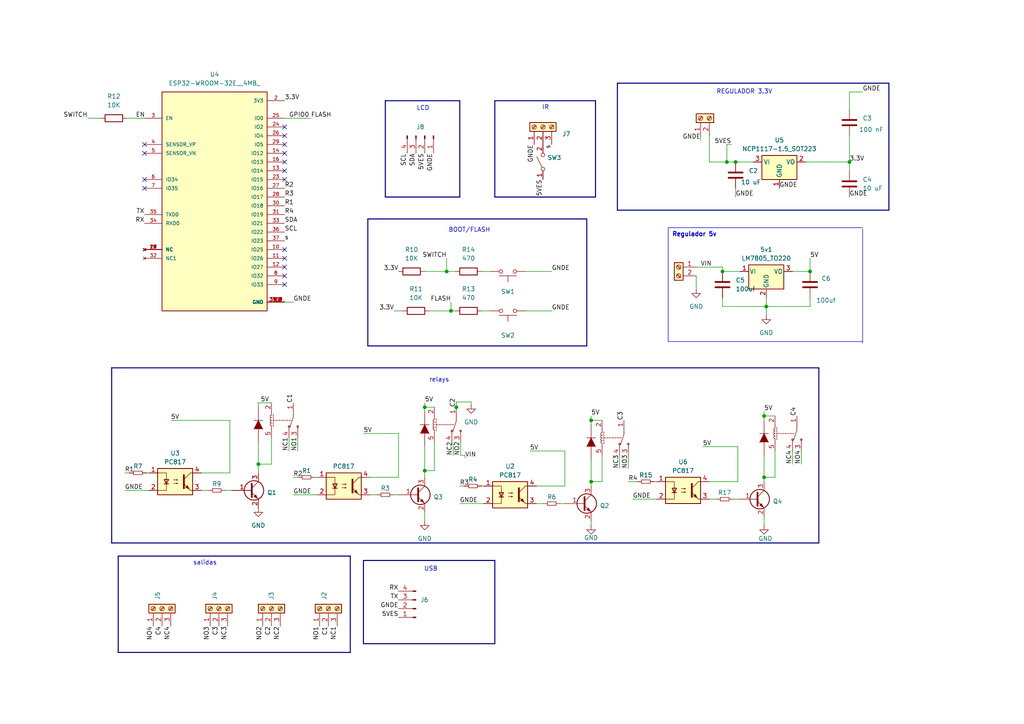
<source format=kicad_sch>
(kicad_sch
	(version 20250114)
	(generator "eeschema")
	(generator_version "9.0")
	(uuid "f4943136-be96-426f-8bad-99bae3b3f947")
	(paper "A4")
	(title_block
		(title "Automatización WiFi")
		(company "Facundo Alliana / ECU Labs")
	)
	(lib_symbols
		(symbol "2N3904_1"
			(pin_names
				(offset 0)
				(hide yes)
			)
			(exclude_from_sim no)
			(in_bom yes)
			(on_board yes)
			(property "Reference" "Q4"
				(at 5.08 -0.635 0)
				(effects
					(font
						(size 1.27 1.27)
					)
					(justify left)
				)
			)
			(property "Value" "2N3904"
				(at 5.715 -1.905 0)
				(effects
					(font
						(size 1.27 1.27)
					)
					(justify left)
					(hide yes)
				)
			)
			(property "Footprint" "MMBT3904-Diotec-Semiconductor-Symbol-Kicad-1:P200_SOT-23"
				(at 5.08 -1.905 0)
				(effects
					(font
						(size 1.27 1.27)
						(italic yes)
					)
					(justify left)
					(hide yes)
				)
			)
			(property "Datasheet" "https://www.onsemi.com/pub/Collateral/2N3903-D.PDF"
				(at 0 0 0)
				(effects
					(font
						(size 1.27 1.27)
					)
					(justify left)
					(hide yes)
				)
			)
			(property "Description" ""
				(at 0 0 0)
				(effects
					(font
						(size 1.27 1.27)
					)
					(hide yes)
				)
			)
			(property "ki_keywords" "NPN Transistor"
				(at 0 0 0)
				(effects
					(font
						(size 1.27 1.27)
					)
					(hide yes)
				)
			)
			(property "ki_fp_filters" "TO?92*"
				(at 0 0 0)
				(effects
					(font
						(size 1.27 1.27)
					)
					(hide yes)
				)
			)
			(symbol "2N3904_1_0_1"
				(polyline
					(pts
						(xy 0.635 1.905) (xy 0.635 -1.905) (xy 0.635 -1.905)
					)
					(stroke
						(width 0.508)
						(type default)
					)
					(fill
						(type none)
					)
				)
				(polyline
					(pts
						(xy 0.635 0.635) (xy 2.54 2.54)
					)
					(stroke
						(width 0)
						(type default)
					)
					(fill
						(type none)
					)
				)
				(polyline
					(pts
						(xy 0.635 -0.635) (xy 2.54 -2.54) (xy 2.54 -2.54)
					)
					(stroke
						(width 0)
						(type default)
					)
					(fill
						(type none)
					)
				)
				(circle
					(center 1.27 0)
					(radius 2.8194)
					(stroke
						(width 0.254)
						(type default)
					)
					(fill
						(type none)
					)
				)
				(polyline
					(pts
						(xy 1.27 -1.778) (xy 1.778 -1.27) (xy 2.286 -2.286) (xy 1.27 -1.778) (xy 1.27 -1.778)
					)
					(stroke
						(width 0)
						(type default)
					)
					(fill
						(type outline)
					)
				)
			)
			(symbol "2N3904_1_1_1"
				(pin passive line
					(at -5.08 0 0)
					(length 5.715)
					(name "B"
						(effects
							(font
								(size 1.27 1.27)
							)
						)
					)
					(number "1"
						(effects
							(font
								(size 1.27 1.27)
							)
						)
					)
				)
				(pin passive line
					(at 2.54 5.08 270)
					(length 2.54)
					(name "C"
						(effects
							(font
								(size 1.27 1.27)
							)
						)
					)
					(number "3"
						(effects
							(font
								(size 1.27 1.27)
							)
						)
					)
				)
				(pin passive line
					(at 2.54 -5.08 90)
					(length 2.54)
					(name "E"
						(effects
							(font
								(size 1.27 1.27)
							)
						)
					)
					(number "2"
						(effects
							(font
								(size 1.27 1.27)
							)
						)
					)
				)
			)
			(embedded_fonts no)
		)
		(symbol "Connector:Conn_01x04_Pin"
			(pin_names
				(offset 1.016)
				(hide yes)
			)
			(exclude_from_sim no)
			(in_bom yes)
			(on_board yes)
			(property "Reference" "J"
				(at 0 5.08 0)
				(effects
					(font
						(size 1.27 1.27)
					)
				)
			)
			(property "Value" "Conn_01x04_Pin"
				(at 0 -7.62 0)
				(effects
					(font
						(size 1.27 1.27)
					)
				)
			)
			(property "Footprint" ""
				(at 0 0 0)
				(effects
					(font
						(size 1.27 1.27)
					)
					(hide yes)
				)
			)
			(property "Datasheet" "~"
				(at 0 0 0)
				(effects
					(font
						(size 1.27 1.27)
					)
					(hide yes)
				)
			)
			(property "Description" "Generic connector, single row, 01x04, script generated"
				(at 0 0 0)
				(effects
					(font
						(size 1.27 1.27)
					)
					(hide yes)
				)
			)
			(property "ki_locked" ""
				(at 0 0 0)
				(effects
					(font
						(size 1.27 1.27)
					)
				)
			)
			(property "ki_keywords" "connector"
				(at 0 0 0)
				(effects
					(font
						(size 1.27 1.27)
					)
					(hide yes)
				)
			)
			(property "ki_fp_filters" "Connector*:*_1x??_*"
				(at 0 0 0)
				(effects
					(font
						(size 1.27 1.27)
					)
					(hide yes)
				)
			)
			(symbol "Conn_01x04_Pin_1_1"
				(rectangle
					(start 0.8636 2.667)
					(end 0 2.413)
					(stroke
						(width 0.1524)
						(type default)
					)
					(fill
						(type outline)
					)
				)
				(rectangle
					(start 0.8636 0.127)
					(end 0 -0.127)
					(stroke
						(width 0.1524)
						(type default)
					)
					(fill
						(type outline)
					)
				)
				(rectangle
					(start 0.8636 -2.413)
					(end 0 -2.667)
					(stroke
						(width 0.1524)
						(type default)
					)
					(fill
						(type outline)
					)
				)
				(rectangle
					(start 0.8636 -4.953)
					(end 0 -5.207)
					(stroke
						(width 0.1524)
						(type default)
					)
					(fill
						(type outline)
					)
				)
				(polyline
					(pts
						(xy 1.27 2.54) (xy 0.8636 2.54)
					)
					(stroke
						(width 0.1524)
						(type default)
					)
					(fill
						(type none)
					)
				)
				(polyline
					(pts
						(xy 1.27 0) (xy 0.8636 0)
					)
					(stroke
						(width 0.1524)
						(type default)
					)
					(fill
						(type none)
					)
				)
				(polyline
					(pts
						(xy 1.27 -2.54) (xy 0.8636 -2.54)
					)
					(stroke
						(width 0.1524)
						(type default)
					)
					(fill
						(type none)
					)
				)
				(polyline
					(pts
						(xy 1.27 -5.08) (xy 0.8636 -5.08)
					)
					(stroke
						(width 0.1524)
						(type default)
					)
					(fill
						(type none)
					)
				)
				(pin passive line
					(at 5.08 2.54 180)
					(length 3.81)
					(name "Pin_1"
						(effects
							(font
								(size 1.27 1.27)
							)
						)
					)
					(number "1"
						(effects
							(font
								(size 1.27 1.27)
							)
						)
					)
				)
				(pin passive line
					(at 5.08 0 180)
					(length 3.81)
					(name "Pin_2"
						(effects
							(font
								(size 1.27 1.27)
							)
						)
					)
					(number "2"
						(effects
							(font
								(size 1.27 1.27)
							)
						)
					)
				)
				(pin passive line
					(at 5.08 -2.54 180)
					(length 3.81)
					(name "Pin_3"
						(effects
							(font
								(size 1.27 1.27)
							)
						)
					)
					(number "3"
						(effects
							(font
								(size 1.27 1.27)
							)
						)
					)
				)
				(pin passive line
					(at 5.08 -5.08 180)
					(length 3.81)
					(name "Pin_4"
						(effects
							(font
								(size 1.27 1.27)
							)
						)
					)
					(number "4"
						(effects
							(font
								(size 1.27 1.27)
							)
						)
					)
				)
			)
			(embedded_fonts no)
		)
		(symbol "Connector:Screw_Terminal_01x02"
			(pin_names
				(offset 1.016)
				(hide yes)
			)
			(exclude_from_sim no)
			(in_bom yes)
			(on_board yes)
			(property "Reference" "J"
				(at 0 2.54 0)
				(effects
					(font
						(size 1.27 1.27)
					)
				)
			)
			(property "Value" "Screw_Terminal_01x02"
				(at 0 -5.08 0)
				(effects
					(font
						(size 1.27 1.27)
					)
				)
			)
			(property "Footprint" ""
				(at 0 0 0)
				(effects
					(font
						(size 1.27 1.27)
					)
					(hide yes)
				)
			)
			(property "Datasheet" "~"
				(at 0 0 0)
				(effects
					(font
						(size 1.27 1.27)
					)
					(hide yes)
				)
			)
			(property "Description" "Generic screw terminal, single row, 01x02, script generated (kicad-library-utils/schlib/autogen/connector/)"
				(at 0 0 0)
				(effects
					(font
						(size 1.27 1.27)
					)
					(hide yes)
				)
			)
			(property "ki_keywords" "screw terminal"
				(at 0 0 0)
				(effects
					(font
						(size 1.27 1.27)
					)
					(hide yes)
				)
			)
			(property "ki_fp_filters" "TerminalBlock*:*"
				(at 0 0 0)
				(effects
					(font
						(size 1.27 1.27)
					)
					(hide yes)
				)
			)
			(symbol "Screw_Terminal_01x02_1_1"
				(rectangle
					(start -1.27 1.27)
					(end 1.27 -3.81)
					(stroke
						(width 0.254)
						(type default)
					)
					(fill
						(type background)
					)
				)
				(polyline
					(pts
						(xy -0.5334 0.3302) (xy 0.3302 -0.508)
					)
					(stroke
						(width 0.1524)
						(type default)
					)
					(fill
						(type none)
					)
				)
				(polyline
					(pts
						(xy -0.5334 -2.2098) (xy 0.3302 -3.048)
					)
					(stroke
						(width 0.1524)
						(type default)
					)
					(fill
						(type none)
					)
				)
				(polyline
					(pts
						(xy -0.3556 0.508) (xy 0.508 -0.3302)
					)
					(stroke
						(width 0.1524)
						(type default)
					)
					(fill
						(type none)
					)
				)
				(polyline
					(pts
						(xy -0.3556 -2.032) (xy 0.508 -2.8702)
					)
					(stroke
						(width 0.1524)
						(type default)
					)
					(fill
						(type none)
					)
				)
				(circle
					(center 0 0)
					(radius 0.635)
					(stroke
						(width 0.1524)
						(type default)
					)
					(fill
						(type none)
					)
				)
				(circle
					(center 0 -2.54)
					(radius 0.635)
					(stroke
						(width 0.1524)
						(type default)
					)
					(fill
						(type none)
					)
				)
				(pin passive line
					(at -5.08 0 0)
					(length 3.81)
					(name "Pin_1"
						(effects
							(font
								(size 1.27 1.27)
							)
						)
					)
					(number "1"
						(effects
							(font
								(size 1.27 1.27)
							)
						)
					)
				)
				(pin passive line
					(at -5.08 -2.54 0)
					(length 3.81)
					(name "Pin_2"
						(effects
							(font
								(size 1.27 1.27)
							)
						)
					)
					(number "2"
						(effects
							(font
								(size 1.27 1.27)
							)
						)
					)
				)
			)
			(embedded_fonts no)
		)
		(symbol "Connector:Screw_Terminal_01x03"
			(pin_names
				(offset 1.016)
				(hide yes)
			)
			(exclude_from_sim no)
			(in_bom yes)
			(on_board yes)
			(property "Reference" "J"
				(at 0 5.08 0)
				(effects
					(font
						(size 1.27 1.27)
					)
				)
			)
			(property "Value" "Screw_Terminal_01x03"
				(at 0 -5.08 0)
				(effects
					(font
						(size 1.27 1.27)
					)
				)
			)
			(property "Footprint" ""
				(at 0 0 0)
				(effects
					(font
						(size 1.27 1.27)
					)
					(hide yes)
				)
			)
			(property "Datasheet" "~"
				(at 0 0 0)
				(effects
					(font
						(size 1.27 1.27)
					)
					(hide yes)
				)
			)
			(property "Description" "Generic screw terminal, single row, 01x03, script generated (kicad-library-utils/schlib/autogen/connector/)"
				(at 0 0 0)
				(effects
					(font
						(size 1.27 1.27)
					)
					(hide yes)
				)
			)
			(property "ki_keywords" "screw terminal"
				(at 0 0 0)
				(effects
					(font
						(size 1.27 1.27)
					)
					(hide yes)
				)
			)
			(property "ki_fp_filters" "TerminalBlock*:*"
				(at 0 0 0)
				(effects
					(font
						(size 1.27 1.27)
					)
					(hide yes)
				)
			)
			(symbol "Screw_Terminal_01x03_1_1"
				(rectangle
					(start -1.27 3.81)
					(end 1.27 -3.81)
					(stroke
						(width 0.254)
						(type default)
					)
					(fill
						(type background)
					)
				)
				(polyline
					(pts
						(xy -0.5334 2.8702) (xy 0.3302 2.032)
					)
					(stroke
						(width 0.1524)
						(type default)
					)
					(fill
						(type none)
					)
				)
				(polyline
					(pts
						(xy -0.5334 0.3302) (xy 0.3302 -0.508)
					)
					(stroke
						(width 0.1524)
						(type default)
					)
					(fill
						(type none)
					)
				)
				(polyline
					(pts
						(xy -0.5334 -2.2098) (xy 0.3302 -3.048)
					)
					(stroke
						(width 0.1524)
						(type default)
					)
					(fill
						(type none)
					)
				)
				(polyline
					(pts
						(xy -0.3556 3.048) (xy 0.508 2.2098)
					)
					(stroke
						(width 0.1524)
						(type default)
					)
					(fill
						(type none)
					)
				)
				(polyline
					(pts
						(xy -0.3556 0.508) (xy 0.508 -0.3302)
					)
					(stroke
						(width 0.1524)
						(type default)
					)
					(fill
						(type none)
					)
				)
				(polyline
					(pts
						(xy -0.3556 -2.032) (xy 0.508 -2.8702)
					)
					(stroke
						(width 0.1524)
						(type default)
					)
					(fill
						(type none)
					)
				)
				(circle
					(center 0 2.54)
					(radius 0.635)
					(stroke
						(width 0.1524)
						(type default)
					)
					(fill
						(type none)
					)
				)
				(circle
					(center 0 0)
					(radius 0.635)
					(stroke
						(width 0.1524)
						(type default)
					)
					(fill
						(type none)
					)
				)
				(circle
					(center 0 -2.54)
					(radius 0.635)
					(stroke
						(width 0.1524)
						(type default)
					)
					(fill
						(type none)
					)
				)
				(pin passive line
					(at -5.08 2.54 0)
					(length 3.81)
					(name "Pin_1"
						(effects
							(font
								(size 1.27 1.27)
							)
						)
					)
					(number "1"
						(effects
							(font
								(size 1.27 1.27)
							)
						)
					)
				)
				(pin passive line
					(at -5.08 0 0)
					(length 3.81)
					(name "Pin_2"
						(effects
							(font
								(size 1.27 1.27)
							)
						)
					)
					(number "2"
						(effects
							(font
								(size 1.27 1.27)
							)
						)
					)
				)
				(pin passive line
					(at -5.08 -2.54 0)
					(length 3.81)
					(name "Pin_3"
						(effects
							(font
								(size 1.27 1.27)
							)
						)
					)
					(number "3"
						(effects
							(font
								(size 1.27 1.27)
							)
						)
					)
				)
			)
			(embedded_fonts no)
		)
		(symbol "Device:C"
			(pin_numbers
				(hide yes)
			)
			(pin_names
				(offset 0.254)
			)
			(exclude_from_sim no)
			(in_bom yes)
			(on_board yes)
			(property "Reference" "C"
				(at 0.635 2.54 0)
				(effects
					(font
						(size 1.27 1.27)
					)
					(justify left)
				)
			)
			(property "Value" "C"
				(at 0.635 -2.54 0)
				(effects
					(font
						(size 1.27 1.27)
					)
					(justify left)
				)
			)
			(property "Footprint" ""
				(at 0.9652 -3.81 0)
				(effects
					(font
						(size 1.27 1.27)
					)
					(hide yes)
				)
			)
			(property "Datasheet" "~"
				(at 0 0 0)
				(effects
					(font
						(size 1.27 1.27)
					)
					(hide yes)
				)
			)
			(property "Description" "Unpolarized capacitor"
				(at 0 0 0)
				(effects
					(font
						(size 1.27 1.27)
					)
					(hide yes)
				)
			)
			(property "ki_keywords" "cap capacitor"
				(at 0 0 0)
				(effects
					(font
						(size 1.27 1.27)
					)
					(hide yes)
				)
			)
			(property "ki_fp_filters" "C_*"
				(at 0 0 0)
				(effects
					(font
						(size 1.27 1.27)
					)
					(hide yes)
				)
			)
			(symbol "C_0_1"
				(polyline
					(pts
						(xy -2.032 0.762) (xy 2.032 0.762)
					)
					(stroke
						(width 0.508)
						(type default)
					)
					(fill
						(type none)
					)
				)
				(polyline
					(pts
						(xy -2.032 -0.762) (xy 2.032 -0.762)
					)
					(stroke
						(width 0.508)
						(type default)
					)
					(fill
						(type none)
					)
				)
			)
			(symbol "C_1_1"
				(pin passive line
					(at 0 3.81 270)
					(length 2.794)
					(name "~"
						(effects
							(font
								(size 1.27 1.27)
							)
						)
					)
					(number "1"
						(effects
							(font
								(size 1.27 1.27)
							)
						)
					)
				)
				(pin passive line
					(at 0 -3.81 90)
					(length 2.794)
					(name "~"
						(effects
							(font
								(size 1.27 1.27)
							)
						)
					)
					(number "2"
						(effects
							(font
								(size 1.27 1.27)
							)
						)
					)
				)
			)
			(embedded_fonts no)
		)
		(symbol "Device:R"
			(pin_numbers
				(hide yes)
			)
			(pin_names
				(offset 0)
			)
			(exclude_from_sim no)
			(in_bom yes)
			(on_board yes)
			(property "Reference" "R"
				(at 2.032 0 90)
				(effects
					(font
						(size 1.27 1.27)
					)
				)
			)
			(property "Value" "R"
				(at 0 0 90)
				(effects
					(font
						(size 1.27 1.27)
					)
				)
			)
			(property "Footprint" ""
				(at -1.778 0 90)
				(effects
					(font
						(size 1.27 1.27)
					)
					(hide yes)
				)
			)
			(property "Datasheet" "~"
				(at 0 0 0)
				(effects
					(font
						(size 1.27 1.27)
					)
					(hide yes)
				)
			)
			(property "Description" "Resistor"
				(at 0 0 0)
				(effects
					(font
						(size 1.27 1.27)
					)
					(hide yes)
				)
			)
			(property "ki_keywords" "R res resistor"
				(at 0 0 0)
				(effects
					(font
						(size 1.27 1.27)
					)
					(hide yes)
				)
			)
			(property "ki_fp_filters" "R_*"
				(at 0 0 0)
				(effects
					(font
						(size 1.27 1.27)
					)
					(hide yes)
				)
			)
			(symbol "R_0_1"
				(rectangle
					(start -1.016 -2.54)
					(end 1.016 2.54)
					(stroke
						(width 0.254)
						(type default)
					)
					(fill
						(type none)
					)
				)
			)
			(symbol "R_1_1"
				(pin passive line
					(at 0 3.81 270)
					(length 1.27)
					(name "~"
						(effects
							(font
								(size 1.27 1.27)
							)
						)
					)
					(number "1"
						(effects
							(font
								(size 1.27 1.27)
							)
						)
					)
				)
				(pin passive line
					(at 0 -3.81 90)
					(length 1.27)
					(name "~"
						(effects
							(font
								(size 1.27 1.27)
							)
						)
					)
					(number "2"
						(effects
							(font
								(size 1.27 1.27)
							)
						)
					)
				)
			)
			(embedded_fonts no)
		)
		(symbol "EESTN5:DIODE"
			(pin_numbers
				(hide yes)
			)
			(pin_names
				(offset 1.016)
				(hide yes)
			)
			(exclude_from_sim no)
			(in_bom yes)
			(on_board yes)
			(property "Reference" "D"
				(at 0 2.54 0)
				(effects
					(font
						(size 1.016 1.016)
					)
				)
			)
			(property "Value" "DIODE"
				(at 0 -2.54 0)
				(effects
					(font
						(size 1.016 1.016)
					)
				)
			)
			(property "Footprint" ""
				(at 0 0 0)
				(effects
					(font
						(size 1.524 1.524)
					)
				)
			)
			(property "Datasheet" ""
				(at 0 0 0)
				(effects
					(font
						(size 1.524 1.524)
					)
				)
			)
			(property "Description" ""
				(at 0 0 0)
				(effects
					(font
						(size 1.27 1.27)
					)
					(hide yes)
				)
			)
			(property "ki_fp_filters" "D* S*"
				(at 0 0 0)
				(effects
					(font
						(size 1.27 1.27)
					)
					(hide yes)
				)
			)
			(symbol "DIODE_0_1"
				(polyline
					(pts
						(xy -1.27 1.27) (xy 1.27 0) (xy -1.27 -1.27)
					)
					(stroke
						(width 0)
						(type solid)
					)
					(fill
						(type outline)
					)
				)
				(polyline
					(pts
						(xy 1.27 1.27) (xy 1.27 -1.27)
					)
					(stroke
						(width 0.1524)
						(type solid)
					)
					(fill
						(type none)
					)
				)
			)
			(symbol "DIODE_1_1"
				(pin passive line
					(at -5.08 0 0)
					(length 3.81)
					(name "A"
						(effects
							(font
								(size 1.016 1.016)
							)
						)
					)
					(number "1"
						(effects
							(font
								(size 1.016 1.016)
							)
						)
					)
				)
				(pin passive line
					(at 5.08 0 180)
					(length 3.81)
					(name "K"
						(effects
							(font
								(size 1.016 1.016)
							)
						)
					)
					(number "2"
						(effects
							(font
								(size 1.016 1.016)
							)
						)
					)
				)
			)
			(embedded_fonts no)
		)
		(symbol "EESTN5:R"
			(pin_numbers
				(hide yes)
			)
			(pin_names
				(offset 0)
			)
			(exclude_from_sim no)
			(in_bom yes)
			(on_board yes)
			(property "Reference" "R"
				(at -1.27 0 90)
				(effects
					(font
						(size 1.27 1.27)
					)
				)
			)
			(property "Value" "R"
				(at 1.27 0 90)
				(effects
					(font
						(size 1.27 1.27)
					)
				)
			)
			(property "Footprint" ""
				(at 0 0 0)
				(effects
					(font
						(size 1.524 1.524)
					)
				)
			)
			(property "Datasheet" ""
				(at 0 0 0)
				(effects
					(font
						(size 1.524 1.524)
					)
				)
			)
			(property "Description" ""
				(at 0 0 0)
				(effects
					(font
						(size 1.27 1.27)
					)
					(hide yes)
				)
			)
			(property "ki_fp_filters" "RES* R_*"
				(at 0 0 0)
				(effects
					(font
						(size 1.27 1.27)
					)
					(hide yes)
				)
			)
			(symbol "R_0_1"
				(rectangle
					(start 0.508 1.27)
					(end -0.508 -1.27)
					(stroke
						(width 0)
						(type solid)
					)
					(fill
						(type none)
					)
				)
			)
			(symbol "R_1_1"
				(pin passive line
					(at 0 2.54 270)
					(length 1.27)
					(name "~"
						(effects
							(font
								(size 1.524 1.524)
							)
						)
					)
					(number "1"
						(effects
							(font
								(size 1.524 1.524)
							)
						)
					)
				)
				(pin passive line
					(at 0 -2.54 90)
					(length 1.27)
					(name "~"
						(effects
							(font
								(size 1.524 1.524)
							)
						)
					)
					(number "2"
						(effects
							(font
								(size 1.524 1.524)
							)
						)
					)
				)
			)
			(embedded_fonts no)
		)
		(symbol "EESTN5:RELAY_C"
			(pin_names
				(offset 1.016)
			)
			(exclude_from_sim no)
			(in_bom yes)
			(on_board yes)
			(property "Reference" "K"
				(at 0 6.35 0)
				(effects
					(font
						(size 1.524 1.524)
					)
				)
			)
			(property "Value" "RELAY_C"
				(at 0 -5.969 0)
				(effects
					(font
						(size 1.524 1.524)
					)
				)
			)
			(property "Footprint" ""
				(at 0 0 0)
				(effects
					(font
						(size 1.524 1.524)
					)
				)
			)
			(property "Datasheet" ""
				(at 0 0 0)
				(effects
					(font
						(size 1.524 1.524)
					)
				)
			)
			(property "Description" ""
				(at 0 0 0)
				(effects
					(font
						(size 1.27 1.27)
					)
					(hide yes)
				)
			)
			(property "ki_fp_filters" "REL*"
				(at 0 0 0)
				(effects
					(font
						(size 1.27 1.27)
					)
					(hide yes)
				)
			)
			(symbol "RELAY_C_0_1"
				(polyline
					(pts
						(xy -1.778 3.302) (xy -1.27 3.302) (xy -1.27 3.302)
					)
					(stroke
						(width 0)
						(type solid)
					)
					(fill
						(type none)
					)
				)
				(polyline
					(pts
						(xy -1.524 3.81) (xy -2.54 3.81) (xy -2.54 3.81)
					)
					(stroke
						(width 0)
						(type solid)
					)
					(fill
						(type none)
					)
				)
				(polyline
					(pts
						(xy -1.524 -2.54) (xy -2.54 -2.54) (xy -2.54 -2.54)
					)
					(stroke
						(width 0)
						(type solid)
					)
					(fill
						(type none)
					)
				)
				(polyline
					(pts
						(xy -1.524 -2.54) (xy -1.016 -2.54) (xy 2.032 -1.524) (xy 2.032 -1.524)
					)
					(stroke
						(width 0)
						(type solid)
					)
					(fill
						(type none)
					)
				)
				(arc
					(start -1.524 3.81)
					(mid -1.143 4.1894)
					(end -0.762 3.81)
					(stroke
						(width 0)
						(type solid)
					)
					(fill
						(type none)
					)
				)
				(polyline
					(pts
						(xy -1.016 3.302) (xy -0.508 3.302) (xy -0.508 3.302)
					)
					(stroke
						(width 0)
						(type solid)
					)
					(fill
						(type none)
					)
				)
				(arc
					(start -0.762 3.81)
					(mid -0.381 4.1894)
					(end 0 3.81)
					(stroke
						(width 0)
						(type solid)
					)
					(fill
						(type none)
					)
				)
				(polyline
					(pts
						(xy -0.254 3.302) (xy 0.254 3.302) (xy 0.254 3.302)
					)
					(stroke
						(width 0)
						(type solid)
					)
					(fill
						(type none)
					)
				)
				(polyline
					(pts
						(xy 0 3.302) (xy 0 2.794) (xy 0 2.794)
					)
					(stroke
						(width 0)
						(type solid)
					)
					(fill
						(type none)
					)
				)
				(polyline
					(pts
						(xy 0 2.54) (xy 0 2.032) (xy 0 2.032)
					)
					(stroke
						(width 0)
						(type solid)
					)
					(fill
						(type none)
					)
				)
				(polyline
					(pts
						(xy 0 1.778) (xy 0 1.27) (xy 0 1.27)
					)
					(stroke
						(width 0)
						(type solid)
					)
					(fill
						(type none)
					)
				)
				(polyline
					(pts
						(xy 0 1.016) (xy 0 0.508) (xy 0 0.508)
					)
					(stroke
						(width 0)
						(type solid)
					)
					(fill
						(type none)
					)
				)
				(polyline
					(pts
						(xy 0 0.254) (xy 0 -0.254) (xy 0 -0.254)
					)
					(stroke
						(width 0)
						(type solid)
					)
					(fill
						(type none)
					)
				)
				(polyline
					(pts
						(xy 0 -0.508) (xy 0 -1.016) (xy 0 -1.016)
					)
					(stroke
						(width 0)
						(type solid)
					)
					(fill
						(type none)
					)
				)
				(polyline
					(pts
						(xy 0 -1.27) (xy 0 -1.778) (xy 0 -1.778)
					)
					(stroke
						(width 0)
						(type solid)
					)
					(fill
						(type none)
					)
				)
				(arc
					(start 0 3.81)
					(mid 0.381 4.1894)
					(end 0.762 3.81)
					(stroke
						(width 0)
						(type solid)
					)
					(fill
						(type none)
					)
				)
				(polyline
					(pts
						(xy 0.508 3.302) (xy 1.016 3.302) (xy 1.016 3.302)
					)
					(stroke
						(width 0)
						(type solid)
					)
					(fill
						(type none)
					)
				)
				(arc
					(start 0.762 3.81)
					(mid 1.143 4.1894)
					(end 1.524 3.81)
					(stroke
						(width 0)
						(type solid)
					)
					(fill
						(type none)
					)
				)
				(polyline
					(pts
						(xy 1.27 3.302) (xy 1.778 3.302) (xy 1.778 3.302)
					)
					(stroke
						(width 0)
						(type solid)
					)
					(fill
						(type none)
					)
				)
				(polyline
					(pts
						(xy 1.524 3.81) (xy 2.54 3.81) (xy 2.54 3.81)
					)
					(stroke
						(width 0)
						(type solid)
					)
					(fill
						(type none)
					)
				)
				(circle
					(center 1.778 -1.27)
					(radius 0.254)
					(stroke
						(width 0)
						(type solid)
					)
					(fill
						(type none)
					)
				)
				(circle
					(center 1.778 -3.81)
					(radius 0.254)
					(stroke
						(width 0)
						(type solid)
					)
					(fill
						(type none)
					)
				)
				(polyline
					(pts
						(xy 2.54 -1.27) (xy 1.778 -1.27) (xy 1.778 -1.27)
					)
					(stroke
						(width 0)
						(type solid)
					)
					(fill
						(type none)
					)
				)
				(polyline
					(pts
						(xy 2.54 -3.81) (xy 1.778 -3.81) (xy 1.778 -3.81)
					)
					(stroke
						(width 0)
						(type solid)
					)
					(fill
						(type none)
					)
				)
			)
			(symbol "RELAY_C_1_1"
				(pin passive line
					(at -5.08 3.81 0)
					(length 2.54)
					(name "~"
						(effects
							(font
								(size 1.27 1.27)
							)
						)
					)
					(number "2"
						(effects
							(font
								(size 1.27 1.27)
							)
						)
					)
				)
				(pin passive line
					(at -5.08 -2.54 0)
					(length 2.54)
					(name "~"
						(effects
							(font
								(size 1.27 1.27)
							)
						)
					)
					(number "1"
						(effects
							(font
								(size 1.27 1.27)
							)
						)
					)
				)
				(pin passive line
					(at 5.08 3.81 180)
					(length 2.54)
					(name "~"
						(effects
							(font
								(size 1.27 1.27)
							)
						)
					)
					(number "5"
						(effects
							(font
								(size 1.27 1.27)
							)
						)
					)
				)
				(pin passive line
					(at 5.08 -1.27 180)
					(length 2.54)
					(name "~"
						(effects
							(font
								(size 1.27 1.27)
							)
						)
					)
					(number "4"
						(effects
							(font
								(size 1.27 1.27)
							)
						)
					)
				)
				(pin passive line
					(at 5.08 -3.81 180)
					(length 2.54)
					(name "~"
						(effects
							(font
								(size 1.27 1.27)
							)
						)
					)
					(number "3"
						(effects
							(font
								(size 1.27 1.27)
							)
						)
					)
				)
			)
			(embedded_fonts no)
		)
		(symbol "EESTN5:SW_Push"
			(pin_numbers
				(hide yes)
			)
			(pin_names
				(offset 1.016)
				(hide yes)
			)
			(exclude_from_sim no)
			(in_bom yes)
			(on_board yes)
			(property "Reference" "SW"
				(at 1.27 2.54 0)
				(effects
					(font
						(size 1.27 1.27)
					)
					(justify left)
				)
			)
			(property "Value" "SW_Push"
				(at 0 -1.524 0)
				(effects
					(font
						(size 1.27 1.27)
					)
					(hide yes)
				)
			)
			(property "Footprint" ""
				(at 0 5.08 0)
				(effects
					(font
						(size 1.27 1.27)
					)
				)
			)
			(property "Datasheet" ""
				(at 0 5.08 0)
				(effects
					(font
						(size 1.27 1.27)
					)
				)
			)
			(property "Description" "Push button switch, generic, two pins"
				(at 0 0 0)
				(effects
					(font
						(size 1.27 1.27)
					)
					(hide yes)
				)
			)
			(property "ki_keywords" "switch normally-open pushbutton push-button"
				(at 0 0 0)
				(effects
					(font
						(size 1.27 1.27)
					)
					(hide yes)
				)
			)
			(property "ki_fp_filters" "PUL* SW* SPST*"
				(at 0 0 0)
				(effects
					(font
						(size 1.27 1.27)
					)
					(hide yes)
				)
			)
			(symbol "SW_Push_0_1"
				(circle
					(center -2.032 0)
					(radius 0.508)
					(stroke
						(width 0)
						(type solid)
					)
					(fill
						(type none)
					)
				)
				(polyline
					(pts
						(xy 0 1.27) (xy 0 3.048)
					)
					(stroke
						(width 0)
						(type solid)
					)
					(fill
						(type none)
					)
				)
				(circle
					(center 2.032 0)
					(radius 0.508)
					(stroke
						(width 0)
						(type solid)
					)
					(fill
						(type none)
					)
				)
				(polyline
					(pts
						(xy 2.54 1.27) (xy -2.54 1.27)
					)
					(stroke
						(width 0)
						(type solid)
					)
					(fill
						(type none)
					)
				)
				(pin passive line
					(at -5.08 0 0)
					(length 2.54)
					(name "1"
						(effects
							(font
								(size 1.27 1.27)
							)
						)
					)
					(number "1"
						(effects
							(font
								(size 1.27 1.27)
							)
						)
					)
				)
				(pin passive line
					(at 5.08 0 180)
					(length 2.54)
					(name "2"
						(effects
							(font
								(size 1.27 1.27)
							)
						)
					)
					(number "2"
						(effects
							(font
								(size 1.27 1.27)
							)
						)
					)
				)
			)
			(embedded_fonts no)
		)
		(symbol "ESP32-WROOM-32E__4MB_:ESP32-WROOM-32E__4MB_"
			(pin_names
				(offset 1.016)
			)
			(exclude_from_sim no)
			(in_bom yes)
			(on_board yes)
			(property "Reference" "U"
				(at -15.24 33.909 0)
				(effects
					(font
						(size 1.27 1.27)
					)
					(justify left bottom)
				)
			)
			(property "Value" "ESP32-WROOM-32E__4MB_"
				(at -15.24 -33.02 0)
				(effects
					(font
						(size 1.27 1.27)
					)
					(justify left bottom)
				)
			)
			(property "Footprint" "XCVR_ESP32-WROOM-32E__4MB_"
				(at 0 0 0)
				(effects
					(font
						(size 1.27 1.27)
					)
					(justify left bottom)
					(hide yes)
				)
			)
			(property "Datasheet" ""
				(at 0 0 0)
				(effects
					(font
						(size 1.27 1.27)
					)
					(justify left bottom)
					(hide yes)
				)
			)
			(property "Description" "Espressif Systems"
				(at 0 0 0)
				(effects
					(font
						(size 1.27 1.27)
					)
					(justify left bottom)
					(hide yes)
				)
			)
			(property "MAXIMUM_PACKAGE_HEIGHT" "3.25mm"
				(at 0 0 0)
				(effects
					(font
						(size 1.27 1.27)
					)
					(justify left bottom)
					(hide yes)
				)
			)
			(property "Package" "SMD-44 Espressif Systems"
				(at 0 0 0)
				(effects
					(font
						(size 1.27 1.27)
					)
					(justify left bottom)
					(hide yes)
				)
			)
			(property "Price" "None"
				(at 0 0 0)
				(effects
					(font
						(size 1.27 1.27)
					)
					(justify left bottom)
					(hide yes)
				)
			)
			(property "Check_prices" "https://www.snapeda.com/parts/ESP32-WROOM-32E%20(4MB)/Espressif+Systems/view-part/?ref=eda"
				(at 0 0 0)
				(effects
					(font
						(size 1.27 1.27)
					)
					(justify left bottom)
					(hide yes)
				)
			)
			(property "STANDARD" "Manufacturer Recommendations"
				(at 0 0 0)
				(effects
					(font
						(size 1.27 1.27)
					)
					(justify left bottom)
					(hide yes)
				)
			)
			(property "PARTREV" "1.4"
				(at 0 0 0)
				(effects
					(font
						(size 1.27 1.27)
					)
					(justify left bottom)
					(hide yes)
				)
			)
			(property "SnapEDA_Link" "https://www.snapeda.com/parts/ESP32-WROOM-32E%20(4MB)/Espressif+Systems/view-part/?ref=snap"
				(at 0 0 0)
				(effects
					(font
						(size 1.27 1.27)
					)
					(justify left bottom)
					(hide yes)
				)
			)
			(property "MP" "ESP32-WROOM-32E (4MB)"
				(at 0 0 0)
				(effects
					(font
						(size 1.27 1.27)
					)
					(justify left bottom)
					(hide yes)
				)
			)
			(property "Description_1" "\\nBluetooth, WiFi 802.11b/g/n, Bluetooth v4.2 +EDR, Class 1, 2 and 3 Transceiver Module 2.4GHz ~{} 2.5GHz Integrated, Trace Surface Mount\\n"
				(at 0 0 0)
				(effects
					(font
						(size 1.27 1.27)
					)
					(justify left bottom)
					(hide yes)
				)
			)
			(property "Availability" "In Stock"
				(at 0 0 0)
				(effects
					(font
						(size 1.27 1.27)
					)
					(justify left bottom)
					(hide yes)
				)
			)
			(property "MANUFACTURER" "Espressif Systems"
				(at 0 0 0)
				(effects
					(font
						(size 1.27 1.27)
					)
					(justify left bottom)
					(hide yes)
				)
			)
			(property "ki_locked" ""
				(at 0 0 0)
				(effects
					(font
						(size 1.27 1.27)
					)
				)
			)
			(symbol "ESP32-WROOM-32E__4MB__0_0"
				(rectangle
					(start -15.24 -30.48)
					(end 15.24 33.02)
					(stroke
						(width 0.254)
						(type solid)
					)
					(fill
						(type background)
					)
				)
				(pin input line
					(at -20.32 25.4 0)
					(length 5.08)
					(name "EN"
						(effects
							(font
								(size 1.016 1.016)
							)
						)
					)
					(number "3"
						(effects
							(font
								(size 1.016 1.016)
							)
						)
					)
				)
				(pin input line
					(at -20.32 17.78 0)
					(length 5.08)
					(name "SENSOR_VP"
						(effects
							(font
								(size 1.016 1.016)
							)
						)
					)
					(number "4"
						(effects
							(font
								(size 1.016 1.016)
							)
						)
					)
				)
				(pin input line
					(at -20.32 15.24 0)
					(length 5.08)
					(name "SENSOR_VN"
						(effects
							(font
								(size 1.016 1.016)
							)
						)
					)
					(number "5"
						(effects
							(font
								(size 1.016 1.016)
							)
						)
					)
				)
				(pin input line
					(at -20.32 7.62 0)
					(length 5.08)
					(name "IO34"
						(effects
							(font
								(size 1.016 1.016)
							)
						)
					)
					(number "6"
						(effects
							(font
								(size 1.016 1.016)
							)
						)
					)
				)
				(pin input line
					(at -20.32 5.08 0)
					(length 5.08)
					(name "IO35"
						(effects
							(font
								(size 1.016 1.016)
							)
						)
					)
					(number "7"
						(effects
							(font
								(size 1.016 1.016)
							)
						)
					)
				)
				(pin bidirectional line
					(at -20.32 -2.54 0)
					(length 5.08)
					(name "TXD0"
						(effects
							(font
								(size 1.016 1.016)
							)
						)
					)
					(number "35"
						(effects
							(font
								(size 1.016 1.016)
							)
						)
					)
				)
				(pin bidirectional line
					(at -20.32 -5.08 0)
					(length 5.08)
					(name "RXD0"
						(effects
							(font
								(size 1.016 1.016)
							)
						)
					)
					(number "34"
						(effects
							(font
								(size 1.016 1.016)
							)
						)
					)
				)
				(pin no_connect line
					(at -20.32 -12.7 0)
					(length 5.08)
					(name "NC"
						(effects
							(font
								(size 1.016 1.016)
							)
						)
					)
					(number "17"
						(effects
							(font
								(size 1.016 1.016)
							)
						)
					)
				)
				(pin no_connect line
					(at -20.32 -12.7 0)
					(length 5.08)
					(name "NC"
						(effects
							(font
								(size 1.016 1.016)
							)
						)
					)
					(number "18"
						(effects
							(font
								(size 1.016 1.016)
							)
						)
					)
				)
				(pin no_connect line
					(at -20.32 -12.7 0)
					(length 5.08)
					(name "NC"
						(effects
							(font
								(size 1.016 1.016)
							)
						)
					)
					(number "19"
						(effects
							(font
								(size 1.016 1.016)
							)
						)
					)
				)
				(pin no_connect line
					(at -20.32 -12.7 0)
					(length 5.08)
					(name "NC"
						(effects
							(font
								(size 1.016 1.016)
							)
						)
					)
					(number "20"
						(effects
							(font
								(size 1.016 1.016)
							)
						)
					)
				)
				(pin no_connect line
					(at -20.32 -12.7 0)
					(length 5.08)
					(name "NC"
						(effects
							(font
								(size 1.016 1.016)
							)
						)
					)
					(number "21"
						(effects
							(font
								(size 1.016 1.016)
							)
						)
					)
				)
				(pin no_connect line
					(at -20.32 -12.7 0)
					(length 5.08)
					(name "NC"
						(effects
							(font
								(size 1.016 1.016)
							)
						)
					)
					(number "22"
						(effects
							(font
								(size 1.016 1.016)
							)
						)
					)
				)
				(pin no_connect line
					(at -20.32 -15.24 0)
					(length 5.08)
					(name "NC1"
						(effects
							(font
								(size 1.016 1.016)
							)
						)
					)
					(number "32"
						(effects
							(font
								(size 1.016 1.016)
							)
						)
					)
				)
				(pin power_in line
					(at 20.32 30.48 180)
					(length 5.08)
					(name "3V3"
						(effects
							(font
								(size 1.016 1.016)
							)
						)
					)
					(number "2"
						(effects
							(font
								(size 1.016 1.016)
							)
						)
					)
				)
				(pin bidirectional line
					(at 20.32 25.4 180)
					(length 5.08)
					(name "IO0"
						(effects
							(font
								(size 1.016 1.016)
							)
						)
					)
					(number "25"
						(effects
							(font
								(size 1.016 1.016)
							)
						)
					)
				)
				(pin bidirectional line
					(at 20.32 22.86 180)
					(length 5.08)
					(name "IO2"
						(effects
							(font
								(size 1.016 1.016)
							)
						)
					)
					(number "24"
						(effects
							(font
								(size 1.016 1.016)
							)
						)
					)
				)
				(pin bidirectional line
					(at 20.32 20.32 180)
					(length 5.08)
					(name "IO4"
						(effects
							(font
								(size 1.016 1.016)
							)
						)
					)
					(number "26"
						(effects
							(font
								(size 1.016 1.016)
							)
						)
					)
				)
				(pin bidirectional line
					(at 20.32 17.78 180)
					(length 5.08)
					(name "IO5"
						(effects
							(font
								(size 1.016 1.016)
							)
						)
					)
					(number "29"
						(effects
							(font
								(size 1.016 1.016)
							)
						)
					)
				)
				(pin bidirectional line
					(at 20.32 15.24 180)
					(length 5.08)
					(name "IO12"
						(effects
							(font
								(size 1.016 1.016)
							)
						)
					)
					(number "14"
						(effects
							(font
								(size 1.016 1.016)
							)
						)
					)
				)
				(pin bidirectional line
					(at 20.32 12.7 180)
					(length 5.08)
					(name "IO13"
						(effects
							(font
								(size 1.016 1.016)
							)
						)
					)
					(number "16"
						(effects
							(font
								(size 1.016 1.016)
							)
						)
					)
				)
				(pin bidirectional line
					(at 20.32 10.16 180)
					(length 5.08)
					(name "IO14"
						(effects
							(font
								(size 1.016 1.016)
							)
						)
					)
					(number "13"
						(effects
							(font
								(size 1.016 1.016)
							)
						)
					)
				)
				(pin bidirectional line
					(at 20.32 7.62 180)
					(length 5.08)
					(name "IO15"
						(effects
							(font
								(size 1.016 1.016)
							)
						)
					)
					(number "23"
						(effects
							(font
								(size 1.016 1.016)
							)
						)
					)
				)
				(pin bidirectional line
					(at 20.32 5.08 180)
					(length 5.08)
					(name "IO16"
						(effects
							(font
								(size 1.016 1.016)
							)
						)
					)
					(number "27"
						(effects
							(font
								(size 1.016 1.016)
							)
						)
					)
				)
				(pin bidirectional line
					(at 20.32 2.54 180)
					(length 5.08)
					(name "IO17"
						(effects
							(font
								(size 1.016 1.016)
							)
						)
					)
					(number "28"
						(effects
							(font
								(size 1.016 1.016)
							)
						)
					)
				)
				(pin bidirectional line
					(at 20.32 0 180)
					(length 5.08)
					(name "IO18"
						(effects
							(font
								(size 1.016 1.016)
							)
						)
					)
					(number "30"
						(effects
							(font
								(size 1.016 1.016)
							)
						)
					)
				)
				(pin bidirectional line
					(at 20.32 -2.54 180)
					(length 5.08)
					(name "IO19"
						(effects
							(font
								(size 1.016 1.016)
							)
						)
					)
					(number "31"
						(effects
							(font
								(size 1.016 1.016)
							)
						)
					)
				)
				(pin bidirectional line
					(at 20.32 -5.08 180)
					(length 5.08)
					(name "IO21"
						(effects
							(font
								(size 1.016 1.016)
							)
						)
					)
					(number "33"
						(effects
							(font
								(size 1.016 1.016)
							)
						)
					)
				)
				(pin bidirectional line
					(at 20.32 -7.62 180)
					(length 5.08)
					(name "IO22"
						(effects
							(font
								(size 1.016 1.016)
							)
						)
					)
					(number "36"
						(effects
							(font
								(size 1.016 1.016)
							)
						)
					)
				)
				(pin bidirectional line
					(at 20.32 -10.16 180)
					(length 5.08)
					(name "IO23"
						(effects
							(font
								(size 1.016 1.016)
							)
						)
					)
					(number "37"
						(effects
							(font
								(size 1.016 1.016)
							)
						)
					)
				)
				(pin bidirectional line
					(at 20.32 -12.7 180)
					(length 5.08)
					(name "IO25"
						(effects
							(font
								(size 1.016 1.016)
							)
						)
					)
					(number "10"
						(effects
							(font
								(size 1.016 1.016)
							)
						)
					)
				)
				(pin bidirectional line
					(at 20.32 -15.24 180)
					(length 5.08)
					(name "IO26"
						(effects
							(font
								(size 1.016 1.016)
							)
						)
					)
					(number "11"
						(effects
							(font
								(size 1.016 1.016)
							)
						)
					)
				)
				(pin bidirectional line
					(at 20.32 -17.78 180)
					(length 5.08)
					(name "IO27"
						(effects
							(font
								(size 1.016 1.016)
							)
						)
					)
					(number "12"
						(effects
							(font
								(size 1.016 1.016)
							)
						)
					)
				)
				(pin bidirectional line
					(at 20.32 -20.32 180)
					(length 5.08)
					(name "IO32"
						(effects
							(font
								(size 1.016 1.016)
							)
						)
					)
					(number "8"
						(effects
							(font
								(size 1.016 1.016)
							)
						)
					)
				)
				(pin bidirectional line
					(at 20.32 -22.86 180)
					(length 5.08)
					(name "IO33"
						(effects
							(font
								(size 1.016 1.016)
							)
						)
					)
					(number "9"
						(effects
							(font
								(size 1.016 1.016)
							)
						)
					)
				)
				(pin power_in line
					(at 20.32 -27.94 180)
					(length 5.08)
					(name "GND"
						(effects
							(font
								(size 1.016 1.016)
							)
						)
					)
					(number "1"
						(effects
							(font
								(size 1.016 1.016)
							)
						)
					)
				)
				(pin power_in line
					(at 20.32 -27.94 180)
					(length 5.08)
					(name "GND"
						(effects
							(font
								(size 1.016 1.016)
							)
						)
					)
					(number "15"
						(effects
							(font
								(size 1.016 1.016)
							)
						)
					)
				)
				(pin power_in line
					(at 20.32 -27.94 180)
					(length 5.08)
					(name "GND"
						(effects
							(font
								(size 1.016 1.016)
							)
						)
					)
					(number "38"
						(effects
							(font
								(size 1.016 1.016)
							)
						)
					)
				)
				(pin power_in line
					(at 20.32 -27.94 180)
					(length 5.08)
					(name "GND"
						(effects
							(font
								(size 1.016 1.016)
							)
						)
					)
					(number "39_1"
						(effects
							(font
								(size 1.016 1.016)
							)
						)
					)
				)
				(pin power_in line
					(at 20.32 -27.94 180)
					(length 5.08)
					(name "GND"
						(effects
							(font
								(size 1.016 1.016)
							)
						)
					)
					(number "39_2"
						(effects
							(font
								(size 1.016 1.016)
							)
						)
					)
				)
				(pin power_in line
					(at 20.32 -27.94 180)
					(length 5.08)
					(name "GND"
						(effects
							(font
								(size 1.016 1.016)
							)
						)
					)
					(number "39_3"
						(effects
							(font
								(size 1.016 1.016)
							)
						)
					)
				)
				(pin power_in line
					(at 20.32 -27.94 180)
					(length 5.08)
					(name "GND"
						(effects
							(font
								(size 1.016 1.016)
							)
						)
					)
					(number "39_4"
						(effects
							(font
								(size 1.016 1.016)
							)
						)
					)
				)
				(pin power_in line
					(at 20.32 -27.94 180)
					(length 5.08)
					(name "GND"
						(effects
							(font
								(size 1.016 1.016)
							)
						)
					)
					(number "39_5"
						(effects
							(font
								(size 1.016 1.016)
							)
						)
					)
				)
				(pin power_in line
					(at 20.32 -27.94 180)
					(length 5.08)
					(name "GND"
						(effects
							(font
								(size 1.016 1.016)
							)
						)
					)
					(number "39_6"
						(effects
							(font
								(size 1.016 1.016)
							)
						)
					)
				)
				(pin power_in line
					(at 20.32 -27.94 180)
					(length 5.08)
					(name "GND"
						(effects
							(font
								(size 1.016 1.016)
							)
						)
					)
					(number "39_7"
						(effects
							(font
								(size 1.016 1.016)
							)
						)
					)
				)
				(pin power_in line
					(at 20.32 -27.94 180)
					(length 5.08)
					(name "GND"
						(effects
							(font
								(size 1.016 1.016)
							)
						)
					)
					(number "39_8"
						(effects
							(font
								(size 1.016 1.016)
							)
						)
					)
				)
				(pin power_in line
					(at 20.32 -27.94 180)
					(length 5.08)
					(name "GND"
						(effects
							(font
								(size 1.016 1.016)
							)
						)
					)
					(number "39_9"
						(effects
							(font
								(size 1.016 1.016)
							)
						)
					)
				)
			)
			(embedded_fonts no)
		)
		(symbol "Isolator:PC817"
			(pin_names
				(offset 1.016)
			)
			(exclude_from_sim no)
			(in_bom yes)
			(on_board yes)
			(property "Reference" "U"
				(at -5.08 5.08 0)
				(effects
					(font
						(size 1.27 1.27)
					)
					(justify left)
				)
			)
			(property "Value" "PC817"
				(at 0 5.08 0)
				(effects
					(font
						(size 1.27 1.27)
					)
					(justify left)
				)
			)
			(property "Footprint" "Package_DIP:DIP-4_W7.62mm"
				(at -5.08 -5.08 0)
				(effects
					(font
						(size 1.27 1.27)
						(italic yes)
					)
					(justify left)
					(hide yes)
				)
			)
			(property "Datasheet" "http://www.soselectronic.cz/a_info/resource/d/pc817.pdf"
				(at 0 0 0)
				(effects
					(font
						(size 1.27 1.27)
					)
					(justify left)
					(hide yes)
				)
			)
			(property "Description" "DC Optocoupler, Vce 35V, CTR 50-300%, DIP-4"
				(at 0 0 0)
				(effects
					(font
						(size 1.27 1.27)
					)
					(hide yes)
				)
			)
			(property "ki_keywords" "NPN DC Optocoupler"
				(at 0 0 0)
				(effects
					(font
						(size 1.27 1.27)
					)
					(hide yes)
				)
			)
			(property "ki_fp_filters" "DIP*W7.62mm*"
				(at 0 0 0)
				(effects
					(font
						(size 1.27 1.27)
					)
					(hide yes)
				)
			)
			(symbol "PC817_0_1"
				(rectangle
					(start -5.08 3.81)
					(end 5.08 -3.81)
					(stroke
						(width 0.254)
						(type default)
					)
					(fill
						(type background)
					)
				)
				(polyline
					(pts
						(xy -5.08 2.54) (xy -2.54 2.54) (xy -2.54 -0.635)
					)
					(stroke
						(width 0)
						(type default)
					)
					(fill
						(type none)
					)
				)
				(polyline
					(pts
						(xy -3.175 -0.635) (xy -1.905 -0.635)
					)
					(stroke
						(width 0.254)
						(type default)
					)
					(fill
						(type none)
					)
				)
				(polyline
					(pts
						(xy -2.54 -0.635) (xy -2.54 -2.54) (xy -5.08 -2.54)
					)
					(stroke
						(width 0)
						(type default)
					)
					(fill
						(type none)
					)
				)
				(polyline
					(pts
						(xy -2.54 -0.635) (xy -3.175 0.635) (xy -1.905 0.635) (xy -2.54 -0.635)
					)
					(stroke
						(width 0.254)
						(type default)
					)
					(fill
						(type none)
					)
				)
				(polyline
					(pts
						(xy -0.508 0.508) (xy 0.762 0.508) (xy 0.381 0.381) (xy 0.381 0.635) (xy 0.762 0.508)
					)
					(stroke
						(width 0)
						(type default)
					)
					(fill
						(type none)
					)
				)
				(polyline
					(pts
						(xy -0.508 -0.508) (xy 0.762 -0.508) (xy 0.381 -0.635) (xy 0.381 -0.381) (xy 0.762 -0.508)
					)
					(stroke
						(width 0)
						(type default)
					)
					(fill
						(type none)
					)
				)
				(polyline
					(pts
						(xy 2.54 1.905) (xy 2.54 -1.905) (xy 2.54 -1.905)
					)
					(stroke
						(width 0.508)
						(type default)
					)
					(fill
						(type none)
					)
				)
				(polyline
					(pts
						(xy 2.54 0.635) (xy 4.445 2.54)
					)
					(stroke
						(width 0)
						(type default)
					)
					(fill
						(type none)
					)
				)
				(polyline
					(pts
						(xy 3.048 -1.651) (xy 3.556 -1.143) (xy 4.064 -2.159) (xy 3.048 -1.651) (xy 3.048 -1.651)
					)
					(stroke
						(width 0)
						(type default)
					)
					(fill
						(type outline)
					)
				)
				(polyline
					(pts
						(xy 4.445 2.54) (xy 5.08 2.54)
					)
					(stroke
						(width 0)
						(type default)
					)
					(fill
						(type none)
					)
				)
				(polyline
					(pts
						(xy 4.445 -2.54) (xy 2.54 -0.635)
					)
					(stroke
						(width 0)
						(type default)
					)
					(fill
						(type outline)
					)
				)
				(polyline
					(pts
						(xy 4.445 -2.54) (xy 5.08 -2.54)
					)
					(stroke
						(width 0)
						(type default)
					)
					(fill
						(type none)
					)
				)
			)
			(symbol "PC817_1_1"
				(pin passive line
					(at -7.62 2.54 0)
					(length 2.54)
					(name "~"
						(effects
							(font
								(size 1.27 1.27)
							)
						)
					)
					(number "1"
						(effects
							(font
								(size 1.27 1.27)
							)
						)
					)
				)
				(pin passive line
					(at -7.62 -2.54 0)
					(length 2.54)
					(name "~"
						(effects
							(font
								(size 1.27 1.27)
							)
						)
					)
					(number "2"
						(effects
							(font
								(size 1.27 1.27)
							)
						)
					)
				)
				(pin passive line
					(at 7.62 2.54 180)
					(length 2.54)
					(name "~"
						(effects
							(font
								(size 1.27 1.27)
							)
						)
					)
					(number "4"
						(effects
							(font
								(size 1.27 1.27)
							)
						)
					)
				)
				(pin passive line
					(at 7.62 -2.54 180)
					(length 2.54)
					(name "~"
						(effects
							(font
								(size 1.27 1.27)
							)
						)
					)
					(number "3"
						(effects
							(font
								(size 1.27 1.27)
							)
						)
					)
				)
			)
			(embedded_fonts no)
		)
		(symbol "Regulator_Linear:LM7805_TO220"
			(pin_names
				(offset 0.254)
			)
			(exclude_from_sim no)
			(in_bom yes)
			(on_board yes)
			(property "Reference" "U"
				(at -3.81 3.175 0)
				(effects
					(font
						(size 1.27 1.27)
					)
				)
			)
			(property "Value" "LM7805_TO220"
				(at 0 3.175 0)
				(effects
					(font
						(size 1.27 1.27)
					)
					(justify left)
				)
			)
			(property "Footprint" "Package_TO_SOT_THT:TO-220-3_Vertical"
				(at 0 5.715 0)
				(effects
					(font
						(size 1.27 1.27)
						(italic yes)
					)
					(hide yes)
				)
			)
			(property "Datasheet" "https://www.onsemi.cn/PowerSolutions/document/MC7800-D.PDF"
				(at 0 -1.27 0)
				(effects
					(font
						(size 1.27 1.27)
					)
					(hide yes)
				)
			)
			(property "Description" "Positive 1A 35V Linear Regulator, Fixed Output 5V, TO-220"
				(at 0 0 0)
				(effects
					(font
						(size 1.27 1.27)
					)
					(hide yes)
				)
			)
			(property "ki_keywords" "Voltage Regulator 1A Positive"
				(at 0 0 0)
				(effects
					(font
						(size 1.27 1.27)
					)
					(hide yes)
				)
			)
			(property "ki_fp_filters" "TO?220*"
				(at 0 0 0)
				(effects
					(font
						(size 1.27 1.27)
					)
					(hide yes)
				)
			)
			(symbol "LM7805_TO220_0_1"
				(rectangle
					(start -5.08 1.905)
					(end 5.08 -5.08)
					(stroke
						(width 0.254)
						(type default)
					)
					(fill
						(type background)
					)
				)
			)
			(symbol "LM7805_TO220_1_1"
				(pin power_in line
					(at -7.62 0 0)
					(length 2.54)
					(name "VI"
						(effects
							(font
								(size 1.27 1.27)
							)
						)
					)
					(number "1"
						(effects
							(font
								(size 1.27 1.27)
							)
						)
					)
				)
				(pin power_in line
					(at 0 -7.62 90)
					(length 2.54)
					(name "GND"
						(effects
							(font
								(size 1.27 1.27)
							)
						)
					)
					(number "2"
						(effects
							(font
								(size 1.27 1.27)
							)
						)
					)
				)
				(pin power_out line
					(at 7.62 0 180)
					(length 2.54)
					(name "VO"
						(effects
							(font
								(size 1.27 1.27)
							)
						)
					)
					(number "3"
						(effects
							(font
								(size 1.27 1.27)
							)
						)
					)
				)
			)
			(embedded_fonts no)
		)
		(symbol "Regulator_Linear:NCP1117-1.5_SOT223"
			(exclude_from_sim no)
			(in_bom yes)
			(on_board yes)
			(property "Reference" "U"
				(at -3.81 3.175 0)
				(effects
					(font
						(size 1.27 1.27)
					)
				)
			)
			(property "Value" "NCP1117-1.5_SOT223"
				(at 0 3.175 0)
				(effects
					(font
						(size 1.27 1.27)
					)
					(justify left)
				)
			)
			(property "Footprint" "Package_TO_SOT_SMD:SOT-223-3_TabPin2"
				(at 0 5.08 0)
				(effects
					(font
						(size 1.27 1.27)
					)
					(hide yes)
				)
			)
			(property "Datasheet" "http://www.onsemi.com/pub_link/Collateral/NCP1117-D.PDF"
				(at 2.54 -6.35 0)
				(effects
					(font
						(size 1.27 1.27)
					)
					(hide yes)
				)
			)
			(property "Description" "1A Low drop-out regulator, Fixed Output 1.5V, SOT-223"
				(at 0 0 0)
				(effects
					(font
						(size 1.27 1.27)
					)
					(hide yes)
				)
			)
			(property "ki_keywords" "REGULATOR LDO 1.5V"
				(at 0 0 0)
				(effects
					(font
						(size 1.27 1.27)
					)
					(hide yes)
				)
			)
			(property "ki_fp_filters" "SOT?223*TabPin2*"
				(at 0 0 0)
				(effects
					(font
						(size 1.27 1.27)
					)
					(hide yes)
				)
			)
			(symbol "NCP1117-1.5_SOT223_0_1"
				(rectangle
					(start -5.08 -5.08)
					(end 5.08 1.905)
					(stroke
						(width 0.254)
						(type default)
					)
					(fill
						(type background)
					)
				)
			)
			(symbol "NCP1117-1.5_SOT223_1_1"
				(pin power_in line
					(at -7.62 0 0)
					(length 2.54)
					(name "VI"
						(effects
							(font
								(size 1.27 1.27)
							)
						)
					)
					(number "3"
						(effects
							(font
								(size 1.27 1.27)
							)
						)
					)
				)
				(pin power_in line
					(at 0 -7.62 90)
					(length 2.54)
					(name "GND"
						(effects
							(font
								(size 1.27 1.27)
							)
						)
					)
					(number "1"
						(effects
							(font
								(size 1.27 1.27)
							)
						)
					)
				)
				(pin power_out line
					(at 7.62 0 180)
					(length 2.54)
					(name "VO"
						(effects
							(font
								(size 1.27 1.27)
							)
						)
					)
					(number "2"
						(effects
							(font
								(size 1.27 1.27)
							)
						)
					)
				)
			)
			(embedded_fonts no)
		)
		(symbol "Screw_Terminal_01x02_1"
			(pin_names
				(offset 1.016)
				(hide yes)
			)
			(exclude_from_sim no)
			(in_bom yes)
			(on_board yes)
			(property "Reference" "bornera1"
				(at 11.938 16.256 0)
				(effects
					(font
						(size 1.27 1.27)
					)
					(justify left)
					(hide yes)
				)
			)
			(property "Value" "bornera"
				(at 0.762 -22.098 0)
				(effects
					(font
						(size 1.27 1.27)
					)
					(justify left)
					(hide yes)
				)
			)
			(property "Footprint" "EESTN5:BORNERA2_AZUL"
				(at -2.794 -23.622 0)
				(effects
					(font
						(size 1.27 1.27)
					)
					(hide yes)
				)
			)
			(property "Datasheet" "~"
				(at 0 0 0)
				(effects
					(font
						(size 1.27 1.27)
					)
					(hide yes)
				)
			)
			(property "Description" "Generic screw terminal, single row, 01x02, script generated (kicad-library-utils/schlib/autogen/connector/)"
				(at -28.702 16.002 0)
				(effects
					(font
						(size 1.27 1.27)
					)
					(hide yes)
				)
			)
			(property "ki_keywords" "screw terminal"
				(at 0 0 0)
				(effects
					(font
						(size 1.27 1.27)
					)
					(hide yes)
				)
			)
			(property "ki_fp_filters" "TerminalBlock*:*"
				(at 0 0 0)
				(effects
					(font
						(size 1.27 1.27)
					)
					(hide yes)
				)
			)
			(symbol "Screw_Terminal_01x02_1_1_1"
				(rectangle
					(start -1.27 1.27)
					(end 1.27 -3.81)
					(stroke
						(width 0.254)
						(type default)
					)
					(fill
						(type background)
					)
				)
				(polyline
					(pts
						(xy -0.5334 0.3302) (xy 0.3302 -0.508)
					)
					(stroke
						(width 0.1524)
						(type default)
					)
					(fill
						(type none)
					)
				)
				(polyline
					(pts
						(xy -0.5334 -2.2098) (xy 0.3302 -3.048)
					)
					(stroke
						(width 0.1524)
						(type default)
					)
					(fill
						(type none)
					)
				)
				(polyline
					(pts
						(xy -0.3556 0.508) (xy 0.508 -0.3302)
					)
					(stroke
						(width 0.1524)
						(type default)
					)
					(fill
						(type none)
					)
				)
				(polyline
					(pts
						(xy -0.3556 -2.032) (xy 0.508 -2.8702)
					)
					(stroke
						(width 0.1524)
						(type default)
					)
					(fill
						(type none)
					)
				)
				(circle
					(center 0 0)
					(radius 0.635)
					(stroke
						(width 0.1524)
						(type default)
					)
					(fill
						(type none)
					)
				)
				(circle
					(center 0 -2.54)
					(radius 0.635)
					(stroke
						(width 0.1524)
						(type default)
					)
					(fill
						(type none)
					)
				)
				(pin passive line
					(at -5.08 0 0)
					(length 3.81)
					(name "Pin_2"
						(effects
							(font
								(size 1.27 1.27)
							)
						)
					)
					(number "2"
						(effects
							(font
								(size 1.27 1.27)
							)
						)
					)
				)
				(pin passive line
					(at -5.08 -2.54 0)
					(length 3.81)
					(name "Pin_1"
						(effects
							(font
								(size 1.27 1.27)
							)
						)
					)
					(number "1"
						(effects
							(font
								(size 1.27 1.27)
							)
						)
					)
				)
			)
			(embedded_fonts no)
		)
		(symbol "Switch:SW_SPST"
			(pin_names
				(offset 0)
				(hide yes)
			)
			(exclude_from_sim no)
			(in_bom yes)
			(on_board yes)
			(property "Reference" "SW"
				(at 0 3.175 0)
				(effects
					(font
						(size 1.27 1.27)
					)
				)
			)
			(property "Value" "SW_SPST"
				(at 0 -2.54 0)
				(effects
					(font
						(size 1.27 1.27)
					)
				)
			)
			(property "Footprint" ""
				(at 0 0 0)
				(effects
					(font
						(size 1.27 1.27)
					)
					(hide yes)
				)
			)
			(property "Datasheet" "~"
				(at 0 0 0)
				(effects
					(font
						(size 1.27 1.27)
					)
					(hide yes)
				)
			)
			(property "Description" "Single Pole Single Throw (SPST) switch"
				(at 0 0 0)
				(effects
					(font
						(size 1.27 1.27)
					)
					(hide yes)
				)
			)
			(property "ki_keywords" "switch lever"
				(at 0 0 0)
				(effects
					(font
						(size 1.27 1.27)
					)
					(hide yes)
				)
			)
			(symbol "SW_SPST_0_0"
				(circle
					(center -2.032 0)
					(radius 0.508)
					(stroke
						(width 0)
						(type default)
					)
					(fill
						(type none)
					)
				)
				(polyline
					(pts
						(xy -1.524 0.254) (xy 1.524 1.778)
					)
					(stroke
						(width 0)
						(type default)
					)
					(fill
						(type none)
					)
				)
				(circle
					(center 2.032 0)
					(radius 0.508)
					(stroke
						(width 0)
						(type default)
					)
					(fill
						(type none)
					)
				)
			)
			(symbol "SW_SPST_1_1"
				(pin passive line
					(at -5.08 0 0)
					(length 2.54)
					(name "A"
						(effects
							(font
								(size 1.27 1.27)
							)
						)
					)
					(number "1"
						(effects
							(font
								(size 1.27 1.27)
							)
						)
					)
				)
				(pin passive line
					(at 5.08 0 180)
					(length 2.54)
					(name "B"
						(effects
							(font
								(size 1.27 1.27)
							)
						)
					)
					(number "2"
						(effects
							(font
								(size 1.27 1.27)
							)
						)
					)
				)
			)
			(embedded_fonts no)
		)
		(symbol "power:GND"
			(power)
			(pin_numbers
				(hide yes)
			)
			(pin_names
				(offset 0)
				(hide yes)
			)
			(exclude_from_sim no)
			(in_bom yes)
			(on_board yes)
			(property "Reference" "#PWR"
				(at 0 -6.35 0)
				(effects
					(font
						(size 1.27 1.27)
					)
					(hide yes)
				)
			)
			(property "Value" "GND"
				(at 0 -3.81 0)
				(effects
					(font
						(size 1.27 1.27)
					)
				)
			)
			(property "Footprint" ""
				(at 0 0 0)
				(effects
					(font
						(size 1.27 1.27)
					)
					(hide yes)
				)
			)
			(property "Datasheet" ""
				(at 0 0 0)
				(effects
					(font
						(size 1.27 1.27)
					)
					(hide yes)
				)
			)
			(property "Description" "Power symbol creates a global label with name \"GND\" , ground"
				(at 0 0 0)
				(effects
					(font
						(size 1.27 1.27)
					)
					(hide yes)
				)
			)
			(property "ki_keywords" "global power"
				(at 0 0 0)
				(effects
					(font
						(size 1.27 1.27)
					)
					(hide yes)
				)
			)
			(symbol "GND_0_1"
				(polyline
					(pts
						(xy 0 0) (xy 0 -1.27) (xy 1.27 -1.27) (xy 0 -2.54) (xy -1.27 -1.27) (xy 0 -1.27)
					)
					(stroke
						(width 0)
						(type default)
					)
					(fill
						(type none)
					)
				)
			)
			(symbol "GND_1_1"
				(pin power_in line
					(at 0 0 270)
					(length 0)
					(name "~"
						(effects
							(font
								(size 1.27 1.27)
							)
						)
					)
					(number "1"
						(effects
							(font
								(size 1.27 1.27)
							)
						)
					)
				)
			)
			(embedded_fonts no)
		)
	)
	(text "BOOT/FLASH"
		(exclude_from_sim no)
		(at 136.144 66.802 0)
		(effects
			(font
				(size 1.27 1.27)
			)
		)
		(uuid "14087ec1-26a0-449b-92c7-bed65b3e5669")
	)
	(text "salidas \n"
		(exclude_from_sim no)
		(at 59.944 163.322 0)
		(effects
			(font
				(size 1.27 1.27)
			)
		)
		(uuid "415e1c86-59df-4473-8bf2-a554ba96adca")
	)
	(text "USB\n"
		(exclude_from_sim no)
		(at 124.968 165.1 0)
		(effects
			(font
				(size 1.27 1.27)
			)
		)
		(uuid "54f28fab-74c0-48f9-8e6e-148a23269c22")
	)
	(text "Regulador 5v\n"
		(exclude_from_sim no)
		(at 201.422 68.072 0)
		(effects
			(font
				(size 1.27 1.27)
				(thickness 0.254)
				(bold yes)
			)
		)
		(uuid "76bd2617-2103-479e-ba55-98bc288ba98b")
	)
	(text "REGULADOR 3.3V\n"
		(exclude_from_sim no)
		(at 215.9 26.67 0)
		(effects
			(font
				(size 1.27 1.27)
			)
		)
		(uuid "838d9e90-62c9-4d95-8549-833435856786")
	)
	(text "LCD\n\n"
		(exclude_from_sim no)
		(at 122.682 32.512 0)
		(effects
			(font
				(size 1.27 1.27)
			)
		)
		(uuid "8eeb71fe-43fb-44a4-a39a-17266ada77ec")
	)
	(text "relays\n"
		(exclude_from_sim no)
		(at 127.381 110.236 0)
		(effects
			(font
				(size 1.27 1.27)
			)
		)
		(uuid "a5bec969-ca50-4f56-83af-7c628d9ac464")
	)
	(text "IR\n"
		(exclude_from_sim no)
		(at 158.242 31.242 0)
		(effects
			(font
				(size 1.27 1.27)
			)
		)
		(uuid "c0ce0407-56ac-4fc8-813e-e5475381f49f")
	)
	(junction
		(at 129.54 78.74)
		(diameter 0)
		(color 0 0 0 0)
		(uuid "1e3e0f1d-fa5f-4fe1-983b-2e52286b7db9")
	)
	(junction
		(at 171.45 139.7)
		(diameter 0)
		(color 0 0 0 0)
		(uuid "293182f7-19ba-45ee-8f6c-97098a47264c")
	)
	(junction
		(at 210.82 46.99)
		(diameter 0)
		(color 0 0 0 0)
		(uuid "61e4a36a-a492-44e4-b23f-3a1e9e5c0177")
	)
	(junction
		(at 123.19 136.525)
		(diameter 0)
		(color 0 0 0 0)
		(uuid "6547229f-ac41-43f9-b4f3-28d169254f79")
	)
	(junction
		(at 123.19 118.11)
		(diameter 0)
		(color 0 0 0 0)
		(uuid "7008a585-0afb-4805-9d61-97d7865f0146")
	)
	(junction
		(at 221.615 120.65)
		(diameter 0)
		(color 0 0 0 0)
		(uuid "78f8f4b1-845d-4d21-bf34-4466a882da35")
	)
	(junction
		(at 74.93 134.62)
		(diameter 0)
		(color 0 0 0 0)
		(uuid "89954f1b-3c59-48f4-9e4d-63f47cda8632")
	)
	(junction
		(at 132.334 118.11)
		(diameter 0)
		(color 0 0 0 0)
		(uuid "a19065c8-7c6c-4248-be1a-b337e8bbe285")
	)
	(junction
		(at 222.25 88.9)
		(diameter 0)
		(color 0 0 0 0)
		(uuid "aa3011c6-f26d-410b-9a18-b44dc4fd73a8")
	)
	(junction
		(at 171.45 121.92)
		(diameter 0)
		(color 0 0 0 0)
		(uuid "abbe35f0-4b39-40df-a135-4852ad9f500c")
	)
	(junction
		(at 221.615 138.43)
		(diameter 0)
		(color 0 0 0 0)
		(uuid "ad142437-a8e4-48f4-9263-1eaa670ab252")
	)
	(junction
		(at 130.81 90.17)
		(diameter 0)
		(color 0 0 0 0)
		(uuid "c943ee17-de69-48de-abce-37985dcd92f1")
	)
	(junction
		(at 234.95 78.74)
		(diameter 0)
		(color 0 0 0 0)
		(uuid "cfc8907e-75a8-439a-ba4f-2b66e318800c")
	)
	(junction
		(at 213.36 46.99)
		(diameter 0)
		(color 0 0 0 0)
		(uuid "dd91dd6f-d806-4de4-a38b-a327dc8f9fe6")
	)
	(junction
		(at 209.55 78.74)
		(diameter 0)
		(color 0 0 0 0)
		(uuid "e969b059-a14d-415f-87b3-94ace41ea4bc")
	)
	(junction
		(at 246.38 46.99)
		(diameter 0)
		(color 0 0 0 0)
		(uuid "eeeb4b61-26e3-497a-8b31-b33d33807d45")
	)
	(no_connect
		(at 41.91 44.45)
		(uuid "26b6e9bb-4586-4237-a5ff-44332ca15bd1")
	)
	(no_connect
		(at 82.55 72.39)
		(uuid "32cdb0c2-1670-4424-a826-2aca83073e09")
	)
	(no_connect
		(at 82.55 44.45)
		(uuid "39e4fffd-3992-4fb2-a179-8aba270aa961")
	)
	(no_connect
		(at 82.55 82.55)
		(uuid "3a169c18-c307-4a5c-926c-96eefb6cf91f")
	)
	(no_connect
		(at 82.55 49.53)
		(uuid "55cc4a61-a782-48f3-a464-e03a9f902d4e")
	)
	(no_connect
		(at 82.55 77.47)
		(uuid "5e30cae0-3f5c-49ce-a6af-2367d50c1e9d")
	)
	(no_connect
		(at 41.91 54.61)
		(uuid "931558ce-5e19-4825-b5c9-b0937294e201")
	)
	(no_connect
		(at 82.55 36.83)
		(uuid "be9d7103-137d-4aa3-b619-5440fe8d00d4")
	)
	(no_connect
		(at 82.55 46.99)
		(uuid "c6f562cc-af72-439d-b7dd-d2b35ee8b2a7")
	)
	(no_connect
		(at 82.55 39.37)
		(uuid "d20c2e1a-c288-4c2c-8a88-4dc91134c197")
	)
	(no_connect
		(at 82.55 74.93)
		(uuid "d4ea3874-feec-429f-91cb-59183d7e186e")
	)
	(no_connect
		(at 41.91 52.07)
		(uuid "d6fe2e97-eda8-4e16-a2db-8398ff528db9")
	)
	(no_connect
		(at 82.55 52.07)
		(uuid "e470f0a4-d84d-440f-b471-169e42f33976")
	)
	(no_connect
		(at 82.55 41.91)
		(uuid "eb0032bd-3235-41f8-af97-872d00941225")
	)
	(no_connect
		(at 41.91 41.91)
		(uuid "ec3134be-ba4b-4cdd-9e70-bd9185524665")
	)
	(no_connect
		(at 82.55 80.01)
		(uuid "fff46467-b314-43f8-a822-68cbc267c8e9")
	)
	(wire
		(pts
			(xy 86.36 130.81) (xy 86.36 127)
		)
		(stroke
			(width 0)
			(type default)
		)
		(uuid "0351471f-f636-4250-9dd8-b6ebbd00f930")
	)
	(wire
		(pts
			(xy 107.315 138.43) (xy 115.57 138.43)
		)
		(stroke
			(width 0)
			(type default)
		)
		(uuid "03dc95a6-cfc8-4a17-ab91-a89e05d673c5")
	)
	(wire
		(pts
			(xy 123.19 136.525) (xy 123.19 138.43)
		)
		(stroke
			(width 0)
			(type default)
		)
		(uuid "0632404b-c3de-4ad0-b0fd-23dd1b414c85")
	)
	(bus
		(pts
			(xy 143.51 162.56) (xy 105.41 162.56)
		)
		(stroke
			(width 0)
			(type default)
		)
		(uuid "0bf388bb-2713-431f-8707-57b99633d5c6")
	)
	(bus
		(pts
			(xy 179.07 24.13) (xy 179.07 60.96)
		)
		(stroke
			(width 0)
			(type default)
		)
		(uuid "0c245c07-9d49-4bb2-88f2-9f43fd817ddf")
	)
	(wire
		(pts
			(xy 85.09 143.51) (xy 92.075 143.51)
		)
		(stroke
			(width 0)
			(type default)
		)
		(uuid "0c4fae35-3cb4-4db1-af47-d3bca24649e1")
	)
	(wire
		(pts
			(xy 114.3 143.51) (xy 115.57 143.51)
		)
		(stroke
			(width 0)
			(type default)
		)
		(uuid "0ea8caa8-549c-440c-b5a1-05e5189541ca")
	)
	(wire
		(pts
			(xy 224.79 138.43) (xy 224.79 130.81)
		)
		(stroke
			(width 0)
			(type default)
		)
		(uuid "121c46e8-dcb7-488e-8276-32ed05aba839")
	)
	(wire
		(pts
			(xy 139.7 140.97) (xy 140.335 140.97)
		)
		(stroke
			(width 0)
			(type default)
		)
		(uuid "132c0aba-41eb-43b6-b201-2810b8ab17a0")
	)
	(wire
		(pts
			(xy 221.615 120.65) (xy 224.79 120.65)
		)
		(stroke
			(width 0)
			(type default)
		)
		(uuid "16c4cc76-c7d9-4e70-a769-6617245510fb")
	)
	(wire
		(pts
			(xy 221.615 132.08) (xy 221.615 138.43)
		)
		(stroke
			(width 0)
			(type default)
		)
		(uuid "17c9da4c-e8fb-48b9-b17a-cd82bd9bca1c")
	)
	(wire
		(pts
			(xy 65.405 142.24) (xy 67.31 142.24)
		)
		(stroke
			(width 0)
			(type default)
		)
		(uuid "18013ea4-c0b6-4ff5-9f93-d9ae019ef703")
	)
	(wire
		(pts
			(xy 123.19 119.38) (xy 123.19 118.11)
		)
		(stroke
			(width 0)
			(type default)
		)
		(uuid "1887c546-a273-4a5c-8760-d4846699829b")
	)
	(wire
		(pts
			(xy 183.515 144.78) (xy 190.5 144.78)
		)
		(stroke
			(width 0)
			(type default)
		)
		(uuid "18898d2d-87da-49c4-bb8a-7b8911b9d099")
	)
	(wire
		(pts
			(xy 152.4 78.74) (xy 160.02 78.74)
		)
		(stroke
			(width 0)
			(type default)
		)
		(uuid "1bafb415-8774-4a5a-8158-ae4034a5161f")
	)
	(wire
		(pts
			(xy 203.835 129.54) (xy 213.995 129.54)
		)
		(stroke
			(width 0)
			(type default)
		)
		(uuid "1c565cd3-c006-4a17-adb6-2b74345c0ce0")
	)
	(wire
		(pts
			(xy 171.45 121.92) (xy 174.625 121.92)
		)
		(stroke
			(width 0)
			(type default)
		)
		(uuid "1f0f516d-a141-46b9-8ca5-fc8689b8b8c7")
	)
	(bus
		(pts
			(xy 133.35 57.15) (xy 133.35 29.21)
		)
		(stroke
			(width 0)
			(type default)
		)
		(uuid "1f7ba3a9-7a01-4525-b92f-058f453b873a")
	)
	(wire
		(pts
			(xy 222.25 88.9) (xy 234.95 88.9)
		)
		(stroke
			(width 0)
			(type default)
		)
		(uuid "21b1f5b5-31be-4a94-a76f-a49c425ee492")
	)
	(wire
		(pts
			(xy 133.35 146.05) (xy 140.335 146.05)
		)
		(stroke
			(width 0)
			(type default)
		)
		(uuid "235a7bed-10e6-4b01-9b02-f68fb1e4f67e")
	)
	(wire
		(pts
			(xy 212.09 41.91) (xy 210.82 41.91)
		)
		(stroke
			(width 0)
			(type default)
		)
		(uuid "247918df-ab89-4e39-902c-2e0677c3a8a3")
	)
	(bus
		(pts
			(xy 101.6 161.29) (xy 34.29 161.29)
		)
		(stroke
			(width 0)
			(type default)
		)
		(uuid "256d4532-8599-4cc5-afa6-7f870cc4c7e6")
	)
	(bus
		(pts
			(xy 106.68 100.33) (xy 170.18 100.33)
		)
		(stroke
			(width 0)
			(type default)
		)
		(uuid "25be30c6-4757-4dc8-814a-32ef28231839")
	)
	(bus
		(pts
			(xy 257.81 24.13) (xy 179.07 24.13)
		)
		(stroke
			(width 0)
			(type default)
		)
		(uuid "26155a81-01aa-42c8-afa0-712073b202f2")
	)
	(wire
		(pts
			(xy 213.995 129.54) (xy 213.995 139.7)
		)
		(stroke
			(width 0)
			(type default)
		)
		(uuid "2756cdc5-1680-4958-b346-72b9d560d82e")
	)
	(wire
		(pts
			(xy 123.19 118.11) (xy 125.984 118.11)
		)
		(stroke
			(width 0)
			(type default)
		)
		(uuid "27cc4c98-ecc8-4de2-97ee-2b48c8bd1264")
	)
	(wire
		(pts
			(xy 131.445 128.778) (xy 131.445 132.08)
		)
		(stroke
			(width 0)
			(type default)
		)
		(uuid "29b827e3-7009-4173-9224-190d5bc741a0")
	)
	(bus
		(pts
			(xy 257.81 60.96) (xy 257.81 24.13)
		)
		(stroke
			(width 0)
			(type default)
		)
		(uuid "29e09f0a-422c-4b47-9bf7-9e2c97a5acfb")
	)
	(bus
		(pts
			(xy 111.76 29.21) (xy 111.76 57.15)
		)
		(stroke
			(width 0)
			(type default)
		)
		(uuid "2b116567-9924-4bfc-82c1-6b517ba26c9d")
	)
	(wire
		(pts
			(xy 134.874 132.08) (xy 133.604 132.08)
		)
		(stroke
			(width 0)
			(type default)
		)
		(uuid "2ddd6858-a0b3-4a5a-bdaf-8454af59cee2")
	)
	(wire
		(pts
			(xy 123.19 148.59) (xy 123.19 151.13)
		)
		(stroke
			(width 0)
			(type default)
		)
		(uuid "2ebca72c-0de4-4172-831a-e4387b81d8b7")
	)
	(wire
		(pts
			(xy 49.53 121.92) (xy 66.675 121.92)
		)
		(stroke
			(width 0)
			(type default)
		)
		(uuid "2edc1946-27d1-42d2-9b6a-27bb6cf22359")
	)
	(wire
		(pts
			(xy 171.45 139.7) (xy 171.45 140.97)
		)
		(stroke
			(width 0)
			(type default)
		)
		(uuid "3073967b-cbe1-441d-8605-1508ca80733b")
	)
	(wire
		(pts
			(xy 85.09 87.63) (xy 82.55 87.63)
		)
		(stroke
			(width 0)
			(type default)
		)
		(uuid "314b82a0-ea54-46dc-8a98-6fd800fe27f8")
	)
	(wire
		(pts
			(xy 155.575 146.05) (xy 157.48 146.05)
		)
		(stroke
			(width 0)
			(type default)
		)
		(uuid "3502f170-3c5b-4606-b94d-aade495b9f55")
	)
	(wire
		(pts
			(xy 209.55 77.47) (xy 209.55 78.74)
		)
		(stroke
			(width 0)
			(type default)
		)
		(uuid "353e1f6d-2841-47eb-92a2-e134ccce3b54")
	)
	(bus
		(pts
			(xy 143.51 57.15) (xy 172.72 57.15)
		)
		(stroke
			(width 0)
			(type default)
		)
		(uuid "37ea86f1-340b-414b-bb18-28a51a68d08c")
	)
	(bus
		(pts
			(xy 179.07 60.96) (xy 257.81 60.96)
		)
		(stroke
			(width 0)
			(type default)
		)
		(uuid "38ae2f99-6bdd-4666-8fe7-f940a144fdb4")
	)
	(bus
		(pts
			(xy 170.18 63.5) (xy 106.68 63.5)
		)
		(stroke
			(width 0)
			(type default)
		)
		(uuid "3a3fc223-ad03-4cf2-aa72-3a6705bcea04")
	)
	(bus
		(pts
			(xy 106.68 63.5) (xy 106.68 100.33)
		)
		(stroke
			(width 0)
			(type default)
		)
		(uuid "3aa7f958-0f1f-41af-bda2-a36b8bb3d65f")
	)
	(wire
		(pts
			(xy 213.36 46.99) (xy 218.44 46.99)
		)
		(stroke
			(width 0)
			(type default)
		)
		(uuid "3c053a88-156f-41ef-85b0-4873326153fd")
	)
	(wire
		(pts
			(xy 222.25 88.9) (xy 222.25 86.36)
		)
		(stroke
			(width 0)
			(type default)
		)
		(uuid "3e65e7ea-dfcc-4411-be45-74d87ed298ae")
	)
	(bus
		(pts
			(xy 172.72 29.21) (xy 143.51 29.21)
		)
		(stroke
			(width 0)
			(type default)
		)
		(uuid "40085474-6d5f-4a80-87bf-ced4bf14014d")
	)
	(wire
		(pts
			(xy 82.55 34.29) (xy 90.17 34.29)
		)
		(stroke
			(width 0)
			(type default)
		)
		(uuid "408bab01-8acb-4fd6-897d-419f4ce06f87")
	)
	(wire
		(pts
			(xy 163.83 130.81) (xy 163.83 140.97)
		)
		(stroke
			(width 0)
			(type default)
		)
		(uuid "41b50a72-53c2-481d-8a9f-003b7c73373f")
	)
	(wire
		(pts
			(xy 232.41 134.62) (xy 232.41 130.81)
		)
		(stroke
			(width 0)
			(type default)
		)
		(uuid "426e2403-679f-4dc3-a7a0-55ad9baae387")
	)
	(wire
		(pts
			(xy 246.38 31.75) (xy 246.38 26.67)
		)
		(stroke
			(width 0)
			(type default)
		)
		(uuid "42ae2155-710a-4077-877e-7af21f33b245")
	)
	(wire
		(pts
			(xy 171.45 151.13) (xy 171.45 152.4)
		)
		(stroke
			(width 0)
			(type default)
		)
		(uuid "4393cb2f-186f-49d3-a8a1-aec75389ec5f")
	)
	(wire
		(pts
			(xy 74.93 118.11) (xy 74.93 116.84)
		)
		(stroke
			(width 0)
			(type default)
		)
		(uuid "46058bb4-5b35-4752-8a72-bd31b107882b")
	)
	(bus
		(pts
			(xy 32.385 157.48) (xy 32.385 106.68)
		)
		(stroke
			(width 0)
			(type default)
		)
		(uuid "490f1d8b-14e0-4431-bb7e-cfceb3bfb469")
	)
	(bus
		(pts
			(xy 105.41 162.56) (xy 105.41 186.69)
		)
		(stroke
			(width 0)
			(type default)
		)
		(uuid "492bdd34-83eb-4acd-9097-5c149281a651")
	)
	(wire
		(pts
			(xy 36.195 142.24) (xy 43.18 142.24)
		)
		(stroke
			(width 0)
			(type default)
		)
		(uuid "49412b31-73f4-4a65-8ff5-89e6933d4f72")
	)
	(wire
		(pts
			(xy 174.625 139.7) (xy 174.625 132.08)
		)
		(stroke
			(width 0)
			(type default)
		)
		(uuid "495eadfa-11c1-4bbe-931b-2b5bdfce5588")
	)
	(wire
		(pts
			(xy 136.652 116.586) (xy 136.652 117.348)
		)
		(stroke
			(width 0)
			(type default)
		)
		(uuid "4c20fd43-d07c-4634-9950-b449db16e673")
	)
	(wire
		(pts
			(xy 210.82 46.99) (xy 213.36 46.99)
		)
		(stroke
			(width 0)
			(type default)
		)
		(uuid "4d691351-feab-4f7a-b8b9-6f2393ec9ae9")
	)
	(wire
		(pts
			(xy 246.38 26.67) (xy 250.19 26.67)
		)
		(stroke
			(width 0)
			(type default)
		)
		(uuid "4e6fa4eb-6a44-436c-8a8a-269f857baf4f")
	)
	(wire
		(pts
			(xy 171.45 133.35) (xy 171.45 139.7)
		)
		(stroke
			(width 0)
			(type default)
		)
		(uuid "4f3bf19d-8eb8-4d05-99c9-a444e347672b")
	)
	(wire
		(pts
			(xy 132.334 118.11) (xy 132.334 116.586)
		)
		(stroke
			(width 0)
			(type default)
		)
		(uuid "54c179fc-358f-4c22-a7c3-c12eb0cda162")
	)
	(wire
		(pts
			(xy 133.35 140.97) (xy 134.62 140.97)
		)
		(stroke
			(width 0)
			(type default)
		)
		(uuid "59c49b0a-eebc-494b-af6b-a98693dd0dae")
	)
	(wire
		(pts
			(xy 105.41 125.73) (xy 115.57 125.73)
		)
		(stroke
			(width 0)
			(type default)
		)
		(uuid "5b675507-05b5-4e31-89b9-702d299d67b1")
	)
	(bus
		(pts
			(xy 170.18 100.33) (xy 170.18 63.5)
		)
		(stroke
			(width 0)
			(type default)
		)
		(uuid "5b89e196-2b53-4022-804d-ac63356817c9")
	)
	(wire
		(pts
			(xy 132.334 116.586) (xy 136.652 116.586)
		)
		(stroke
			(width 0)
			(type default)
		)
		(uuid "5eff710f-f54c-40cd-9a31-5411b82ad98b")
	)
	(bus
		(pts
			(xy 143.51 186.69) (xy 143.51 162.56)
		)
		(stroke
			(width 0)
			(type default)
		)
		(uuid "5f3193c7-37ac-417a-8027-cdb77b2d1c24")
	)
	(wire
		(pts
			(xy 221.615 149.86) (xy 221.615 152.4)
		)
		(stroke
			(width 0)
			(type default)
		)
		(uuid "61046eb9-42e0-4d56-99d1-537afc866beb")
	)
	(bus
		(pts
			(xy 111.76 57.15) (xy 133.35 57.15)
		)
		(stroke
			(width 0)
			(type default)
		)
		(uuid "626954cd-da83-47e0-aa64-eb9acaf47559")
	)
	(wire
		(pts
			(xy 74.93 116.84) (xy 78.74 116.84)
		)
		(stroke
			(width 0)
			(type default)
		)
		(uuid "62c7bdaf-8111-41e3-99f4-844e7d159a64")
	)
	(wire
		(pts
			(xy 133.604 128.27) (xy 133.604 132.08)
		)
		(stroke
			(width 0)
			(type default)
		)
		(uuid "6514db9a-a1d4-40be-a3e6-197c68b8daba")
	)
	(wire
		(pts
			(xy 205.74 144.78) (xy 207.645 144.78)
		)
		(stroke
			(width 0)
			(type default)
		)
		(uuid "656d7f11-d3ab-4b41-a34c-22437b40960d")
	)
	(wire
		(pts
			(xy 201.93 77.47) (xy 209.55 77.47)
		)
		(stroke
			(width 0)
			(type default)
		)
		(uuid "66b2eb76-5f5f-47f9-bf7d-9a0fe586c053")
	)
	(wire
		(pts
			(xy 153.67 130.81) (xy 163.83 130.81)
		)
		(stroke
			(width 0)
			(type default)
		)
		(uuid "6714aba7-3ae8-4f87-a03c-3938b3212414")
	)
	(wire
		(pts
			(xy 162.56 146.05) (xy 163.83 146.05)
		)
		(stroke
			(width 0)
			(type default)
		)
		(uuid "6874837f-90f7-4132-a452-80690b905e5a")
	)
	(wire
		(pts
			(xy 179.705 135.89) (xy 179.705 132.08)
		)
		(stroke
			(width 0)
			(type default)
		)
		(uuid "69543d03-a564-45a8-ba6e-e547c56c396e")
	)
	(wire
		(pts
			(xy 234.95 74.93) (xy 234.95 78.74)
		)
		(stroke
			(width 0)
			(type default)
		)
		(uuid "6a1b31ce-be12-4615-a585-b9b6494bded8")
	)
	(wire
		(pts
			(xy 234.95 86.36) (xy 234.95 88.9)
		)
		(stroke
			(width 0)
			(type default)
		)
		(uuid "6ab8a0e0-504b-49f4-b527-68c95b37a823")
	)
	(wire
		(pts
			(xy 123.19 136.525) (xy 125.984 136.525)
		)
		(stroke
			(width 0)
			(type default)
		)
		(uuid "6b33ef86-20e8-4d0c-8ea6-506fe062ef1d")
	)
	(wire
		(pts
			(xy 171.45 123.19) (xy 171.45 121.92)
		)
		(stroke
			(width 0)
			(type default)
		)
		(uuid "6b81250c-fde0-4af0-8a76-79f4ce1dfad7")
	)
	(wire
		(pts
			(xy 203.2 40.64) (xy 203.2 39.37)
		)
		(stroke
			(width 0)
			(type default)
		)
		(uuid "6c82d783-a6e9-4dd5-8832-167b0c0bc319")
	)
	(bus
		(pts
			(xy 32.385 157.48) (xy 237.49 157.48)
		)
		(stroke
			(width 0)
			(type default)
		)
		(uuid "6ca983cd-626a-4bef-a5d7-f3ea2a60a205")
	)
	(wire
		(pts
			(xy 209.55 78.74) (xy 214.63 78.74)
		)
		(stroke
			(width 0)
			(type default)
		)
		(uuid "6e7ab112-33e3-47fd-8d61-72605549b199")
	)
	(wire
		(pts
			(xy 201.93 83.82) (xy 201.93 80.01)
		)
		(stroke
			(width 0)
			(type default)
		)
		(uuid "713e6414-e886-48c0-8ae0-4f8d77ed6ecc")
	)
	(wire
		(pts
			(xy 229.87 134.62) (xy 229.87 130.81)
		)
		(stroke
			(width 0)
			(type default)
		)
		(uuid "71c258ae-c979-4647-bdd8-2f8d451eef33")
	)
	(wire
		(pts
			(xy 222.25 88.9) (xy 222.25 91.44)
		)
		(stroke
			(width 0)
			(type default)
		)
		(uuid "72330649-1612-4aff-b3fc-41f96c133583")
	)
	(wire
		(pts
			(xy 114.3 90.17) (xy 116.84 90.17)
		)
		(stroke
			(width 0)
			(type default)
		)
		(uuid "7320701d-c375-4ed7-8856-46ced95aaa12")
	)
	(bus
		(pts
			(xy 105.41 186.69) (xy 143.51 186.69)
		)
		(stroke
			(width 0)
			(type default)
		)
		(uuid "76177b38-340d-4ec4-87be-8367bf9c3c46")
	)
	(wire
		(pts
			(xy 139.7 78.74) (xy 142.24 78.74)
		)
		(stroke
			(width 0)
			(type default)
		)
		(uuid "7ddcd91c-d280-4b98-b173-38b0153eb498")
	)
	(bus
		(pts
			(xy 32.385 106.68) (xy 237.49 106.68)
		)
		(stroke
			(width 0)
			(type default)
		)
		(uuid "848512dc-6caa-4b4e-af61-8d2e84aa0d8e")
	)
	(wire
		(pts
			(xy 182.245 135.89) (xy 182.245 132.08)
		)
		(stroke
			(width 0)
			(type default)
		)
		(uuid "8591cc2f-cf83-46e4-9c17-b287599f6d94")
	)
	(wire
		(pts
			(xy 229.87 78.74) (xy 234.95 78.74)
		)
		(stroke
			(width 0)
			(type default)
		)
		(uuid "8e793599-54ec-4d55-bbbd-43e2f9cbd1e1")
	)
	(wire
		(pts
			(xy 221.615 138.43) (xy 221.615 139.7)
		)
		(stroke
			(width 0)
			(type default)
		)
		(uuid "8ec06885-476d-4f0b-a7de-503bb4f6f463")
	)
	(wire
		(pts
			(xy 221.615 138.43) (xy 224.79 138.43)
		)
		(stroke
			(width 0)
			(type default)
		)
		(uuid "95766482-5391-4fbb-bc4f-b646d361a944")
	)
	(wire
		(pts
			(xy 130.81 87.63) (xy 130.81 90.17)
		)
		(stroke
			(width 0)
			(type default)
		)
		(uuid "99af7c22-bcb0-4018-8e44-efc5dc28c5bb")
	)
	(wire
		(pts
			(xy 91.44 138.43) (xy 92.075 138.43)
		)
		(stroke
			(width 0)
			(type default)
		)
		(uuid "9bfbbbd4-b07d-4856-9881-68d03bae97ee")
	)
	(wire
		(pts
			(xy 212.725 144.78) (xy 213.995 144.78)
		)
		(stroke
			(width 0)
			(type default)
		)
		(uuid "a073cb34-653a-4573-be54-b226d1d4046a")
	)
	(bus
		(pts
			(xy 101.6 189.23) (xy 101.6 161.29)
		)
		(stroke
			(width 0)
			(type default)
		)
		(uuid "a2540fbd-6ea8-4551-956b-3ffdafe46ee8")
	)
	(wire
		(pts
			(xy 205.74 46.99) (xy 210.82 46.99)
		)
		(stroke
			(width 0)
			(type default)
		)
		(uuid "a2821477-4d37-4cf7-bb72-e53dcc2b4932")
	)
	(wire
		(pts
			(xy 209.55 88.9) (xy 222.25 88.9)
		)
		(stroke
			(width 0)
			(type default)
		)
		(uuid "a29c5a1a-32e5-462d-b68a-ff54497864e0")
	)
	(wire
		(pts
			(xy 115.57 125.73) (xy 115.57 138.43)
		)
		(stroke
			(width 0)
			(type default)
		)
		(uuid "a2bb9860-fc97-4ee7-9c14-f8fdd1bf9558")
	)
	(wire
		(pts
			(xy 74.93 128.27) (xy 74.93 134.62)
		)
		(stroke
			(width 0)
			(type default)
		)
		(uuid "a61858f7-b6e0-49ad-8629-51739aaf81fc")
	)
	(wire
		(pts
			(xy 125.984 136.525) (xy 125.984 128.27)
		)
		(stroke
			(width 0)
			(type default)
		)
		(uuid "a7323f11-05e5-4369-8c84-72621e128a21")
	)
	(wire
		(pts
			(xy 83.82 130.81) (xy 83.82 127)
		)
		(stroke
			(width 0)
			(type default)
		)
		(uuid "a7567d0b-5c5c-49d8-b486-d758b18812b1")
	)
	(wire
		(pts
			(xy 131.064 128.778) (xy 131.445 128.778)
		)
		(stroke
			(width 0)
			(type default)
		)
		(uuid "a8cadc7f-1d9f-4aa7-81f0-94abaa29a917")
	)
	(wire
		(pts
			(xy 213.36 57.15) (xy 213.36 54.61)
		)
		(stroke
			(width 0)
			(type default)
		)
		(uuid "a9dabc0f-6cdd-47b6-8b9b-6d1e38f9bcb8")
	)
	(wire
		(pts
			(xy 123.19 129.54) (xy 123.19 136.525)
		)
		(stroke
			(width 0)
			(type default)
		)
		(uuid "adbe7fe1-e4c9-4315-8e6d-57ac208252f8")
	)
	(wire
		(pts
			(xy 221.615 119.38) (xy 221.615 120.65)
		)
		(stroke
			(width 0)
			(type default)
		)
		(uuid "afed4ab5-1ebc-4cb8-9cda-ea0f6bcf4947")
	)
	(wire
		(pts
			(xy 233.68 46.99) (xy 246.38 46.99)
		)
		(stroke
			(width 0)
			(type default)
		)
		(uuid "b02abda8-ccd8-4a4d-ae59-937f543607db")
	)
	(wire
		(pts
			(xy 25.4 34.29) (xy 29.21 34.29)
		)
		(stroke
			(width 0)
			(type default)
		)
		(uuid "b1bfc7f9-5240-4c70-8f38-1b6099f7b46d")
	)
	(bus
		(pts
			(xy 172.72 57.15) (xy 172.72 29.21)
		)
		(stroke
			(width 0)
			(type default)
		)
		(uuid "b362732c-8587-4ff4-ae23-ca8740a745b4")
	)
	(wire
		(pts
			(xy 78.74 134.62) (xy 78.74 127)
		)
		(stroke
			(width 0)
			(type default)
		)
		(uuid "b764f5aa-fb64-4be2-bf1f-b2e49badfeb5")
	)
	(bus
		(pts
			(xy 34.29 189.23) (xy 101.6 189.23)
		)
		(stroke
			(width 0)
			(type default)
		)
		(uuid "b8619da4-9646-4472-99b3-7430ba9cf7de")
	)
	(wire
		(pts
			(xy 58.42 137.16) (xy 66.675 137.16)
		)
		(stroke
			(width 0)
			(type default)
		)
		(uuid "ba789048-c7ff-49ca-8f77-3526fa08b89b")
	)
	(wire
		(pts
			(xy 132.207 118.11) (xy 132.334 118.11)
		)
		(stroke
			(width 0)
			(type default)
		)
		(uuid "baa06a84-25d9-4bf3-9497-081a00f0e979")
	)
	(polyline
		(pts
			(xy 193.802 66.04) (xy 250.19 66.04)
		)
		(stroke
			(width 0)
			(type default)
		)
		(uuid "bd926581-ca6f-4ee1-b134-85c785a498a6")
	)
	(wire
		(pts
			(xy 74.93 134.62) (xy 78.74 134.62)
		)
		(stroke
			(width 0)
			(type default)
		)
		(uuid "c081110f-dce2-4067-9c1c-b39ec5fe2641")
	)
	(wire
		(pts
			(xy 123.19 116.84) (xy 123.19 118.11)
		)
		(stroke
			(width 0)
			(type default)
		)
		(uuid "c1110145-a24e-45e3-b6df-8e55a3ea92ef")
	)
	(wire
		(pts
			(xy 171.45 139.7) (xy 174.625 139.7)
		)
		(stroke
			(width 0)
			(type default)
		)
		(uuid "c1a0dd8e-8001-4d10-a7bc-05d7ef17012a")
	)
	(wire
		(pts
			(xy 246.38 46.99) (xy 246.38 49.53)
		)
		(stroke
			(width 0)
			(type default)
		)
		(uuid "c24b794a-ca23-416f-8be7-d60bd16b0fc0")
	)
	(bus
		(pts
			(xy 133.35 29.21) (xy 111.76 29.21)
		)
		(stroke
			(width 0)
			(type default)
		)
		(uuid "c542331a-6925-42bb-8e9c-2e0dd8ea1956")
	)
	(wire
		(pts
			(xy 131.064 128.778) (xy 131.064 128.27)
		)
		(stroke
			(width 0)
			(type default)
		)
		(uuid "c5f169b5-06af-48e3-9a6c-155b6e139929")
	)
	(wire
		(pts
			(xy 129.54 78.74) (xy 132.08 78.74)
		)
		(stroke
			(width 0)
			(type default)
		)
		(uuid "c61c9851-d713-4c40-9dc1-d82dc2d9905d")
	)
	(bus
		(pts
			(xy 143.51 29.21) (xy 143.51 57.15)
		)
		(stroke
			(width 0)
			(type default)
		)
		(uuid "c6f1712a-4eb8-4adb-bff6-92db4aebddfd")
	)
	(wire
		(pts
			(xy 246.38 46.99) (xy 246.38 39.37)
		)
		(stroke
			(width 0)
			(type default)
		)
		(uuid "c91a8d80-b1ee-47bf-a14a-ce3b42a84228")
	)
	(wire
		(pts
			(xy 152.4 90.17) (xy 160.02 90.17)
		)
		(stroke
			(width 0)
			(type default)
		)
		(uuid "ca88b294-7d6d-4fce-830c-baa66aeec7ce")
	)
	(wire
		(pts
			(xy 107.315 143.51) (xy 109.22 143.51)
		)
		(stroke
			(width 0)
			(type default)
		)
		(uuid "cdf01fca-3ff7-40f7-8319-1d700124a1be")
	)
	(wire
		(pts
			(xy 205.74 39.37) (xy 205.74 46.99)
		)
		(stroke
			(width 0)
			(type default)
		)
		(uuid "ce8f76d8-81c4-46d1-8a4a-d7ce3005432a")
	)
	(bus
		(pts
			(xy 237.49 157.48) (xy 237.49 106.68)
		)
		(stroke
			(width 0)
			(type default)
		)
		(uuid "d2da172a-2204-4059-b1a7-d8d211894662")
	)
	(wire
		(pts
			(xy 85.09 138.43) (xy 86.36 138.43)
		)
		(stroke
			(width 0)
			(type default)
		)
		(uuid "d49429e5-5c99-499f-a7b3-9af1a100b582")
	)
	(wire
		(pts
			(xy 123.19 78.74) (xy 129.54 78.74)
		)
		(stroke
			(width 0)
			(type default)
		)
		(uuid "d4f7f203-29f9-4b62-86eb-be400080e5d3")
	)
	(wire
		(pts
			(xy 66.675 121.92) (xy 66.675 137.16)
		)
		(stroke
			(width 0)
			(type default)
		)
		(uuid "db70e2df-4b04-4f28-8e5d-3629458fc882")
	)
	(wire
		(pts
			(xy 205.74 139.7) (xy 213.995 139.7)
		)
		(stroke
			(width 0)
			(type default)
		)
		(uuid "de972c28-2911-42ea-977a-4e7d42d30f8a")
	)
	(wire
		(pts
			(xy 221.615 121.92) (xy 221.615 120.65)
		)
		(stroke
			(width 0)
			(type default)
		)
		(uuid "e1e11cfd-b24d-4a82-a19f-b4f5a2d47635")
	)
	(wire
		(pts
			(xy 58.42 142.24) (xy 60.325 142.24)
		)
		(stroke
			(width 0)
			(type default)
		)
		(uuid "e3a0af1a-248b-4e4e-b508-360364b90600")
	)
	(wire
		(pts
			(xy 74.93 134.62) (xy 74.93 137.16)
		)
		(stroke
			(width 0)
			(type default)
		)
		(uuid "e8226be0-e2e2-4a02-9b76-063f80906b62")
	)
	(wire
		(pts
			(xy 129.54 74.93) (xy 129.54 78.74)
		)
		(stroke
			(width 0)
			(type default)
		)
		(uuid "e98294d9-c407-4e12-bab7-5a77aab0efd7")
	)
	(wire
		(pts
			(xy 36.83 34.29) (xy 41.91 34.29)
		)
		(stroke
			(width 0)
			(type default)
		)
		(uuid "ea84a897-7f5f-4e65-ad52-b8c48bc39779")
	)
	(wire
		(pts
			(xy 36.195 137.16) (xy 37.465 137.16)
		)
		(stroke
			(width 0)
			(type default)
		)
		(uuid "ec448d21-6d77-4f85-bfa4-96d507cd8bca")
	)
	(wire
		(pts
			(xy 182.245 139.7) (xy 184.785 139.7)
		)
		(stroke
			(width 0)
			(type default)
		)
		(uuid "ec78b279-82d3-4ba0-b6ae-75eef894b9a7")
	)
	(wire
		(pts
			(xy 124.46 90.17) (xy 130.81 90.17)
		)
		(stroke
			(width 0)
			(type default)
		)
		(uuid "eec6cbcc-dae3-407b-9aa7-9105c4ce7dc2")
	)
	(polyline
		(pts
			(xy 250.19 99.06) (xy 193.802 99.06)
		)
		(stroke
			(width 0)
			(type default)
		)
		(uuid "ef23c115-7c2d-4c8d-a3df-1eae4f8d092a")
	)
	(wire
		(pts
			(xy 139.7 90.17) (xy 142.24 90.17)
		)
		(stroke
			(width 0)
			(type default)
		)
		(uuid "f0b80efc-f877-454a-934b-a09f5202248c")
	)
	(wire
		(pts
			(xy 42.545 137.16) (xy 43.18 137.16)
		)
		(stroke
			(width 0)
			(type default)
		)
		(uuid "f1af8b7f-1dc6-4690-908f-6c5118079197")
	)
	(polyline
		(pts
			(xy 193.802 66.04) (xy 193.802 99.06)
		)
		(stroke
			(width 0)
			(type default)
		)
		(uuid "f2ae6b20-fc32-42e8-8359-86fbba59104d")
	)
	(wire
		(pts
			(xy 171.45 120.65) (xy 171.45 121.92)
		)
		(stroke
			(width 0)
			(type default)
		)
		(uuid "f42982aa-0726-4b2d-9e98-d019a251d0b2")
	)
	(wire
		(pts
			(xy 209.55 86.36) (xy 209.55 88.9)
		)
		(stroke
			(width 0)
			(type default)
		)
		(uuid "f49a6cba-0c07-41c6-940c-e00266158587")
	)
	(polyline
		(pts
			(xy 250.19 66.421) (xy 250.19 99.441)
		)
		(stroke
			(width 0)
			(type default)
		)
		(uuid "f5409ecf-ebdf-42d6-8b8a-66304c9398fb")
	)
	(wire
		(pts
			(xy 130.81 90.17) (xy 132.08 90.17)
		)
		(stroke
			(width 0)
			(type default)
		)
		(uuid "f73238f4-0268-449f-bde3-013419aad649")
	)
	(wire
		(pts
			(xy 210.82 41.91) (xy 210.82 46.99)
		)
		(stroke
			(width 0)
			(type default)
		)
		(uuid "f7a1cada-8be7-4b17-9f27-3f27b20e418f")
	)
	(bus
		(pts
			(xy 34.29 161.29) (xy 34.29 189.23)
		)
		(stroke
			(width 0)
			(type default)
		)
		(uuid "f8bd6d5e-f2f9-4bff-88f0-f9da8ee9188b")
	)
	(wire
		(pts
			(xy 155.575 140.97) (xy 163.83 140.97)
		)
		(stroke
			(width 0)
			(type default)
		)
		(uuid "f92cbaa6-2e9c-479d-89a8-3286844fc01c")
	)
	(wire
		(pts
			(xy 134.874 132.842) (xy 134.874 132.08)
		)
		(stroke
			(width 0)
			(type default)
		)
		(uuid "fe19fc47-b5a5-43d1-b2c3-0e2f8e9c356f")
	)
	(wire
		(pts
			(xy 189.865 139.7) (xy 190.5 139.7)
		)
		(stroke
			(width 0)
			(type default)
		)
		(uuid "fe8c8504-6b58-469d-b50b-6b0fff9eda55")
	)
	(label "5VES"
		(at 157.48 52.07 270)
		(effects
			(font
				(size 1.27 1.27)
			)
			(justify right bottom)
		)
		(uuid "02e04efb-b514-4a50-9126-f3d792a5373f")
	)
	(label "GNDE"
		(at 160.02 78.74 0)
		(effects
			(font
				(size 1.27 1.27)
			)
			(justify left bottom)
		)
		(uuid "04768d72-5c86-4100-8c67-7df73919de09")
	)
	(label "NO3"
		(at 60.96 181.61 270)
		(effects
			(font
				(size 1.27 1.27)
			)
			(justify right bottom)
		)
		(uuid "070fccb1-c5a7-4b3b-8bd7-6fba65cc73f5")
	)
	(label "VIN"
		(at 134.874 132.842 0)
		(effects
			(font
				(size 1.27 1.27)
			)
			(justify left bottom)
		)
		(uuid "091084e4-df7e-4fcd-b9ae-4b759ef8d744")
	)
	(label "GNDE"
		(at 203.2 40.64 180)
		(effects
			(font
				(size 1.27 1.27)
			)
			(justify right bottom)
		)
		(uuid "0a168297-ed3f-4eb5-afd5-a15d4ed29ea6")
	)
	(label "SDA"
		(at 82.55 64.77 0)
		(effects
			(font
				(size 1.27 1.27)
			)
			(justify left bottom)
		)
		(uuid "0e201f55-2556-401a-8c89-1515618df982")
	)
	(label "NO4"
		(at 44.45 181.61 270)
		(effects
			(font
				(size 1.27 1.27)
			)
			(justify right bottom)
		)
		(uuid "10e3ca9c-2b7b-428e-b3b0-d8d2b582eeba")
	)
	(label "EN"
		(at 39.37 34.29 0)
		(effects
			(font
				(size 1.27 1.27)
			)
			(justify left bottom)
		)
		(uuid "139a7b89-7d0e-4d90-a10c-8dc091145f98")
	)
	(label "C1"
		(at 85.09 116.84 90)
		(effects
			(font
				(size 1.27 1.27)
			)
			(justify left bottom)
		)
		(uuid "159e5ab4-94f5-42c8-9c98-8f0461d6a5b6")
	)
	(label "C2"
		(at 78.74 181.61 270)
		(effects
			(font
				(size 1.27 1.27)
			)
			(justify right bottom)
		)
		(uuid "18bdcea1-f6d6-475d-bb73-b133562e0185")
	)
	(label "FLASH"
		(at 90.17 34.29 0)
		(effects
			(font
				(size 1.27 1.27)
			)
			(justify left bottom)
		)
		(uuid "18d4a405-2c25-4857-a57f-cba3a6e06ae7")
	)
	(label "NO1"
		(at 86.36 130.81 90)
		(effects
			(font
				(size 1.27 1.27)
			)
			(justify left bottom)
		)
		(uuid "1e3e31c7-716f-4a0d-92d7-59689c22e20e")
	)
	(label "SWITCH"
		(at 129.54 74.93 180)
		(effects
			(font
				(size 1.27 1.27)
			)
			(justify right bottom)
		)
		(uuid "1f6f31f1-0344-4759-9840-4ce68e962ffe")
	)
	(label "5V"
		(at 171.45 120.65 0)
		(effects
			(font
				(size 1.27 1.27)
			)
			(justify left bottom)
		)
		(uuid "20996843-5049-4dcc-87ab-fca7550cce6a")
	)
	(label "5V"
		(at 75.565 116.84 0)
		(effects
			(font
				(size 1.27 1.27)
			)
			(justify left bottom)
		)
		(uuid "24280e38-5319-4d5e-8b00-4635065ae794")
	)
	(label "R1"
		(at 36.195 137.16 0)
		(effects
			(font
				(size 1.27 1.27)
			)
			(justify left bottom)
		)
		(uuid "25083e06-27b1-4f80-83a0-67502606788d")
	)
	(label "NO4"
		(at 232.41 134.62 90)
		(effects
			(font
				(size 1.27 1.27)
			)
			(justify left bottom)
		)
		(uuid "2aaad51e-521d-4da7-bfe6-309143a54422")
	)
	(label "GNDE"
		(at 154.94 41.91 270)
		(effects
			(font
				(size 1.27 1.27)
			)
			(justify right bottom)
		)
		(uuid "2c44cb0c-b125-4f74-a25a-6389cc3bd2cc")
	)
	(label "SCL"
		(at 118.11 44.45 270)
		(effects
			(font
				(size 1.27 1.27)
			)
			(justify right bottom)
		)
		(uuid "2f7da073-5924-4473-a541-ca8488cea5ef")
	)
	(label "R1"
		(at 82.55 59.69 0)
		(effects
			(font
				(size 1.27 1.27)
			)
			(justify left bottom)
		)
		(uuid "3803f09d-86cd-4f49-bb12-3cde64d38e09")
	)
	(label "C2"
		(at 132.334 118.11 90)
		(effects
			(font
				(size 1.27 1.27)
			)
			(justify left bottom)
		)
		(uuid "3a0b103f-bc29-413c-9dcf-55bc514d5f92")
	)
	(label "NC3"
		(at 66.04 181.61 270)
		(effects
			(font
				(size 1.27 1.27)
			)
			(justify right bottom)
		)
		(uuid "3b664366-8404-43ab-ac17-74e5fa28e004")
	)
	(label "C4"
		(at 231.14 120.65 90)
		(effects
			(font
				(size 1.27 1.27)
			)
			(justify left bottom)
		)
		(uuid "3e6a154f-7eba-411c-b206-8d10f0ea1379")
	)
	(label "5V"
		(at 221.615 119.38 0)
		(effects
			(font
				(size 1.27 1.27)
			)
			(justify left bottom)
		)
		(uuid "4b7f601b-d19e-456f-b573-db2a911738b4")
	)
	(label "SWITCH"
		(at 25.4 34.29 180)
		(effects
			(font
				(size 1.27 1.27)
			)
			(justify right bottom)
		)
		(uuid "4f52b777-e905-48d3-a77c-73a56ca33a95")
	)
	(label "R3"
		(at 82.55 57.15 0)
		(effects
			(font
				(size 1.27 1.27)
			)
			(justify left bottom)
		)
		(uuid "53123570-68ee-4789-8eca-bee0a1ec6009")
	)
	(label "R3"
		(at 133.35 140.97 0)
		(effects
			(font
				(size 1.27 1.27)
			)
			(justify left bottom)
		)
		(uuid "540db938-fd29-4b3e-9806-16ca15c00585")
	)
	(label "5V"
		(at 203.835 129.54 0)
		(effects
			(font
				(size 1.27 1.27)
			)
			(justify left bottom)
		)
		(uuid "5ea5837e-b8ad-4781-810c-8b04bc27b5ab")
	)
	(label "GNDE"
		(at 85.09 143.51 0)
		(effects
			(font
				(size 1.27 1.27)
			)
			(justify left bottom)
		)
		(uuid "5ec31775-350e-4cc7-840e-d840af03dc51")
	)
	(label "GNDE"
		(at 183.515 144.78 0)
		(effects
			(font
				(size 1.27 1.27)
			)
			(justify left bottom)
		)
		(uuid "5ec5d0da-4955-4dd2-8c02-97e5b01a6f8d")
	)
	(label "3.3V"
		(at 246.38 46.99 0)
		(effects
			(font
				(size 1.27 1.27)
			)
			(justify left bottom)
		)
		(uuid "6480c152-b5b8-47c3-b81e-f9d27f93c1c7")
	)
	(label "C3"
		(at 63.5 181.61 270)
		(effects
			(font
				(size 1.27 1.27)
			)
			(justify right bottom)
		)
		(uuid "656576a4-bc84-4436-8e25-6752b3e3a8b1")
	)
	(label "R2"
		(at 82.55 54.61 0)
		(effects
			(font
				(size 1.27 1.27)
			)
			(justify left bottom)
		)
		(uuid "680c15dd-c8c4-4512-87ad-1690d811d929")
	)
	(label "3.3V"
		(at 114.3 90.17 180)
		(effects
			(font
				(size 1.27 1.27)
			)
			(justify right bottom)
		)
		(uuid "683bd71f-8a6a-45da-88d2-4c86f2dde23b")
	)
	(label "C4"
		(at 46.99 181.61 270)
		(effects
			(font
				(size 1.27 1.27)
			)
			(justify right bottom)
		)
		(uuid "6a75fef4-2ec7-4a54-bf3d-16eed6d343c6")
	)
	(label "NC3"
		(at 179.705 135.89 90)
		(effects
			(font
				(size 1.27 1.27)
			)
			(justify left bottom)
		)
		(uuid "6d90dc54-e2d8-4550-bee1-27ce4957c7df")
	)
	(label "NO2"
		(at 76.2 181.61 270)
		(effects
			(font
				(size 1.27 1.27)
			)
			(justify right bottom)
		)
		(uuid "6eb0b940-0654-41ca-859e-85651104ce08")
	)
	(label "GNDE"
		(at 115.57 176.53 180)
		(effects
			(font
				(size 1.27 1.27)
			)
			(justify right bottom)
		)
		(uuid "72981565-7b3a-468f-99a3-c6592bcfa26d")
	)
	(label "NO3"
		(at 182.245 135.89 90)
		(effects
			(font
				(size 1.27 1.27)
			)
			(justify left bottom)
		)
		(uuid "744a2b38-2c6b-4893-a3b8-e5c2068edc67")
	)
	(label "5VES"
		(at 115.57 179.07 180)
		(effects
			(font
				(size 1.27 1.27)
			)
			(justify right bottom)
		)
		(uuid "8018dfea-bd80-490c-b7b6-56d6ccc4b8c9")
	)
	(label "FLASH"
		(at 130.81 87.63 180)
		(effects
			(font
				(size 1.27 1.27)
			)
			(justify right bottom)
		)
		(uuid "80f24e54-0923-4e45-8af6-a08e6937529e")
	)
	(label "GNDE"
		(at 36.195 142.24 0)
		(effects
			(font
				(size 1.27 1.27)
			)
			(justify left bottom)
		)
		(uuid "8193ead8-81e9-4794-a529-0e41ae857cda")
	)
	(label "RX"
		(at 115.57 171.45 180)
		(effects
			(font
				(size 1.27 1.27)
			)
			(justify right bottom)
		)
		(uuid "85e7fbd7-d357-4a5f-ba4e-7c5b9f19fca2")
	)
	(label "TX"
		(at 41.91 62.23 180)
		(effects
			(font
				(size 1.27 1.27)
			)
			(justify right bottom)
		)
		(uuid "89b6371e-f216-452f-98bd-c7945092ddef")
	)
	(label "R2"
		(at 85.09 138.43 0)
		(effects
			(font
				(size 1.27 1.27)
			)
			(justify left bottom)
		)
		(uuid "9109cb22-3fac-451b-9405-7d324e5887f0")
	)
	(label "SDA"
		(at 120.65 44.45 270)
		(effects
			(font
				(size 1.27 1.27)
			)
			(justify right bottom)
		)
		(uuid "93c220f2-33ab-4f5b-babf-5519cdb7737a")
	)
	(label "GNDE"
		(at 133.35 146.05 0)
		(effects
			(font
				(size 1.27 1.27)
			)
			(justify left bottom)
		)
		(uuid "95eca2af-3aea-41bf-9d3c-bdb70dec72e8")
	)
	(label "C1"
		(at 95.25 181.61 270)
		(effects
			(font
				(size 1.27 1.27)
			)
			(justify right bottom)
		)
		(uuid "973e7578-ff7e-4e1b-a74c-ef817a20abe6")
	)
	(label "VIN"
		(at 203.2 77.47 0)
		(effects
			(font
				(size 1.27 1.27)
			)
			(justify left bottom)
		)
		(uuid "98cdb69b-cb03-44d0-8da5-4e832df9ff21")
	)
	(label "5VES"
		(at 212.09 41.91 180)
		(effects
			(font
				(size 1.27 1.27)
			)
			(justify right bottom)
		)
		(uuid "9d96c8ab-77d2-4955-a430-b3135a980c27")
	)
	(label "NC4"
		(at 229.87 134.62 90)
		(effects
			(font
				(size 1.27 1.27)
			)
			(justify left bottom)
		)
		(uuid "9f290f6d-2191-49cb-b8cf-63413c83d83b")
	)
	(label "GNDE"
		(at 160.02 90.17 0)
		(effects
			(font
				(size 1.27 1.27)
			)
			(justify left bottom)
		)
		(uuid "a22c97e4-8cb2-4c1c-8b14-afc92326888a")
	)
	(label "GNDE"
		(at 213.36 57.15 0)
		(effects
			(font
				(size 1.27 1.27)
			)
			(justify left bottom)
		)
		(uuid "a46734ce-d104-4abb-9213-ceb2984a8771")
	)
	(label "NO1"
		(at 92.71 181.61 270)
		(effects
			(font
				(size 1.27 1.27)
			)
			(justify right bottom)
		)
		(uuid "ab858c7c-4e12-4f76-a3db-322ea2415976")
	)
	(label "NC4"
		(at 49.53 181.61 270)
		(effects
			(font
				(size 1.27 1.27)
			)
			(justify right bottom)
		)
		(uuid "acece463-ae7b-4dd8-b086-bd8de3191c5b")
	)
	(label "R4"
		(at 82.55 62.23 0)
		(effects
			(font
				(size 1.27 1.27)
			)
			(justify left bottom)
		)
		(uuid "adfe073e-4ba3-4c47-943b-b3078133a7e3")
	)
	(label "GNDE"
		(at 85.09 87.63 0)
		(effects
			(font
				(size 1.27 1.27)
			)
			(justify left bottom)
		)
		(uuid "ae0f94bd-b862-4e0d-a167-f0e451e33339")
	)
	(label "3.3V"
		(at 82.55 29.21 0)
		(effects
			(font
				(size 1.27 1.27)
			)
			(justify left bottom)
		)
		(uuid "b14c29f7-4640-4025-ac67-323fde32d35c")
	)
	(label "GNDE"
		(at 246.38 57.15 0)
		(effects
			(font
				(size 1.27 1.27)
			)
			(justify left bottom)
		)
		(uuid "c21acfe1-8558-4f94-8c5a-94681c222f7f")
	)
	(label "s"
		(at 160.02 41.91 270)
		(effects
			(font
				(size 1.27 1.27)
			)
			(justify right bottom)
		)
		(uuid "c2880e52-468d-4a06-aaf2-d7b70bacc30a")
	)
	(label "NC1"
		(at 83.82 130.81 90)
		(effects
			(font
				(size 1.27 1.27)
			)
			(justify left bottom)
		)
		(uuid "c4e7d261-704c-4429-97ce-fe34ad502bc2")
	)
	(label "NC2"
		(at 81.28 181.61 270)
		(effects
			(font
				(size 1.27 1.27)
			)
			(justify right bottom)
		)
		(uuid "c5a0b5f6-9e6b-46ab-96f4-38174d355f4d")
	)
	(label "GPIO0"
		(at 83.82 34.29 0)
		(effects
			(font
				(size 1.27 1.27)
			)
			(justify left bottom)
		)
		(uuid "c65c23af-531c-4bd7-99f0-5beca8d5bfb0")
	)
	(label "5V"
		(at 123.19 116.84 0)
		(effects
			(font
				(size 1.27 1.27)
			)
			(justify left bottom)
		)
		(uuid "d1a32d9b-ad6d-452d-acd5-5e561a28686e")
	)
	(label "NO2"
		(at 133.604 132.08 90)
		(effects
			(font
				(size 1.27 1.27)
			)
			(justify left bottom)
		)
		(uuid "d39849c5-ddce-4bd3-a7e7-5071938bc172")
	)
	(label "3.3V"
		(at 115.57 78.74 180)
		(effects
			(font
				(size 1.27 1.27)
			)
			(justify right bottom)
		)
		(uuid "d46cab1e-e94d-434c-8904-382688ef7b1b")
	)
	(label "5VES"
		(at 123.19 44.45 270)
		(effects
			(font
				(size 1.27 1.27)
			)
			(justify right bottom)
		)
		(uuid "d9dda1dd-3aee-472c-8964-e4d11331e27e")
	)
	(label "NC2"
		(at 131.445 132.08 90)
		(effects
			(font
				(size 1.27 1.27)
			)
			(justify left bottom)
		)
		(uuid "db72abfc-8cf9-4dec-896c-fee3f9ddc21a")
	)
	(label "5V"
		(at 153.67 130.81 0)
		(effects
			(font
				(size 1.27 1.27)
			)
			(justify left bottom)
		)
		(uuid "dd7c36c9-7928-429b-9751-4e0afcc0e62f")
	)
	(label "NC1"
		(at 97.79 181.61 270)
		(effects
			(font
				(size 1.27 1.27)
			)
			(justify right bottom)
		)
		(uuid "e0449087-2275-4a45-98dd-b47a8ea90ef3")
	)
	(label "C3"
		(at 180.975 121.92 90)
		(effects
			(font
				(size 1.27 1.27)
			)
			(justify left bottom)
		)
		(uuid "eb22f471-5df8-4a91-b907-f5d01f2d5bf7")
	)
	(label "GNDE"
		(at 226.06 54.61 0)
		(effects
			(font
				(size 1.27 1.27)
			)
			(justify left bottom)
		)
		(uuid "ed14e758-2a96-4b1d-a57f-354a3e202e2a")
	)
	(label "5V"
		(at 105.41 125.73 0)
		(effects
			(font
				(size 1.27 1.27)
			)
			(justify left bottom)
		)
		(uuid "f4141140-05cb-44b4-9aa2-826521a738e5")
	)
	(label "5V"
		(at 234.95 74.93 0)
		(effects
			(font
				(size 1.27 1.27)
			)
			(justify left bottom)
		)
		(uuid "f4af845f-7410-488d-8799-09a4d7a1f049")
	)
	(label "SCL"
		(at 82.55 67.31 0)
		(effects
			(font
				(size 1.27 1.27)
			)
			(justify left bottom)
		)
		(uuid "f68670b9-1a14-49d6-bc95-77622818f632")
	)
	(label "5V"
		(at 49.53 121.92 0)
		(effects
			(font
				(size 1.27 1.27)
			)
			(justify left bottom)
		)
		(uuid "f7971124-a8b5-46b8-8b8f-a65855b27c65")
	)
	(label "GNDE"
		(at 250.19 26.67 0)
		(effects
			(font
				(size 1.27 1.27)
			)
			(justify left bottom)
		)
		(uuid "f8fb6a22-8205-487d-91bd-20f4771adcaa")
	)
	(label "s"
		(at 82.55 69.85 0)
		(effects
			(font
				(size 1.27 1.27)
			)
			(justify left bottom)
		)
		(uuid "f973e287-b117-44dd-8a62-07302943963b")
	)
	(label "R4"
		(at 182.245 139.7 0)
		(effects
			(font
				(size 1.27 1.27)
			)
			(justify left bottom)
		)
		(uuid "fc15dd8e-7c6a-4c8e-97d8-4bb1631eb81d")
	)
	(label "RX"
		(at 41.91 64.77 180)
		(effects
			(font
				(size 1.27 1.27)
			)
			(justify right bottom)
		)
		(uuid "feae3f6e-c444-494a-bd00-4c2201a1b40b")
	)
	(label "GNDE"
		(at 125.73 44.45 270)
		(effects
			(font
				(size 1.27 1.27)
			)
			(justify right bottom)
		)
		(uuid "ff6bdd60-0958-4cdc-9ef3-229b8a9ebf8c")
	)
	(label "TX"
		(at 115.57 173.99 180)
		(effects
			(font
				(size 1.27 1.27)
			)
			(justify right bottom)
		)
		(uuid "ffaef537-d9b4-482f-a908-28c5ab9c20e7")
	)
	(symbol
		(lib_name "2N3904_1")
		(lib_id "Transistor_BJT:2N3904")
		(at 72.39 142.24 0)
		(unit 1)
		(exclude_from_sim no)
		(in_bom yes)
		(on_board yes)
		(dnp no)
		(uuid "08ac082a-d205-427c-a375-d3a37da2b1cb")
		(property "Reference" "Q1"
			(at 77.47 142.875 0)
			(effects
				(font
					(size 1.27 1.27)
				)
				(justify left)
			)
		)
		(property "Value" "2N3904"
			(at 78.105 144.145 0)
			(effects
				(font
					(size 1.27 1.27)
				)
				(justify left)
				(hide yes)
			)
		)
		(property "Footprint" "MMBT3904-Diotec-Semiconductor-Symbol-Kicad-1:P200_SOT-23"
			(at 77.47 144.145 0)
			(effects
				(font
					(size 1.27 1.27)
					(italic yes)
				)
				(justify left)
				(hide yes)
			)
		)
		(property "Datasheet" "https://www.onsemi.com/pub/Collateral/2N3903-D.PDF"
			(at 72.39 142.24 0)
			(effects
				(font
					(size 1.27 1.27)
				)
				(justify left)
				(hide yes)
			)
		)
		(property "Description" ""
			(at 72.39 142.24 0)
			(effects
				(font
					(size 1.27 1.27)
				)
				(hide yes)
			)
		)
		(pin "1"
			(uuid "2a6c506a-9556-4843-94c5-8ab4184834b5")
		)
		(pin "2"
			(uuid "a46854ee-ea21-49f0-aeb4-a4e5eb38ffa6")
		)
		(pin "3"
			(uuid "3f785cd0-abc9-4356-9fe9-331a724355c7")
		)
		(instances
			(project "automatizacion wifi"
				(path "/f4943136-be96-426f-8bad-99bae3b3f947"
					(reference "Q1")
					(unit 1)
				)
			)
		)
	)
	(symbol
		(lib_id "Connector:Conn_01x04_Pin")
		(at 123.19 39.37 270)
		(unit 1)
		(exclude_from_sim no)
		(in_bom yes)
		(on_board yes)
		(dnp no)
		(fields_autoplaced yes)
		(uuid "0a5730ac-5e08-4df1-8390-05fa3ab426cd")
		(property "Reference" "J8"
			(at 121.92 36.83 90)
			(effects
				(font
					(size 1.27 1.27)
				)
			)
		)
		(property "Value" "Conn_01x04_Pin"
			(at 123.1899 38.1 0)
			(effects
				(font
					(size 1.27 1.27)
				)
				(justify right)
				(hide yes)
			)
		)
		(property "Footprint" "Connector_PinSocket_2.54mm:PinSocket_1x04_P2.54mm_Vertical"
			(at 123.19 39.37 0)
			(effects
				(font
					(size 1.27 1.27)
				)
				(hide yes)
			)
		)
		(property "Datasheet" "~"
			(at 123.19 39.37 0)
			(effects
				(font
					(size 1.27 1.27)
				)
				(hide yes)
			)
		)
		(property "Description" "Generic connector, single row, 01x04, script generated"
			(at 123.19 39.37 0)
			(effects
				(font
					(size 1.27 1.27)
				)
				(hide yes)
			)
		)
		(pin "2"
			(uuid "db2b68a5-0393-452c-8ffd-bf0a4f271fc8")
		)
		(pin "1"
			(uuid "3c9d725e-9fc9-4fe2-b143-7a254c61b3b8")
		)
		(pin "4"
			(uuid "8f7d0068-e956-4a8d-8413-c10bb708bb73")
		)
		(pin "3"
			(uuid "ecc7d9c6-bcd1-4c2d-a650-28c47c2bf154")
		)
		(instances
			(project "automatizacion wifi"
				(path "/f4943136-be96-426f-8bad-99bae3b3f947"
					(reference "J8")
					(unit 1)
				)
			)
		)
	)
	(symbol
		(lib_id "EESTN5:R")
		(at 160.02 146.05 90)
		(unit 1)
		(exclude_from_sim no)
		(in_bom yes)
		(on_board yes)
		(dnp no)
		(fields_autoplaced yes)
		(uuid "14ceae81-fdae-4ef1-b4d9-9f7af8187844")
		(property "Reference" "R6"
			(at 160.02 144.145 90)
			(effects
				(font
					(size 1.27 1.27)
				)
			)
		)
		(property "Value" "R"
			(at 160.02 144.145 90)
			(effects
				(font
					(size 1.27 1.27)
				)
				(hide yes)
			)
		)
		(property "Footprint" "EESTN5:R_0805"
			(at 160.02 146.05 0)
			(effects
				(font
					(size 1.524 1.524)
				)
				(hide yes)
			)
		)
		(property "Datasheet" ""
			(at 160.02 146.05 0)
			(effects
				(font
					(size 1.524 1.524)
				)
			)
		)
		(property "Description" ""
			(at 160.02 146.05 0)
			(effects
				(font
					(size 1.27 1.27)
				)
				(hide yes)
			)
		)
		(pin "1"
			(uuid "3a03a987-c2aa-4568-9942-b95804dc2783")
		)
		(pin "2"
			(uuid "eca0335d-b3d2-4819-a61a-460c31290d13")
		)
		(instances
			(project "automatizacion wifi"
				(path "/f4943136-be96-426f-8bad-99bae3b3f947"
					(reference "R6")
					(unit 1)
				)
			)
		)
	)
	(symbol
		(lib_id "EESTN5:DIODE")
		(at 74.93 123.19 90)
		(unit 1)
		(exclude_from_sim no)
		(in_bom yes)
		(on_board yes)
		(dnp no)
		(fields_autoplaced yes)
		(uuid "1610f442-c2ae-4071-a8e9-9781ae0520c7")
		(property "Reference" "D3"
			(at 72.39 123.1519 0)
			(effects
				(font
					(size 1.016 1.016)
				)
				(hide yes)
			)
		)
		(property "Value" "DIODE"
			(at 78.105 125.0569 90)
			(effects
				(font
					(size 1.016 1.016)
				)
				(justify right)
				(hide yes)
			)
		)
		(property "Footprint" "Diode_SMD:D_SMA"
			(at 74.93 123.19 0)
			(effects
				(font
					(size 1.524 1.524)
				)
				(hide yes)
			)
		)
		(property "Datasheet" ""
			(at 74.93 123.19 0)
			(effects
				(font
					(size 1.524 1.524)
				)
			)
		)
		(property "Description" ""
			(at 74.93 123.19 0)
			(effects
				(font
					(size 1.27 1.27)
				)
				(hide yes)
			)
		)
		(pin "1"
			(uuid "0720c864-9dac-40bd-a3cb-e4b883e50ed8")
		)
		(pin "2"
			(uuid "7b399942-f453-40e7-ae1f-71de978dd84b")
		)
		(instances
			(project "automatizacion wifi"
				(path "/f4943136-be96-426f-8bad-99bae3b3f947"
					(reference "D3")
					(unit 1)
				)
			)
		)
	)
	(symbol
		(lib_id "ESP32-WROOM-32E__4MB_:ESP32-WROOM-32E__4MB_")
		(at 62.23 59.69 0)
		(unit 1)
		(exclude_from_sim no)
		(in_bom yes)
		(on_board yes)
		(dnp no)
		(fields_autoplaced yes)
		(uuid "1823d2c1-f96b-483a-82f9-320d485dfb56")
		(property "Reference" "U4"
			(at 62.23 21.59 0)
			(effects
				(font
					(size 1.27 1.27)
				)
			)
		)
		(property "Value" "ESP32-WROOM-32E__4MB_"
			(at 62.23 24.13 0)
			(effects
				(font
					(size 1.27 1.27)
				)
			)
		)
		(property "Footprint" "RF_Module:ESP32-WROOM-32E"
			(at 62.23 59.69 0)
			(effects
				(font
					(size 1.27 1.27)
				)
				(justify left bottom)
				(hide yes)
			)
		)
		(property "Datasheet" ""
			(at 62.23 59.69 0)
			(effects
				(font
					(size 1.27 1.27)
				)
				(justify left bottom)
				(hide yes)
			)
		)
		(property "Description" "Espressif Systems"
			(at 62.23 59.69 0)
			(effects
				(font
					(size 1.27 1.27)
					(italic yes)
				)
				(justify left bottom)
				(hide yes)
			)
		)
		(property "MAXIMUM_PACKAGE_HEIGHT" "3.25mm"
			(at 62.23 59.69 0)
			(effects
				(font
					(size 1.27 1.27)
				)
				(justify left bottom)
				(hide yes)
			)
		)
		(property "Package" "SMD-44 Espressif Systems"
			(at 62.23 59.69 0)
			(effects
				(font
					(size 1.27 1.27)
				)
				(justify left bottom)
				(hide yes)
			)
		)
		(property "Price" "None"
			(at 62.23 59.69 0)
			(effects
				(font
					(size 1.27 1.27)
				)
				(justify left bottom)
				(hide yes)
			)
		)
		(property "Check_prices" "https://www.snapeda.com/parts/ESP32-WROOM-32E%20(4MB)/Espressif+Systems/view-part/?ref=eda"
			(at 62.23 59.69 0)
			(effects
				(font
					(size 1.27 1.27)
				)
				(justify left bottom)
				(hide yes)
			)
		)
		(property "STANDARD" "Manufacturer Recommendations"
			(at 62.23 59.69 0)
			(effects
				(font
					(size 1.27 1.27)
				)
				(justify left bottom)
				(hide yes)
			)
		)
		(property "PARTREV" "1.4"
			(at 62.23 59.69 0)
			(effects
				(font
					(size 1.27 1.27)
				)
				(justify left bottom)
				(hide yes)
			)
		)
		(property "SnapEDA_Link" "https://www.snapeda.com/parts/ESP32-WROOM-32E%20(4MB)/Espressif+Systems/view-part/?ref=snap"
			(at 62.23 59.69 0)
			(effects
				(font
					(size 1.27 1.27)
				)
				(justify left bottom)
				(hide yes)
			)
		)
		(property "MP" "ESP32-WROOM-32E (4MB)"
			(at 62.23 59.69 0)
			(effects
				(font
					(size 1.27 1.27)
				)
				(justify left bottom)
				(hide yes)
			)
		)
		(property "Description_1" "\\nBluetooth, WiFi 802.11b/g/n, Bluetooth v4.2 +EDR, Class 1, 2 and 3 Transceiver Module 2.4GHz ~{} 2.5GHz Integrated, Trace Surface Mount\\n"
			(at 62.23 59.69 0)
			(effects
				(font
					(size 1.27 1.27)
				)
				(justify left bottom)
				(hide yes)
			)
		)
		(property "Availability" "In Stock"
			(at 62.23 59.69 0)
			(effects
				(font
					(size 1.27 1.27)
				)
				(justify left bottom)
				(hide yes)
			)
		)
		(property "MANUFACTURER" "Espressif Systems"
			(at 62.23 59.69 0)
			(effects
				(font
					(size 1.27 1.27)
				)
				(justify left bottom)
				(hide yes)
			)
		)
		(pin "31"
			(uuid "f009f017-14a2-4d93-8af8-f6f3f679d398")
		)
		(pin "8"
			(uuid "8221a232-0e7b-484f-a8d4-b1125bc0669e")
		)
		(pin "1"
			(uuid "dfaa95f7-043a-4663-9c42-879a7f5cca66")
		)
		(pin "16"
			(uuid "7d42211c-494b-4141-b952-b0cbe9d3de7c")
		)
		(pin "24"
			(uuid "ed48b39f-67e1-4cc9-bc95-274f04bf4c12")
		)
		(pin "39_4"
			(uuid "db1dbc84-18ca-466c-8d7b-d1351bdcea5f")
		)
		(pin "39_6"
			(uuid "b1df2554-12fb-466c-b44b-fb846ed055cf")
		)
		(pin "18"
			(uuid "2b1b12a3-9c7d-42fa-9010-bb7a62d0b48d")
		)
		(pin "3"
			(uuid "db5995c0-8bbf-4a26-af47-808bb32d7951")
		)
		(pin "33"
			(uuid "2e347942-8ea7-44d1-b733-25ff1824e807")
		)
		(pin "39_1"
			(uuid "8731e3dd-2057-44c5-8e5a-f482878667da")
		)
		(pin "39_8"
			(uuid "e2026bba-69ff-4591-9e2f-c9defa21a30c")
		)
		(pin "7"
			(uuid "1917ae64-fea9-40f2-bb20-55e70cbd6609")
		)
		(pin "26"
			(uuid "cd69f355-0e1c-4bb5-999d-3992413fe8b9")
		)
		(pin "14"
			(uuid "0132b9b6-3eca-4be2-9427-b7cb00ed3444")
		)
		(pin "12"
			(uuid "68935a98-12ee-4f8c-a1c0-5dee8d5cc3bf")
		)
		(pin "17"
			(uuid "0f64fdd0-555f-4124-846c-4bca48037310")
		)
		(pin "2"
			(uuid "33b3bf74-a91f-4d98-8317-67445fc7f85b")
		)
		(pin "11"
			(uuid "3e64ec44-06d6-43a9-9b8b-f1e5c48644b2")
		)
		(pin "25"
			(uuid "c1f32d8b-9611-4b82-af93-e260b8f98455")
		)
		(pin "23"
			(uuid "7940c24d-7229-4ea2-833e-6da09b5dd084")
		)
		(pin "28"
			(uuid "2e800be1-febf-4fe1-b152-048f09abd93a")
		)
		(pin "29"
			(uuid "9949fef0-b308-4116-aab3-49c13c4a39bb")
		)
		(pin "5"
			(uuid "d965ca8e-7625-4b5f-be9f-f008a3483774")
		)
		(pin "39_9"
			(uuid "123db49a-5cc3-4f29-a768-136956e10958")
		)
		(pin "22"
			(uuid "f089c935-f1e4-4c5b-a30f-4ad01ee4b8e2")
		)
		(pin "19"
			(uuid "b489a8fd-edc9-4c13-a8ad-e13a14245305")
		)
		(pin "20"
			(uuid "8c81c2f5-5580-4ae4-a566-4a2e8ce10846")
		)
		(pin "32"
			(uuid "df42eddf-e4b4-4555-a8b1-f2df7c3112e3")
		)
		(pin "15"
			(uuid "09138b46-95d7-4919-a7cc-c5f31cf9a1f7")
		)
		(pin "39_3"
			(uuid "bfe49d55-db55-4b27-80fc-8220e991f65e")
		)
		(pin "10"
			(uuid "c956dbe8-dda0-4d8f-98a0-f2b5dd9281c3")
		)
		(pin "27"
			(uuid "53b39573-cb19-41c9-9a11-e501bbe43012")
		)
		(pin "34"
			(uuid "7ad3bb48-a324-43fa-ba9b-56f82086d3a5")
		)
		(pin "13"
			(uuid "3646251d-89bc-41bc-955d-8d00105f35e3")
		)
		(pin "35"
			(uuid "b6104b44-278f-472c-a695-778ca2922e5e")
		)
		(pin "38"
			(uuid "87e4e583-7bcd-4e8a-9162-06dca5e53339")
		)
		(pin "39_2"
			(uuid "42ed764d-1585-49ff-9e7a-9ef68bad6c3a")
		)
		(pin "36"
			(uuid "94e2a47e-b84e-449b-bf82-4f855df0ebb1")
		)
		(pin "39_7"
			(uuid "8556a449-122e-465f-a403-23c353340aea")
		)
		(pin "4"
			(uuid "af0cf136-b529-44ca-a642-60bcad52c973")
		)
		(pin "39_5"
			(uuid "e12a26be-4a69-47cf-af3d-366341d24f52")
		)
		(pin "9"
			(uuid "ce8a6b61-2c1c-4144-9cde-48340877b920")
		)
		(pin "37"
			(uuid "cf2ca2d8-7dc2-4133-a8e5-b9e772b331bb")
		)
		(pin "6"
			(uuid "cba08749-fd58-41bb-bc4a-1531ec582420")
		)
		(pin "21"
			(uuid "6dfb6094-d318-4a26-8856-62e4fb779662")
		)
		(pin "30"
			(uuid "b5f8dcbf-a6b4-4600-911d-2fdef7ad9b8b")
		)
		(instances
			(project "automatizacion wifi"
				(path "/f4943136-be96-426f-8bad-99bae3b3f947"
					(reference "U4")
					(unit 1)
				)
			)
		)
	)
	(symbol
		(lib_id "Connector:Screw_Terminal_01x03")
		(at 63.5 176.53 90)
		(unit 1)
		(exclude_from_sim no)
		(in_bom yes)
		(on_board yes)
		(dnp no)
		(fields_autoplaced yes)
		(uuid "19ebb727-3991-4731-a5e9-c2f4514fb7cb")
		(property "Reference" "J4"
			(at 62.2299 173.99 0)
			(effects
				(font
					(size 1.27 1.27)
				)
				(justify left)
			)
		)
		(property "Value" "Screw_Terminal_01x03"
			(at 64.7699 173.99 0)
			(effects
				(font
					(size 1.27 1.27)
				)
				(justify left)
				(hide yes)
			)
		)
		(property "Footprint" "TerminalBlock:TerminalBlock_bornier-3_P5.08mm"
			(at 63.5 176.53 0)
			(effects
				(font
					(size 1.27 1.27)
				)
				(hide yes)
			)
		)
		(property "Datasheet" "~"
			(at 63.5 176.53 0)
			(effects
				(font
					(size 1.27 1.27)
				)
				(hide yes)
			)
		)
		(property "Description" "Generic screw terminal, single row, 01x03, script generated (kicad-library-utils/schlib/autogen/connector/)"
			(at 63.5 176.53 0)
			(effects
				(font
					(size 1.27 1.27)
				)
				(hide yes)
			)
		)
		(pin "2"
			(uuid "afe46405-a5a6-49a0-ad3c-1e2d856f62be")
		)
		(pin "3"
			(uuid "8eda71f8-3528-4900-b1cb-b68c6a5a3f0d")
		)
		(pin "1"
			(uuid "095e3b6a-2f58-44dc-a1b7-084305bc7248")
		)
		(instances
			(project "automatizacion wifi"
				(path "/f4943136-be96-426f-8bad-99bae3b3f947"
					(reference "J4")
					(unit 1)
				)
			)
		)
	)
	(symbol
		(lib_id "EESTN5:SW_Push")
		(at 147.32 78.74 180)
		(unit 1)
		(exclude_from_sim no)
		(in_bom yes)
		(on_board yes)
		(dnp no)
		(fields_autoplaced yes)
		(uuid "1b9bf8fd-c45d-4705-8a47-b7360e20a6f7")
		(property "Reference" "SW1"
			(at 147.32 84.582 0)
			(effects
				(font
					(size 1.27 1.27)
				)
			)
		)
		(property "Value" "SW_Push"
			(at 147.32 77.216 0)
			(effects
				(font
					(size 1.27 1.27)
				)
				(hide yes)
			)
		)
		(property "Footprint" "Button_Switch_SMD:SW_SPST_B3U-1000P-B"
			(at 147.32 83.82 0)
			(effects
				(font
					(size 1.27 1.27)
				)
				(hide yes)
			)
		)
		(property "Datasheet" ""
			(at 147.32 83.82 0)
			(effects
				(font
					(size 1.27 1.27)
				)
			)
		)
		(property "Description" "Push button switch, generic, two pins"
			(at 147.32 78.74 0)
			(effects
				(font
					(size 1.27 1.27)
				)
				(hide yes)
			)
		)
		(pin "1"
			(uuid "6b450857-476f-44bc-b296-33542271c0aa")
		)
		(pin "2"
			(uuid "a3fcad38-b0ad-4b73-b3e2-34168e8294a4")
		)
		(instances
			(project "automatizacion wifi"
				(path "/f4943136-be96-426f-8bad-99bae3b3f947"
					(reference "SW1")
					(unit 1)
				)
			)
		)
	)
	(symbol
		(lib_id "Device:R")
		(at 120.65 90.17 90)
		(unit 1)
		(exclude_from_sim no)
		(in_bom yes)
		(on_board yes)
		(dnp no)
		(fields_autoplaced yes)
		(uuid "1cb62115-49d3-45d4-9c92-52a04b23fad0")
		(property "Reference" "R11"
			(at 120.65 83.82 90)
			(effects
				(font
					(size 1.27 1.27)
				)
			)
		)
		(property "Value" "10K"
			(at 120.65 86.36 90)
			(effects
				(font
					(size 1.27 1.27)
				)
			)
		)
		(property "Footprint" "Resistor_SMD:R_0805_2012Metric_Pad1.20x1.40mm_HandSolder"
			(at 120.65 91.948 90)
			(effects
				(font
					(size 1.27 1.27)
				)
				(hide yes)
			)
		)
		(property "Datasheet" "~"
			(at 120.65 90.17 0)
			(effects
				(font
					(size 1.27 1.27)
				)
				(hide yes)
			)
		)
		(property "Description" "Resistor"
			(at 120.65 90.17 0)
			(effects
				(font
					(size 1.27 1.27)
				)
				(hide yes)
			)
		)
		(pin "1"
			(uuid "5573c7bd-4349-44fb-8ed4-e2b3ec25d4d0")
		)
		(pin "2"
			(uuid "6a74c29f-7861-4f2f-abd4-e53eccadda0b")
		)
		(instances
			(project "automatizacion wifi"
				(path "/f4943136-be96-426f-8bad-99bae3b3f947"
					(reference "R11")
					(unit 1)
				)
			)
		)
	)
	(symbol
		(lib_id "Device:C")
		(at 246.38 35.56 0)
		(unit 1)
		(exclude_from_sim no)
		(in_bom yes)
		(on_board yes)
		(dnp no)
		(uuid "2041945e-7efe-489d-ad0e-71402a39dd1d")
		(property "Reference" "C3"
			(at 250.19 34.2899 0)
			(effects
				(font
					(size 1.27 1.27)
				)
				(justify left)
			)
		)
		(property "Value" "100 nF"
			(at 249.174 37.592 0)
			(effects
				(font
					(size 1.27 1.27)
				)
				(justify left)
			)
		)
		(property "Footprint" "Capacitor_SMD:C_0805_2012Metric_Pad1.18x1.45mm_HandSolder"
			(at 247.3452 39.37 0)
			(effects
				(font
					(size 1.27 1.27)
				)
				(hide yes)
			)
		)
		(property "Datasheet" "~"
			(at 246.38 35.56 0)
			(effects
				(font
					(size 1.27 1.27)
				)
				(hide yes)
			)
		)
		(property "Description" "Unpolarized capacitor"
			(at 246.38 35.56 0)
			(effects
				(font
					(size 1.27 1.27)
				)
				(hide yes)
			)
		)
		(pin "1"
			(uuid "9045bb6d-8ba9-4673-b42c-5417d035bc20")
		)
		(pin "2"
			(uuid "855f28b2-a978-4863-ac0c-64e547e3b930")
		)
		(instances
			(project "automatizacion wifi"
				(path "/f4943136-be96-426f-8bad-99bae3b3f947"
					(reference "C3")
					(unit 1)
				)
			)
		)
	)
	(symbol
		(lib_id "Switch:SW_SPST")
		(at 157.48 46.99 90)
		(unit 1)
		(exclude_from_sim no)
		(in_bom yes)
		(on_board yes)
		(dnp no)
		(fields_autoplaced yes)
		(uuid "20702129-414d-475c-b197-d9b0164c88f2")
		(property "Reference" "SW3"
			(at 158.75 45.7199 90)
			(effects
				(font
					(size 1.27 1.27)
				)
				(justify right)
			)
		)
		(property "Value" "SW_SPST"
			(at 158.75 48.2599 90)
			(effects
				(font
					(size 1.27 1.27)
				)
				(justify right)
				(hide yes)
			)
		)
		(property "Footprint" "Button_Switch_THT:SW_DIP_SPSTx01_Slide_9.78x4.72mm_W7.62mm_P2.54mm"
			(at 157.48 46.99 0)
			(effects
				(font
					(size 1.27 1.27)
				)
				(hide yes)
			)
		)
		(property "Datasheet" "~"
			(at 157.48 46.99 0)
			(effects
				(font
					(size 1.27 1.27)
				)
				(hide yes)
			)
		)
		(property "Description" "Single Pole Single Throw (SPST) switch"
			(at 157.48 46.99 0)
			(effects
				(font
					(size 1.27 1.27)
				)
				(hide yes)
			)
		)
		(pin "1"
			(uuid "f35d57e8-3e58-4ac1-8049-820d911aca85")
		)
		(pin "2"
			(uuid "b9bf8515-5a5e-4227-a62f-12c5293bed45")
		)
		(instances
			(project "automatizacion wifi"
				(path "/f4943136-be96-426f-8bad-99bae3b3f947"
					(reference "SW3")
					(unit 1)
				)
			)
		)
	)
	(symbol
		(lib_id "EESTN5:DIODE")
		(at 123.19 124.46 90)
		(unit 1)
		(exclude_from_sim no)
		(in_bom yes)
		(on_board yes)
		(dnp no)
		(fields_autoplaced yes)
		(uuid "20880864-6cac-4528-84e5-7f6c138be80d")
		(property "Reference" "D1"
			(at 120.65 124.4219 0)
			(effects
				(font
					(size 1.016 1.016)
				)
				(hide yes)
			)
		)
		(property "Value" "DIODE"
			(at 126.365 126.3269 90)
			(effects
				(font
					(size 1.016 1.016)
				)
				(justify right)
				(hide yes)
			)
		)
		(property "Footprint" "Diode_SMD:D_SMA"
			(at 123.19 124.46 0)
			(effects
				(font
					(size 1.524 1.524)
				)
				(hide yes)
			)
		)
		(property "Datasheet" ""
			(at 123.19 124.46 0)
			(effects
				(font
					(size 1.524 1.524)
				)
			)
		)
		(property "Description" ""
			(at 123.19 124.46 0)
			(effects
				(font
					(size 1.27 1.27)
				)
				(hide yes)
			)
		)
		(pin "1"
			(uuid "fe1eca57-0213-42ef-a69c-fb074fd7162c")
		)
		(pin "2"
			(uuid "67388694-0611-4d69-9e78-85a1c7221113")
		)
		(instances
			(project "automatizacion wifi"
				(path "/f4943136-be96-426f-8bad-99bae3b3f947"
					(reference "D1")
					(unit 1)
				)
			)
		)
	)
	(symbol
		(lib_name "2N3904_1")
		(lib_id "Transistor_BJT:2N3904")
		(at 168.91 146.05 0)
		(unit 1)
		(exclude_from_sim no)
		(in_bom yes)
		(on_board yes)
		(dnp no)
		(uuid "27174ac1-dab1-4982-8710-3ab58fc83c10")
		(property "Reference" "Q2"
			(at 173.99 146.685 0)
			(effects
				(font
					(size 1.27 1.27)
				)
				(justify left)
			)
		)
		(property "Value" "2N3904"
			(at 174.625 147.955 0)
			(effects
				(font
					(size 1.27 1.27)
				)
				(justify left)
				(hide yes)
			)
		)
		(property "Footprint" "MMBT3904-Diotec-Semiconductor-Symbol-Kicad-1:P200_SOT-23"
			(at 173.99 147.955 0)
			(effects
				(font
					(size 1.27 1.27)
					(italic yes)
				)
				(justify left)
				(hide yes)
			)
		)
		(property "Datasheet" "https://www.onsemi.com/pub/Collateral/2N3903-D.PDF"
			(at 168.91 146.05 0)
			(effects
				(font
					(size 1.27 1.27)
				)
				(justify left)
				(hide yes)
			)
		)
		(property "Description" ""
			(at 168.91 146.05 0)
			(effects
				(font
					(size 1.27 1.27)
				)
				(hide yes)
			)
		)
		(pin "1"
			(uuid "eeb2a03d-3bb7-4259-b224-30ec4f7a57af")
		)
		(pin "2"
			(uuid "7fde64c1-6e45-4cef-b9d5-d9a08d432b33")
		)
		(pin "3"
			(uuid "ab5af223-76c5-4030-9d01-074ef1e672ff")
		)
		(instances
			(project "automatizacion wifi"
				(path "/f4943136-be96-426f-8bad-99bae3b3f947"
					(reference "Q2")
					(unit 1)
				)
			)
		)
	)
	(symbol
		(lib_id "EESTN5:RELAY_C")
		(at 228.6 125.73 90)
		(mirror x)
		(unit 1)
		(exclude_from_sim no)
		(in_bom yes)
		(on_board yes)
		(dnp no)
		(uuid "2d00660c-be9c-4f00-afc7-f94f986be452")
		(property "Reference" "K4"
			(at 221.615 125.73 0)
			(effects
				(font
					(size 1.524 1.524)
				)
				(hide yes)
			)
		)
		(property "Value" "RELAY_C"
			(at 228.6 137.795 0)
			(effects
				(font
					(size 1.524 1.524)
				)
				(hide yes)
			)
		)
		(property "Footprint" "Relay_THT:Relay_SPDT_SANYOU_SRD_Series_Form_C"
			(at 251.714 125.222 0)
			(effects
				(font
					(size 1.524 1.524)
				)
				(hide yes)
			)
		)
		(property "Datasheet" ""
			(at 228.6 125.73 0)
			(effects
				(font
					(size 1.524 1.524)
				)
			)
		)
		(property "Description" ""
			(at 228.6 125.73 0)
			(effects
				(font
					(size 1.27 1.27)
				)
				(hide yes)
			)
		)
		(pin "1"
			(uuid "28556db9-f51a-4f3e-b183-9e038d4a3b74")
		)
		(pin "2"
			(uuid "b033b66d-d8d3-4570-a6d2-5dd1ff6ba8b1")
		)
		(pin "3"
			(uuid "35a7311c-2a2a-45a3-9fee-b62adbdef1b7")
		)
		(pin "4"
			(uuid "86421e75-d32b-40d1-96c0-fbca3a19e966")
		)
		(pin "5"
			(uuid "91a2932e-046a-4b8d-9755-abd39e28722f")
		)
		(instances
			(project "automatizacion wifi"
				(path "/f4943136-be96-426f-8bad-99bae3b3f947"
					(reference "K4")
					(unit 1)
				)
			)
		)
	)
	(symbol
		(lib_id "power:GND")
		(at 201.93 83.82 0)
		(unit 1)
		(exclude_from_sim no)
		(in_bom yes)
		(on_board yes)
		(dnp no)
		(uuid "2f5c904f-9ebe-4ccb-a9db-6f45a4d9780f")
		(property "Reference" "#PWR018"
			(at 201.93 90.17 0)
			(effects
				(font
					(size 1.27 1.27)
				)
				(hide yes)
			)
		)
		(property "Value" "GND"
			(at 201.93 88.9 0)
			(effects
				(font
					(size 1.27 1.27)
				)
			)
		)
		(property "Footprint" ""
			(at 201.93 83.82 0)
			(effects
				(font
					(size 1.27 1.27)
				)
				(hide yes)
			)
		)
		(property "Datasheet" ""
			(at 201.93 83.82 0)
			(effects
				(font
					(size 1.27 1.27)
				)
				(hide yes)
			)
		)
		(property "Description" "Power symbol creates a global label with name \"GND\" , ground"
			(at 201.93 83.82 0)
			(effects
				(font
					(size 1.27 1.27)
				)
				(hide yes)
			)
		)
		(pin "1"
			(uuid "50961c22-b046-45a4-8dc3-6adcf32971a7")
		)
		(instances
			(project "automatizacion wifi"
				(path "/f4943136-be96-426f-8bad-99bae3b3f947"
					(reference "#PWR018")
					(unit 1)
				)
			)
		)
	)
	(symbol
		(lib_id "EESTN5:R")
		(at 210.185 144.78 90)
		(unit 1)
		(exclude_from_sim no)
		(in_bom yes)
		(on_board yes)
		(dnp no)
		(fields_autoplaced yes)
		(uuid "30172fa0-fbf2-4189-ace1-983a2f7a080d")
		(property "Reference" "R17"
			(at 210.185 142.875 90)
			(effects
				(font
					(size 1.27 1.27)
				)
			)
		)
		(property "Value" "R"
			(at 210.185 142.875 90)
			(effects
				(font
					(size 1.27 1.27)
				)
				(hide yes)
			)
		)
		(property "Footprint" "Resistor_SMD:R_0805_2012Metric_Pad1.20x1.40mm_HandSolder"
			(at 210.185 144.78 0)
			(effects
				(font
					(size 1.524 1.524)
				)
				(hide yes)
			)
		)
		(property "Datasheet" ""
			(at 210.185 144.78 0)
			(effects
				(font
					(size 1.524 1.524)
				)
			)
		)
		(property "Description" ""
			(at 210.185 144.78 0)
			(effects
				(font
					(size 1.27 1.27)
				)
				(hide yes)
			)
		)
		(pin "1"
			(uuid "d39b0ad3-71f8-4052-8ba0-305cd37da3d3")
		)
		(pin "2"
			(uuid "d2efe0f7-183b-4994-8fb1-392ead5107c5")
		)
		(instances
			(project "automatizacion wifi"
				(path "/f4943136-be96-426f-8bad-99bae3b3f947"
					(reference "R17")
					(unit 1)
				)
			)
		)
	)
	(symbol
		(lib_id "EESTN5:R")
		(at 187.325 139.7 90)
		(unit 1)
		(exclude_from_sim no)
		(in_bom yes)
		(on_board yes)
		(dnp no)
		(fields_autoplaced yes)
		(uuid "3639e2c5-e27f-499f-9641-259a2ebd5e03")
		(property "Reference" "R15"
			(at 187.325 137.795 90)
			(effects
				(font
					(size 1.27 1.27)
				)
			)
		)
		(property "Value" "R"
			(at 187.325 137.795 90)
			(effects
				(font
					(size 1.27 1.27)
				)
				(hide yes)
			)
		)
		(property "Footprint" "Resistor_SMD:R_0805_2012Metric_Pad1.20x1.40mm_HandSolder"
			(at 187.325 139.7 0)
			(effects
				(font
					(size 1.524 1.524)
				)
				(hide yes)
			)
		)
		(property "Datasheet" ""
			(at 187.325 139.7 0)
			(effects
				(font
					(size 1.524 1.524)
				)
			)
		)
		(property "Description" ""
			(at 187.325 139.7 0)
			(effects
				(font
					(size 1.27 1.27)
				)
				(hide yes)
			)
		)
		(pin "1"
			(uuid "c79ae1ae-77ac-484b-b043-b66b68c7d175")
		)
		(pin "2"
			(uuid "a977ef26-6bb5-47ab-aca3-99b99cb41fee")
		)
		(instances
			(project "automatizacion wifi"
				(path "/f4943136-be96-426f-8bad-99bae3b3f947"
					(reference "R15")
					(unit 1)
				)
			)
		)
	)
	(symbol
		(lib_id "EESTN5:R")
		(at 137.16 140.97 90)
		(unit 1)
		(exclude_from_sim no)
		(in_bom yes)
		(on_board yes)
		(dnp no)
		(fields_autoplaced yes)
		(uuid "3b9917fe-d4a5-4929-af87-564796fd41e1")
		(property "Reference" "R4"
			(at 137.16 139.065 90)
			(effects
				(font
					(size 1.27 1.27)
				)
			)
		)
		(property "Value" "R"
			(at 137.16 139.065 90)
			(effects
				(font
					(size 1.27 1.27)
				)
				(hide yes)
			)
		)
		(property "Footprint" "Resistor_SMD:R_0805_2012Metric"
			(at 137.16 140.97 0)
			(effects
				(font
					(size 1.524 1.524)
				)
				(hide yes)
			)
		)
		(property "Datasheet" ""
			(at 137.16 140.97 0)
			(effects
				(font
					(size 1.524 1.524)
				)
			)
		)
		(property "Description" ""
			(at 137.16 140.97 0)
			(effects
				(font
					(size 1.27 1.27)
				)
				(hide yes)
			)
		)
		(pin "1"
			(uuid "96be5ff7-b120-4357-8814-52badfdc2bc7")
		)
		(pin "2"
			(uuid "862ff7dd-89d8-4fbe-88f1-b4176d0bfaf4")
		)
		(instances
			(project "automatizacion wifi"
				(path "/f4943136-be96-426f-8bad-99bae3b3f947"
					(reference "R4")
					(unit 1)
				)
			)
		)
	)
	(symbol
		(lib_id "Connector:Conn_01x04_Pin")
		(at 120.65 176.53 180)
		(unit 1)
		(exclude_from_sim no)
		(in_bom yes)
		(on_board yes)
		(dnp no)
		(fields_autoplaced yes)
		(uuid "3f5cf5ef-02dc-4b32-98ad-6665c0c4dadc")
		(property "Reference" "J6"
			(at 121.92 173.9899 0)
			(effects
				(font
					(size 1.27 1.27)
				)
				(justify right)
			)
		)
		(property "Value" "Conn_01x04_Pin"
			(at 121.92 176.5299 0)
			(effects
				(font
					(size 1.27 1.27)
				)
				(justify right)
				(hide yes)
			)
		)
		(property "Footprint" "Connector_PinSocket_2.54mm:PinSocket_1x04_P2.54mm_Vertical"
			(at 120.65 176.53 0)
			(effects
				(font
					(size 1.27 1.27)
				)
				(hide yes)
			)
		)
		(property "Datasheet" "~"
			(at 120.65 176.53 0)
			(effects
				(font
					(size 1.27 1.27)
				)
				(hide yes)
			)
		)
		(property "Description" "Generic connector, single row, 01x04, script generated"
			(at 120.65 176.53 0)
			(effects
				(font
					(size 1.27 1.27)
				)
				(hide yes)
			)
		)
		(pin "2"
			(uuid "858960da-593b-4115-a622-0cc9428cf960")
		)
		(pin "1"
			(uuid "73e3cf8b-c16f-42b4-8b1c-ee374c8e8ac8")
		)
		(pin "4"
			(uuid "6c902b45-398b-41c3-a6ef-57be3b799fda")
		)
		(pin "3"
			(uuid "85445e80-ba1e-4bab-8435-ede0884acfb4")
		)
		(instances
			(project "automatizacion wifi"
				(path "/f4943136-be96-426f-8bad-99bae3b3f947"
					(reference "J6")
					(unit 1)
				)
			)
		)
	)
	(symbol
		(lib_id "Device:R")
		(at 135.89 78.74 90)
		(unit 1)
		(exclude_from_sim no)
		(in_bom yes)
		(on_board yes)
		(dnp no)
		(fields_autoplaced yes)
		(uuid "46a17463-e6ab-4c63-9d04-64f14df2243f")
		(property "Reference" "R14"
			(at 135.89 72.39 90)
			(effects
				(font
					(size 1.27 1.27)
				)
			)
		)
		(property "Value" "470"
			(at 135.89 74.93 90)
			(effects
				(font
					(size 1.27 1.27)
				)
			)
		)
		(property "Footprint" "Resistor_SMD:R_0805_2012Metric_Pad1.20x1.40mm_HandSolder"
			(at 135.89 80.518 90)
			(effects
				(font
					(size 1.27 1.27)
				)
				(hide yes)
			)
		)
		(property "Datasheet" "~"
			(at 135.89 78.74 0)
			(effects
				(font
					(size 1.27 1.27)
				)
				(hide yes)
			)
		)
		(property "Description" "Resistor"
			(at 135.89 78.74 0)
			(effects
				(font
					(size 1.27 1.27)
				)
				(hide yes)
			)
		)
		(pin "1"
			(uuid "f3723e65-9432-41cb-9029-2150221cd7f3")
		)
		(pin "2"
			(uuid "95325346-1cd7-4edc-8990-a2bff6bf0e2b")
		)
		(instances
			(project "automatizacion wifi"
				(path "/f4943136-be96-426f-8bad-99bae3b3f947"
					(reference "R14")
					(unit 1)
				)
			)
		)
	)
	(symbol
		(lib_id "Regulator_Linear:NCP1117-1.5_SOT223")
		(at 226.06 46.99 0)
		(unit 1)
		(exclude_from_sim no)
		(in_bom yes)
		(on_board yes)
		(dnp no)
		(fields_autoplaced yes)
		(uuid "47198859-044e-4b3f-bbde-411dc02473bd")
		(property "Reference" "U5"
			(at 226.06 40.64 0)
			(effects
				(font
					(size 1.27 1.27)
				)
			)
		)
		(property "Value" "NCP1117-1.5_SOT223"
			(at 226.06 43.18 0)
			(effects
				(font
					(size 1.27 1.27)
				)
			)
		)
		(property "Footprint" "Package_TO_SOT_SMD:SOT-223-3_TabPin2"
			(at 226.06 41.91 0)
			(effects
				(font
					(size 1.27 1.27)
				)
				(hide yes)
			)
		)
		(property "Datasheet" "http://www.onsemi.com/pub_link/Collateral/NCP1117-D.PDF"
			(at 228.6 53.34 0)
			(effects
				(font
					(size 1.27 1.27)
				)
				(hide yes)
			)
		)
		(property "Description" "1A Low drop-out regulator, Fixed Output 1.5V, SOT-223"
			(at 226.06 46.99 0)
			(effects
				(font
					(size 1.27 1.27)
				)
				(hide yes)
			)
		)
		(pin "2"
			(uuid "3abfee42-96c6-4661-a2d3-6b181e5e78b7")
		)
		(pin "3"
			(uuid "30b8ff8b-4d82-4deb-868d-bb073960389d")
		)
		(pin "1"
			(uuid "aedda2c7-2668-4435-8054-0ceacbe54c0d")
		)
		(instances
			(project "automatizacion wifi"
				(path "/f4943136-be96-426f-8bad-99bae3b3f947"
					(reference "U5")
					(unit 1)
				)
			)
		)
	)
	(symbol
		(lib_id "EESTN5:RELAY_C")
		(at 178.435 127 90)
		(mirror x)
		(unit 1)
		(exclude_from_sim no)
		(in_bom yes)
		(on_board yes)
		(dnp no)
		(uuid "4b271368-e3b5-4a1b-852b-0361dd7a7ac3")
		(property "Reference" "K2"
			(at 171.45 127 0)
			(effects
				(font
					(size 1.524 1.524)
				)
				(hide yes)
			)
		)
		(property "Value" "RELAY_C"
			(at 178.435 139.065 0)
			(effects
				(font
					(size 1.524 1.524)
				)
				(hide yes)
			)
		)
		(property "Footprint" "EESTN5:Relay_C"
			(at 178.435 127 0)
			(effects
				(font
					(size 1.524 1.524)
				)
				(hide yes)
			)
		)
		(property "Datasheet" ""
			(at 178.435 127 0)
			(effects
				(font
					(size 1.524 1.524)
				)
			)
		)
		(property "Description" ""
			(at 178.435 127 0)
			(effects
				(font
					(size 1.27 1.27)
				)
				(hide yes)
			)
		)
		(pin "1"
			(uuid "23a451d1-6438-47f9-9c09-a5e7000baf38")
		)
		(pin "2"
			(uuid "0d614b2b-63ba-4127-b248-88aba15a4ffc")
		)
		(pin "3"
			(uuid "8a379737-d6e3-43c9-9ecd-e53dc3d00cbb")
		)
		(pin "4"
			(uuid "df45a968-f34a-461e-995e-69d3b9600b0c")
		)
		(pin "5"
			(uuid "e593cbf6-8cb1-4629-86e2-1752ccd34d97")
		)
		(instances
			(project "automatizacion wifi"
				(path "/f4943136-be96-426f-8bad-99bae3b3f947"
					(reference "K2")
					(unit 1)
				)
			)
		)
	)
	(symbol
		(lib_id "power:GND")
		(at 222.25 91.44 0)
		(unit 1)
		(exclude_from_sim no)
		(in_bom yes)
		(on_board yes)
		(dnp no)
		(uuid "6b255748-19af-457a-b9b6-e79e0260ef90")
		(property "Reference" "#PWR019"
			(at 222.25 97.79 0)
			(effects
				(font
					(size 1.27 1.27)
				)
				(hide yes)
			)
		)
		(property "Value" "GND"
			(at 222.25 96.52 0)
			(effects
				(font
					(size 1.27 1.27)
				)
			)
		)
		(property "Footprint" ""
			(at 222.25 91.44 0)
			(effects
				(font
					(size 1.27 1.27)
				)
				(hide yes)
			)
		)
		(property "Datasheet" ""
			(at 222.25 91.44 0)
			(effects
				(font
					(size 1.27 1.27)
				)
				(hide yes)
			)
		)
		(property "Description" "Power symbol creates a global label with name \"GND\" , ground"
			(at 222.25 91.44 0)
			(effects
				(font
					(size 1.27 1.27)
				)
				(hide yes)
			)
		)
		(pin "1"
			(uuid "abcafeca-1dd9-4fcc-a651-ea7bef114e09")
		)
		(instances
			(project "automatizacion wifi"
				(path "/f4943136-be96-426f-8bad-99bae3b3f947"
					(reference "#PWR019")
					(unit 1)
				)
			)
		)
	)
	(symbol
		(lib_name "2N3904_1")
		(lib_id "Transistor_BJT:2N3904")
		(at 120.65 143.51 0)
		(unit 1)
		(exclude_from_sim no)
		(in_bom yes)
		(on_board yes)
		(dnp no)
		(uuid "72a58bbc-7727-46c5-8b05-8c5b09e20d10")
		(property "Reference" "Q3"
			(at 125.73 144.145 0)
			(effects
				(font
					(size 1.27 1.27)
				)
				(justify left)
			)
		)
		(property "Value" "2N3904"
			(at 126.365 145.415 0)
			(effects
				(font
					(size 1.27 1.27)
				)
				(justify left)
				(hide yes)
			)
		)
		(property "Footprint" "MMBT3904-Diotec-Semiconductor-Symbol-Kicad-1:P200_SOT-23"
			(at 125.73 145.415 0)
			(effects
				(font
					(size 1.27 1.27)
					(italic yes)
				)
				(justify left)
				(hide yes)
			)
		)
		(property "Datasheet" "https://www.onsemi.com/pub/Collateral/2N3903-D.PDF"
			(at 120.65 143.51 0)
			(effects
				(font
					(size 1.27 1.27)
				)
				(justify left)
				(hide yes)
			)
		)
		(property "Description" ""
			(at 120.65 143.51 0)
			(effects
				(font
					(size 1.27 1.27)
				)
				(hide yes)
			)
		)
		(pin "1"
			(uuid "88c4c45f-21c5-4bbf-8c48-d2a8c3bfddcc")
		)
		(pin "2"
			(uuid "effb6509-9e6b-46d6-b22b-702ac795e499")
		)
		(pin "3"
			(uuid "de30e096-99db-424d-9c26-4f32ea2f2236")
		)
		(instances
			(project "automatizacion wifi"
				(path "/f4943136-be96-426f-8bad-99bae3b3f947"
					(reference "Q3")
					(unit 1)
				)
			)
		)
	)
	(symbol
		(lib_name "2N3904_1")
		(lib_id "Transistor_BJT:2N3904")
		(at 219.075 144.78 0)
		(unit 1)
		(exclude_from_sim no)
		(in_bom yes)
		(on_board yes)
		(dnp no)
		(uuid "7356faeb-6c47-4b3e-a2a7-cd04688923cc")
		(property "Reference" "Q4"
			(at 224.155 145.415 0)
			(effects
				(font
					(size 1.27 1.27)
				)
				(justify left)
			)
		)
		(property "Value" "2N3904"
			(at 224.79 146.685 0)
			(effects
				(font
					(size 1.27 1.27)
				)
				(justify left)
				(hide yes)
			)
		)
		(property "Footprint" "MMBT3904-Diotec-Semiconductor-Symbol-Kicad-1:P200_SOT-23"
			(at 224.155 146.685 0)
			(effects
				(font
					(size 1.27 1.27)
					(italic yes)
				)
				(justify left)
				(hide yes)
			)
		)
		(property "Datasheet" "https://www.onsemi.com/pub/Collateral/2N3903-D.PDF"
			(at 219.075 144.78 0)
			(effects
				(font
					(size 1.27 1.27)
				)
				(justify left)
				(hide yes)
			)
		)
		(property "Description" ""
			(at 219.075 144.78 0)
			(effects
				(font
					(size 1.27 1.27)
				)
				(hide yes)
			)
		)
		(pin "1"
			(uuid "2dc86ba6-f729-45b3-89e3-3efc63f3e00e")
		)
		(pin "2"
			(uuid "97e5155c-223d-4c86-9e83-768c9c486075")
		)
		(pin "3"
			(uuid "7143ac10-6b0d-4aa2-b17b-861a7b1dc982")
		)
		(instances
			(project "automatizacion wifi"
				(path "/f4943136-be96-426f-8bad-99bae3b3f947"
					(reference "Q4")
					(unit 1)
				)
			)
		)
	)
	(symbol
		(lib_id "Connector:Screw_Terminal_01x03")
		(at 46.99 176.53 90)
		(unit 1)
		(exclude_from_sim no)
		(in_bom yes)
		(on_board yes)
		(dnp no)
		(fields_autoplaced yes)
		(uuid "73a0966a-9c7c-4df1-b9bf-44b5a051288c")
		(property "Reference" "J5"
			(at 45.7199 173.99 0)
			(effects
				(font
					(size 1.27 1.27)
				)
				(justify left)
			)
		)
		(property "Value" "Screw_Terminal_01x03"
			(at 48.2599 173.99 0)
			(effects
				(font
					(size 1.27 1.27)
				)
				(justify left)
				(hide yes)
			)
		)
		(property "Footprint" "TerminalBlock:TerminalBlock_bornier-3_P5.08mm"
			(at 46.99 176.53 0)
			(effects
				(font
					(size 1.27 1.27)
				)
				(hide yes)
			)
		)
		(property "Datasheet" "~"
			(at 46.99 176.53 0)
			(effects
				(font
					(size 1.27 1.27)
				)
				(hide yes)
			)
		)
		(property "Description" "Generic screw terminal, single row, 01x03, script generated (kicad-library-utils/schlib/autogen/connector/)"
			(at 46.99 176.53 0)
			(effects
				(font
					(size 1.27 1.27)
				)
				(hide yes)
			)
		)
		(pin "2"
			(uuid "dd1b138f-663e-4547-b839-154d216dc920")
		)
		(pin "3"
			(uuid "918b6269-de2b-4c38-af4a-b167f99e320c")
		)
		(pin "1"
			(uuid "bbd2444b-5593-4b72-80ae-ed843c1e59ab")
		)
		(instances
			(project "automatizacion wifi"
				(path "/f4943136-be96-426f-8bad-99bae3b3f947"
					(reference "J5")
					(unit 1)
				)
			)
		)
	)
	(symbol
		(lib_id "Regulator_Linear:LM7805_TO220")
		(at 222.25 78.74 0)
		(unit 1)
		(exclude_from_sim no)
		(in_bom yes)
		(on_board yes)
		(dnp no)
		(fields_autoplaced yes)
		(uuid "7ceede22-3e70-45ba-a004-a78851a892f4")
		(property "Reference" "5v1"
			(at 222.25 72.39 0)
			(effects
				(font
					(size 1.27 1.27)
				)
			)
		)
		(property "Value" "LM7805_TO220"
			(at 222.25 74.93 0)
			(effects
				(font
					(size 1.27 1.27)
				)
			)
		)
		(property "Footprint" "EESTN5:TO-220-2"
			(at 222.25 73.025 0)
			(effects
				(font
					(size 1.27 1.27)
					(italic yes)
				)
				(hide yes)
			)
		)
		(property "Datasheet" "https://www.onsemi.cn/PowerSolutions/document/MC7800-D.PDF"
			(at 222.25 80.01 0)
			(effects
				(font
					(size 1.27 1.27)
				)
				(hide yes)
			)
		)
		(property "Description" "Positive 1A 35V Linear Regulator, Fixed Output 5V, TO-220"
			(at 222.25 78.74 0)
			(effects
				(font
					(size 1.27 1.27)
				)
				(hide yes)
			)
		)
		(pin "2"
			(uuid "e7209b42-48d6-402a-a444-91ad026592db")
		)
		(pin "3"
			(uuid "206219d6-59c1-4f43-a38c-9b15a8d914cc")
		)
		(pin "1"
			(uuid "708d048f-ab96-4870-9dc6-2cd883590817")
		)
		(instances
			(project "automatizacion wifi"
				(path "/f4943136-be96-426f-8bad-99bae3b3f947"
					(reference "5v1")
					(unit 1)
				)
			)
		)
	)
	(symbol
		(lib_id "Device:R")
		(at 119.38 78.74 90)
		(unit 1)
		(exclude_from_sim no)
		(in_bom yes)
		(on_board yes)
		(dnp no)
		(fields_autoplaced yes)
		(uuid "8a76bedf-aaa7-4f36-8cfe-10be011e1e5e")
		(property "Reference" "R10"
			(at 119.38 72.39 90)
			(effects
				(font
					(size 1.27 1.27)
				)
			)
		)
		(property "Value" "10K"
			(at 119.38 74.93 90)
			(effects
				(font
					(size 1.27 1.27)
				)
			)
		)
		(property "Footprint" "Resistor_SMD:R_0805_2012Metric_Pad1.20x1.40mm_HandSolder"
			(at 119.38 80.518 90)
			(effects
				(font
					(size 1.27 1.27)
				)
				(hide yes)
			)
		)
		(property "Datasheet" "~"
			(at 119.38 78.74 0)
			(effects
				(font
					(size 1.27 1.27)
				)
				(hide yes)
			)
		)
		(property "Description" "Resistor"
			(at 119.38 78.74 0)
			(effects
				(font
					(size 1.27 1.27)
				)
				(hide yes)
			)
		)
		(pin "1"
			(uuid "2ee958b6-2e37-4442-a5ed-9a31aee4ede4")
		)
		(pin "2"
			(uuid "e4337fc7-e52c-4cee-a4ac-dfee5728ae86")
		)
		(instances
			(project "automatizacion wifi"
				(path "/f4943136-be96-426f-8bad-99bae3b3f947"
					(reference "R10")
					(unit 1)
				)
			)
		)
	)
	(symbol
		(lib_id "Connector:Screw_Terminal_01x02")
		(at 203.2 34.29 90)
		(unit 1)
		(exclude_from_sim no)
		(in_bom yes)
		(on_board yes)
		(dnp no)
		(uuid "8aaa2742-4ba4-4949-a5a0-265d6e73c780")
		(property "Reference" "bornera2"
			(at 203.1999 31.75 0)
			(effects
				(font
					(size 1.27 1.27)
				)
				(justify left)
				(hide yes)
			)
		)
		(property "Value" "bornera"
			(at 205.7399 31.75 0)
			(effects
				(font
					(size 1.27 1.27)
				)
				(justify left)
				(hide yes)
			)
		)
		(property "Footprint" "TerminalBlock:TerminalBlock_bornier-2_P5.08mm"
			(at 203.2 34.29 0)
			(effects
				(font
					(size 1.27 1.27)
				)
				(hide yes)
			)
		)
		(property "Datasheet" "~"
			(at 203.2 34.29 0)
			(effects
				(font
					(size 1.27 1.27)
				)
				(hide yes)
			)
		)
		(property "Description" "Generic screw terminal, single row, 01x02, script generated (kicad-library-utils/schlib/autogen/connector/)"
			(at 203.2 34.29 0)
			(effects
				(font
					(size 1.27 1.27)
				)
				(hide yes)
			)
		)
		(pin "1"
			(uuid "c0b3ce82-16cb-4951-b078-5419a7bd488f")
		)
		(pin "2"
			(uuid "0bd10049-41c7-4997-af24-fd34e3f7ade2")
		)
		(instances
			(project "automatizacion wifi"
				(path "/f4943136-be96-426f-8bad-99bae3b3f947"
					(reference "bornera2")
					(unit 1)
				)
			)
		)
	)
	(symbol
		(lib_id "EESTN5:R")
		(at 40.005 137.16 90)
		(unit 1)
		(exclude_from_sim no)
		(in_bom yes)
		(on_board yes)
		(dnp no)
		(fields_autoplaced yes)
		(uuid "961ab0cc-c3e7-46bf-ac6d-84b2d3d340f6")
		(property "Reference" "R7"
			(at 40.005 135.255 90)
			(effects
				(font
					(size 1.27 1.27)
				)
			)
		)
		(property "Value" "1k"
			(at 40.005 135.255 90)
			(effects
				(font
					(size 1.27 1.27)
				)
				(hide yes)
			)
		)
		(property "Footprint" "Resistor_SMD:R_0805_2012Metric"
			(at 40.005 137.16 0)
			(effects
				(font
					(size 1.524 1.524)
				)
				(hide yes)
			)
		)
		(property "Datasheet" ""
			(at 40.005 137.16 0)
			(effects
				(font
					(size 1.524 1.524)
				)
			)
		)
		(property "Description" ""
			(at 40.005 137.16 0)
			(effects
				(font
					(size 1.27 1.27)
				)
				(hide yes)
			)
		)
		(pin "1"
			(uuid "ec3c0e78-1a8f-4021-b232-88947b62865f")
		)
		(pin "2"
			(uuid "4a36acaa-e7f7-4cce-bf94-8929de5113c8")
		)
		(instances
			(project "automatizacion wifi"
				(path "/f4943136-be96-426f-8bad-99bae3b3f947"
					(reference "R7")
					(unit 1)
				)
			)
		)
	)
	(symbol
		(lib_id "EESTN5:RELAY_C")
		(at 82.55 121.92 90)
		(mirror x)
		(unit 1)
		(exclude_from_sim no)
		(in_bom yes)
		(on_board yes)
		(dnp no)
		(uuid "96997881-c4e5-4794-b573-6f14c04d6379")
		(property "Reference" "K3"
			(at 75.565 121.92 0)
			(effects
				(font
					(size 1.524 1.524)
				)
				(hide yes)
			)
		)
		(property "Value" "RELAY_C"
			(at 82.55 133.985 0)
			(effects
				(font
					(size 1.524 1.524)
				)
				(hide yes)
			)
		)
		(property "Footprint" "EESTN5:Relay_C"
			(at 82.55 121.92 0)
			(effects
				(font
					(size 1.524 1.524)
				)
				(hide yes)
			)
		)
		(property "Datasheet" ""
			(at 82.55 121.92 0)
			(effects
				(font
					(size 1.524 1.524)
				)
			)
		)
		(property "Description" ""
			(at 82.55 121.92 0)
			(effects
				(font
					(size 1.27 1.27)
				)
				(hide yes)
			)
		)
		(pin "1"
			(uuid "84690aad-4ff9-4ba1-9668-d23a19fb58cc")
		)
		(pin "2"
			(uuid "e37b7740-1643-468e-901a-e4d3edbdea8d")
		)
		(pin "3"
			(uuid "ca284106-7dfc-4582-9c5e-fa263554e227")
		)
		(pin "4"
			(uuid "918f9678-5093-4f5a-b7fc-d5d038b2df35")
		)
		(pin "5"
			(uuid "d95e46d2-6a5c-41b0-b71f-bd6b8c767bca")
		)
		(instances
			(project "automatizacion wifi"
				(path "/f4943136-be96-426f-8bad-99bae3b3f947"
					(reference "K3")
					(unit 1)
				)
			)
		)
	)
	(symbol
		(lib_id "EESTN5:R")
		(at 111.76 143.51 90)
		(unit 1)
		(exclude_from_sim no)
		(in_bom yes)
		(on_board yes)
		(dnp no)
		(fields_autoplaced yes)
		(uuid "9f864f34-6f5b-415b-b83a-5e6557d07959")
		(property "Reference" "R3"
			(at 111.76 141.605 90)
			(effects
				(font
					(size 1.27 1.27)
				)
			)
		)
		(property "Value" "R"
			(at 111.76 141.605 90)
			(effects
				(font
					(size 1.27 1.27)
				)
				(hide yes)
			)
		)
		(property "Footprint" "EESTN5:R_0805"
			(at 111.76 143.51 0)
			(effects
				(font
					(size 1.524 1.524)
				)
				(hide yes)
			)
		)
		(property "Datasheet" ""
			(at 111.76 143.51 0)
			(effects
				(font
					(size 1.524 1.524)
				)
			)
		)
		(property "Description" ""
			(at 111.76 143.51 0)
			(effects
				(font
					(size 1.27 1.27)
				)
				(hide yes)
			)
		)
		(pin "1"
			(uuid "7d68f02b-b3a9-493d-a723-b22337f509ae")
		)
		(pin "2"
			(uuid "74232818-8434-436c-bcc1-668b8a5e8ab4")
		)
		(instances
			(project "automatizacion wifi"
				(path "/f4943136-be96-426f-8bad-99bae3b3f947"
					(reference "R3")
					(unit 1)
				)
			)
		)
	)
	(symbol
		(lib_id "EESTN5:DIODE")
		(at 221.615 127 90)
		(unit 1)
		(exclude_from_sim no)
		(in_bom yes)
		(on_board yes)
		(dnp no)
		(uuid "a67b7829-457c-465d-b6cc-bac34cacceca")
		(property "Reference" "D4"
			(at 219.075 126.9619 0)
			(effects
				(font
					(size 1.016 1.016)
				)
				(hide yes)
			)
		)
		(property "Value" "DIODE"
			(at 224.79 128.8669 90)
			(effects
				(font
					(size 1.016 1.016)
				)
				(justify right)
				(hide yes)
			)
		)
		(property "Footprint" "Diode_SMD:D_SMA"
			(at 213.614 121.92 0)
			(effects
				(font
					(size 1.524 1.524)
				)
				(hide yes)
			)
		)
		(property "Datasheet" ""
			(at 221.615 127 0)
			(effects
				(font
					(size 1.524 1.524)
				)
			)
		)
		(property "Description" ""
			(at 221.615 127 0)
			(effects
				(font
					(size 1.27 1.27)
				)
				(hide yes)
			)
		)
		(pin "1"
			(uuid "399f1bae-418f-4235-89ae-cf397ec46acd")
		)
		(pin "2"
			(uuid "683a102b-2bbf-448b-b105-b9327c4968d5")
		)
		(instances
			(project "automatizacion wifi"
				(path "/f4943136-be96-426f-8bad-99bae3b3f947"
					(reference "D4")
					(unit 1)
				)
			)
		)
	)
	(symbol
		(lib_id "Connector:Screw_Terminal_01x03")
		(at 95.25 176.53 90)
		(unit 1)
		(exclude_from_sim no)
		(in_bom yes)
		(on_board yes)
		(dnp no)
		(fields_autoplaced yes)
		(uuid "a94296f7-b362-4dc3-9555-8e10b90d08e1")
		(property "Reference" "J2"
			(at 93.9799 173.99 0)
			(effects
				(font
					(size 1.27 1.27)
				)
				(justify left)
			)
		)
		(property "Value" "Screw_Terminal_01x03"
			(at 96.5199 173.99 0)
			(effects
				(font
					(size 1.27 1.27)
				)
				(justify left)
				(hide yes)
			)
		)
		(property "Footprint" "TerminalBlock:TerminalBlock_bornier-3_P5.08mm"
			(at 95.25 176.53 0)
			(effects
				(font
					(size 1.27 1.27)
				)
				(hide yes)
			)
		)
		(property "Datasheet" "~"
			(at 95.25 176.53 0)
			(effects
				(font
					(size 1.27 1.27)
				)
				(hide yes)
			)
		)
		(property "Description" "Generic screw terminal, single row, 01x03, script generated (kicad-library-utils/schlib/autogen/connector/)"
			(at 95.25 176.53 0)
			(effects
				(font
					(size 1.27 1.27)
				)
				(hide yes)
			)
		)
		(pin "2"
			(uuid "ad143a35-0bbf-4e43-a727-1686a0a687df")
		)
		(pin "3"
			(uuid "60982ba1-48f9-4a55-b6f2-5c85a386c03c")
		)
		(pin "1"
			(uuid "00686e9d-f50a-41c2-b772-fc4ff4e023d0")
		)
		(instances
			(project "automatizacion wifi"
				(path "/f4943136-be96-426f-8bad-99bae3b3f947"
					(reference "J2")
					(unit 1)
				)
			)
		)
	)
	(symbol
		(lib_id "Connector:Screw_Terminal_01x03")
		(at 157.48 36.83 90)
		(unit 1)
		(exclude_from_sim no)
		(in_bom yes)
		(on_board yes)
		(dnp no)
		(uuid "ae42fd31-daf6-4f9a-8f66-968192aeae55")
		(property "Reference" "J7"
			(at 163.068 38.862 90)
			(effects
				(font
					(size 1.27 1.27)
				)
				(justify right)
			)
		)
		(property "Value" "Screw_Terminal_01x03"
			(at 162.56 38.0999 90)
			(effects
				(font
					(size 1.27 1.27)
				)
				(justify right)
				(hide yes)
			)
		)
		(property "Footprint" "Connector_PinHeader_2.54mm:PinHeader_1x03_P2.54mm_Vertical"
			(at 157.48 36.83 0)
			(effects
				(font
					(size 1.27 1.27)
				)
				(hide yes)
			)
		)
		(property "Datasheet" "~"
			(at 157.48 36.83 0)
			(effects
				(font
					(size 1.27 1.27)
				)
				(hide yes)
			)
		)
		(property "Description" "Generic screw terminal, single row, 01x03, script generated (kicad-library-utils/schlib/autogen/connector/)"
			(at 157.48 36.83 0)
			(effects
				(font
					(size 1.27 1.27)
				)
				(hide yes)
			)
		)
		(pin "1"
			(uuid "461b03aa-f9a0-4365-ad77-0ed25f4a67d7")
		)
		(pin "2"
			(uuid "d1b8625b-3a5b-4470-b4ea-de4ca5c519db")
		)
		(pin "3"
			(uuid "aec57c0e-07f9-4698-bca9-304db244e901")
		)
		(instances
			(project "automatizacion wifi"
				(path "/f4943136-be96-426f-8bad-99bae3b3f947"
					(reference "J7")
					(unit 1)
				)
			)
		)
	)
	(symbol
		(lib_id "power:GND")
		(at 136.652 117.348 0)
		(unit 1)
		(exclude_from_sim no)
		(in_bom yes)
		(on_board yes)
		(dnp no)
		(uuid "ae826444-44c6-4105-800e-2b9deb3c9da6")
		(property "Reference" "#PWR01"
			(at 136.652 123.698 0)
			(effects
				(font
					(size 1.27 1.27)
				)
				(hide yes)
			)
		)
		(property "Value" "GND"
			(at 136.652 122.428 0)
			(effects
				(font
					(size 1.27 1.27)
				)
			)
		)
		(property "Footprint" ""
			(at 136.652 117.348 0)
			(effects
				(font
					(size 1.27 1.27)
				)
				(hide yes)
			)
		)
		(property "Datasheet" ""
			(at 136.652 117.348 0)
			(effects
				(font
					(size 1.27 1.27)
				)
				(hide yes)
			)
		)
		(property "Description" "Power symbol creates a global label with name \"GND\" , ground"
			(at 136.652 117.348 0)
			(effects
				(font
					(size 1.27 1.27)
				)
				(hide yes)
			)
		)
		(pin "1"
			(uuid "c318aa35-7c41-40d2-badf-1993e03e80a9")
		)
		(instances
			(project "automatizacion wifi"
				(path "/f4943136-be96-426f-8bad-99bae3b3f947"
					(reference "#PWR01")
					(unit 1)
				)
			)
		)
	)
	(symbol
		(lib_id "EESTN5:R")
		(at 88.9 138.43 90)
		(unit 1)
		(exclude_from_sim no)
		(in_bom yes)
		(on_board yes)
		(dnp no)
		(fields_autoplaced yes)
		(uuid "ae847304-9103-4166-a784-4c461e015a6b")
		(property "Reference" "R1"
			(at 88.9 136.525 90)
			(effects
				(font
					(size 1.27 1.27)
				)
			)
		)
		(property "Value" "R"
			(at 88.9 136.525 90)
			(effects
				(font
					(size 1.27 1.27)
				)
				(hide yes)
			)
		)
		(property "Footprint" "Resistor_SMD:R_0805_2012Metric"
			(at 88.9 138.43 0)
			(effects
				(font
					(size 1.524 1.524)
				)
				(hide yes)
			)
		)
		(property "Datasheet" ""
			(at 88.9 138.43 0)
			(effects
				(font
					(size 1.524 1.524)
				)
			)
		)
		(property "Description" ""
			(at 88.9 138.43 0)
			(effects
				(font
					(size 1.27 1.27)
				)
				(hide yes)
			)
		)
		(pin "1"
			(uuid "6ff0e701-fddb-41c3-9cf1-324ff32aa2ce")
		)
		(pin "2"
			(uuid "c305ca96-877e-4832-a3fe-fafae68399b7")
		)
		(instances
			(project "automatizacion wifi"
				(path "/f4943136-be96-426f-8bad-99bae3b3f947"
					(reference "R1")
					(unit 1)
				)
			)
		)
	)
	(symbol
		(lib_id "power:GND")
		(at 221.615 152.4 0)
		(unit 1)
		(exclude_from_sim no)
		(in_bom yes)
		(on_board yes)
		(dnp no)
		(uuid "b65e012d-71fa-431a-a884-aa13d22c9e3f")
		(property "Reference" "#PWR02"
			(at 221.615 158.75 0)
			(effects
				(font
					(size 1.27 1.27)
				)
				(hide yes)
			)
		)
		(property "Value" "GND"
			(at 221.996 156.21 0)
			(effects
				(font
					(size 1.27 1.27)
				)
			)
		)
		(property "Footprint" ""
			(at 221.615 152.4 0)
			(effects
				(font
					(size 1.27 1.27)
				)
				(hide yes)
			)
		)
		(property "Datasheet" ""
			(at 221.615 152.4 0)
			(effects
				(font
					(size 1.27 1.27)
				)
				(hide yes)
			)
		)
		(property "Description" "Power symbol creates a global label with name \"GND\" , ground"
			(at 221.615 152.4 0)
			(effects
				(font
					(size 1.27 1.27)
				)
				(hide yes)
			)
		)
		(pin "1"
			(uuid "4f9e6f10-7d4b-4527-b81f-3aa77c36cfb7")
		)
		(instances
			(project "automatizacion wifi"
				(path "/f4943136-be96-426f-8bad-99bae3b3f947"
					(reference "#PWR02")
					(unit 1)
				)
			)
		)
	)
	(symbol
		(lib_id "power:GND")
		(at 123.19 151.13 0)
		(unit 1)
		(exclude_from_sim no)
		(in_bom yes)
		(on_board yes)
		(dnp no)
		(uuid "b908c944-3e95-47eb-8b40-15490e028f1e")
		(property "Reference" "#PWR04"
			(at 123.19 157.48 0)
			(effects
				(font
					(size 1.27 1.27)
				)
				(hide yes)
			)
		)
		(property "Value" "GND"
			(at 123.19 156.21 0)
			(effects
				(font
					(size 1.27 1.27)
				)
			)
		)
		(property "Footprint" ""
			(at 123.19 151.13 0)
			(effects
				(font
					(size 1.27 1.27)
				)
				(hide yes)
			)
		)
		(property "Datasheet" ""
			(at 123.19 151.13 0)
			(effects
				(font
					(size 1.27 1.27)
				)
				(hide yes)
			)
		)
		(property "Description" "Power symbol creates a global label with name \"GND\" , ground"
			(at 123.19 151.13 0)
			(effects
				(font
					(size 1.27 1.27)
				)
				(hide yes)
			)
		)
		(pin "1"
			(uuid "ee415ffa-bcd9-46db-9e6e-f18fbdb3f8f0")
		)
		(instances
			(project "automatizacion wifi"
				(path "/f4943136-be96-426f-8bad-99bae3b3f947"
					(reference "#PWR04")
					(unit 1)
				)
			)
		)
	)
	(symbol
		(lib_id "Device:R")
		(at 135.89 90.17 90)
		(unit 1)
		(exclude_from_sim no)
		(in_bom yes)
		(on_board yes)
		(dnp no)
		(fields_autoplaced yes)
		(uuid "bdbe8db5-1fef-4396-8183-61d43f6eca1d")
		(property "Reference" "R13"
			(at 135.89 83.82 90)
			(effects
				(font
					(size 1.27 1.27)
				)
			)
		)
		(property "Value" "470"
			(at 135.89 86.36 90)
			(effects
				(font
					(size 1.27 1.27)
				)
			)
		)
		(property "Footprint" "Resistor_SMD:R_0805_2012Metric_Pad1.20x1.40mm_HandSolder"
			(at 135.89 91.948 90)
			(effects
				(font
					(size 1.27 1.27)
				)
				(hide yes)
			)
		)
		(property "Datasheet" "~"
			(at 135.89 90.17 0)
			(effects
				(font
					(size 1.27 1.27)
				)
				(hide yes)
			)
		)
		(property "Description" "Resistor"
			(at 135.89 90.17 0)
			(effects
				(font
					(size 1.27 1.27)
				)
				(hide yes)
			)
		)
		(pin "1"
			(uuid "70316f82-f611-42c1-b832-511c9f2dc8c9")
		)
		(pin "2"
			(uuid "5d45a751-9432-4d35-aa59-c7429b1c674c")
		)
		(instances
			(project "automatizacion wifi"
				(path "/f4943136-be96-426f-8bad-99bae3b3f947"
					(reference "R13")
					(unit 1)
				)
			)
		)
	)
	(symbol
		(lib_id "Isolator:PC817")
		(at 50.8 139.7 0)
		(unit 1)
		(exclude_from_sim no)
		(in_bom yes)
		(on_board yes)
		(dnp no)
		(fields_autoplaced yes)
		(uuid "c46a9387-6e57-4453-a0fa-925099e075dd")
		(property "Reference" "U3"
			(at 50.8 131.445 0)
			(effects
				(font
					(size 1.27 1.27)
				)
			)
		)
		(property "Value" "PC817"
			(at 50.8 133.985 0)
			(effects
				(font
					(size 1.27 1.27)
				)
			)
		)
		(property "Footprint" "Package_DIP:DIP-4_W7.62mm"
			(at 45.72 144.78 0)
			(effects
				(font
					(size 1.27 1.27)
					(italic yes)
				)
				(justify left)
				(hide yes)
			)
		)
		(property "Datasheet" "http://www.soselectronic.cz/a_info/resource/d/pc817.pdf"
			(at 50.8 139.7 0)
			(effects
				(font
					(size 1.27 1.27)
				)
				(justify left)
				(hide yes)
			)
		)
		(property "Description" ""
			(at 50.8 139.7 0)
			(effects
				(font
					(size 1.27 1.27)
				)
				(hide yes)
			)
		)
		(pin "1"
			(uuid "4d8daa09-242d-4bef-88db-150aa46f207b")
		)
		(pin "2"
			(uuid "9051b809-19c5-4f72-b561-7012e646f83b")
		)
		(pin "3"
			(uuid "f67164a9-3bcc-43da-b80d-5ded07081507")
		)
		(pin "4"
			(uuid "08faf1a0-e636-4f76-a145-3a90d353c18d")
		)
		(instances
			(project "automatizacion wifi"
				(path "/f4943136-be96-426f-8bad-99bae3b3f947"
					(reference "U3")
					(unit 1)
				)
			)
		)
	)
	(symbol
		(lib_id "Connector:Screw_Terminal_01x03")
		(at 78.74 176.53 90)
		(unit 1)
		(exclude_from_sim no)
		(in_bom yes)
		(on_board yes)
		(dnp no)
		(fields_autoplaced yes)
		(uuid "d113dd58-1497-4092-8217-ca3a40b7d72d")
		(property "Reference" "J3"
			(at 78.7399 173.99 0)
			(effects
				(font
					(size 1.27 1.27)
				)
				(justify left)
			)
		)
		(property "Value" "Screw_Terminal_01x03"
			(at 80.0099 173.99 0)
			(effects
				(font
					(size 1.27 1.27)
				)
				(justify left)
				(hide yes)
			)
		)
		(property "Footprint" "TerminalBlock:TerminalBlock_bornier-3_P5.08mm"
			(at 78.74 176.53 0)
			(effects
				(font
					(size 1.27 1.27)
				)
				(hide yes)
			)
		)
		(property "Datasheet" "~"
			(at 78.74 176.53 0)
			(effects
				(font
					(size 1.27 1.27)
				)
				(hide yes)
			)
		)
		(property "Description" "Generic screw terminal, single row, 01x03, script generated (kicad-library-utils/schlib/autogen/connector/)"
			(at 78.74 176.53 0)
			(effects
				(font
					(size 1.27 1.27)
				)
				(hide yes)
			)
		)
		(pin "3"
			(uuid "46ced4d8-1366-4376-8c4f-a6aafcad46f2")
		)
		(pin "1"
			(uuid "00e45926-a790-4321-9b03-db267fe66c02")
		)
		(pin "2"
			(uuid "417bf2b0-d4cf-4f52-84db-a6fcb9b790c6")
		)
		(instances
			(project "automatizacion wifi"
				(path "/f4943136-be96-426f-8bad-99bae3b3f947"
					(reference "J3")
					(unit 1)
				)
			)
		)
	)
	(symbol
		(lib_id "Device:C")
		(at 234.95 82.55 0)
		(unit 1)
		(exclude_from_sim no)
		(in_bom yes)
		(on_board yes)
		(dnp no)
		(uuid "d4c781c2-f952-42ae-b0e5-d7aaa73f4ec8")
		(property "Reference" "C6"
			(at 238.252 80.772 0)
			(effects
				(font
					(size 1.27 1.27)
				)
				(justify left)
			)
		)
		(property "Value" "100uf"
			(at 236.728 87.122 0)
			(effects
				(font
					(size 1.27 1.27)
				)
				(justify left)
			)
		)
		(property "Footprint" "Capacitor_THT:CP_Radial_D8.0mm_P3.80mm"
			(at 235.9152 86.36 0)
			(effects
				(font
					(size 1.27 1.27)
				)
				(hide yes)
			)
		)
		(property "Datasheet" "~"
			(at 234.95 82.55 0)
			(effects
				(font
					(size 1.27 1.27)
				)
				(hide yes)
			)
		)
		(property "Description" "Unpolarized capacitor"
			(at 234.95 82.55 0)
			(effects
				(font
					(size 1.27 1.27)
				)
				(hide yes)
			)
		)
		(pin "2"
			(uuid "aff32d87-45fa-43f0-81b8-7641b821ebc4")
		)
		(pin "1"
			(uuid "fe020bda-1b0d-4104-a436-60d95bf28772")
		)
		(instances
			(project "automatizacion wifi"
				(path "/f4943136-be96-426f-8bad-99bae3b3f947"
					(reference "C6")
					(unit 1)
				)
			)
		)
	)
	(symbol
		(lib_id "EESTN5:R")
		(at 62.865 142.24 90)
		(unit 1)
		(exclude_from_sim no)
		(in_bom yes)
		(on_board yes)
		(dnp no)
		(fields_autoplaced yes)
		(uuid "da4eadc1-a8e2-4e36-96e1-995bb6ca6347")
		(property "Reference" "R9"
			(at 62.865 140.335 90)
			(effects
				(font
					(size 1.27 1.27)
				)
			)
		)
		(property "Value" "R"
			(at 62.865 140.335 90)
			(effects
				(font
					(size 1.27 1.27)
				)
				(hide yes)
			)
		)
		(property "Footprint" "EESTN5:R_0805"
			(at 62.865 142.24 0)
			(effects
				(font
					(size 1.524 1.524)
				)
				(hide yes)
			)
		)
		(property "Datasheet" ""
			(at 62.865 142.24 0)
			(effects
				(font
					(size 1.524 1.524)
				)
			)
		)
		(property "Description" ""
			(at 62.865 142.24 0)
			(effects
				(font
					(size 1.27 1.27)
				)
				(hide yes)
			)
		)
		(pin "1"
			(uuid "3db9aab3-0b30-465c-90b8-40acfa1c2bc6")
		)
		(pin "2"
			(uuid "c470ec2a-5746-4e39-b1f6-5dae83e60918")
		)
		(instances
			(project "automatizacion wifi"
				(path "/f4943136-be96-426f-8bad-99bae3b3f947"
					(reference "R9")
					(unit 1)
				)
			)
		)
	)
	(symbol
		(lib_id "EESTN5:DIODE")
		(at 171.45 128.27 90)
		(unit 1)
		(exclude_from_sim no)
		(in_bom yes)
		(on_board yes)
		(dnp no)
		(fields_autoplaced yes)
		(uuid "db2420f4-4dd8-4ef0-bce8-37ed671a640d")
		(property "Reference" "D2"
			(at 168.91 128.2319 0)
			(effects
				(font
					(size 1.016 1.016)
				)
				(hide yes)
			)
		)
		(property "Value" "DIODE"
			(at 174.625 130.1369 90)
			(effects
				(font
					(size 1.016 1.016)
				)
				(justify right)
				(hide yes)
			)
		)
		(property "Footprint" "Diode_SMD:D_SMA"
			(at 171.45 128.27 0)
			(effects
				(font
					(size 1.524 1.524)
				)
				(hide yes)
			)
		)
		(property "Datasheet" ""
			(at 171.45 128.27 0)
			(effects
				(font
					(size 1.524 1.524)
				)
			)
		)
		(property "Description" ""
			(at 171.45 128.27 0)
			(effects
				(font
					(size 1.27 1.27)
				)
				(hide yes)
			)
		)
		(pin "1"
			(uuid "17118266-0d3a-4c22-8f14-acc16c1b27cc")
		)
		(pin "2"
			(uuid "237d1b66-02de-49c6-8616-fb87e94439ab")
		)
		(instances
			(project "automatizacion wifi"
				(path "/f4943136-be96-426f-8bad-99bae3b3f947"
					(reference "D2")
					(unit 1)
				)
			)
		)
	)
	(symbol
		(lib_id "Device:C")
		(at 209.55 82.55 0)
		(unit 1)
		(exclude_from_sim no)
		(in_bom yes)
		(on_board yes)
		(dnp no)
		(fields_autoplaced yes)
		(uuid "dd71bd45-2595-4dad-9a7b-1f1401a0cbde")
		(property "Reference" "C5"
			(at 213.36 81.2799 0)
			(effects
				(font
					(size 1.27 1.27)
				)
				(justify left)
			)
		)
		(property "Value" "100uf"
			(at 213.36 83.8199 0)
			(effects
				(font
					(size 1.27 1.27)
				)
				(justify left)
			)
		)
		(property "Footprint" "Capacitor_THT:CP_Radial_D8.0mm_P3.80mm"
			(at 210.5152 86.36 0)
			(effects
				(font
					(size 1.27 1.27)
				)
				(hide yes)
			)
		)
		(property "Datasheet" "~"
			(at 209.55 82.55 0)
			(effects
				(font
					(size 1.27 1.27)
				)
				(hide yes)
			)
		)
		(property "Description" "Unpolarized capacitor"
			(at 209.55 82.55 0)
			(effects
				(font
					(size 1.27 1.27)
				)
				(hide yes)
			)
		)
		(pin "1"
			(uuid "97162781-01fa-4e25-804b-ad609cfc682c")
		)
		(pin "2"
			(uuid "e168dcca-b9c6-4666-966f-203d46b9377f")
		)
		(instances
			(project "automatizacion wifi"
				(path "/f4943136-be96-426f-8bad-99bae3b3f947"
					(reference "C5")
					(unit 1)
				)
			)
		)
	)
	(symbol
		(lib_id "EESTN5:SW_Push")
		(at 147.32 90.17 180)
		(unit 1)
		(exclude_from_sim no)
		(in_bom yes)
		(on_board yes)
		(dnp no)
		(uuid "dddf2eab-d63e-4255-9da3-6435e843a8c4")
		(property "Reference" "SW2"
			(at 147.32 97.282 0)
			(effects
				(font
					(size 1.27 1.27)
				)
			)
		)
		(property "Value" "SW_Push"
			(at 147.32 88.646 0)
			(effects
				(font
					(size 1.27 1.27)
				)
				(hide yes)
			)
		)
		(property "Footprint" "Button_Switch_SMD:SW_SPST_B3U-1000P-B"
			(at 147.32 95.25 0)
			(effects
				(font
					(size 1.27 1.27)
				)
				(hide yes)
			)
		)
		(property "Datasheet" ""
			(at 147.32 95.25 0)
			(effects
				(font
					(size 1.27 1.27)
				)
			)
		)
		(property "Description" "Push button switch, generic, two pins"
			(at 147.32 90.17 0)
			(effects
				(font
					(size 1.27 1.27)
				)
				(hide yes)
			)
		)
		(pin "1"
			(uuid "7ba9d402-eb45-4e75-8647-3254c3f05e1f")
		)
		(pin "2"
			(uuid "b795de1b-534e-429d-a850-455b0867d2ff")
		)
		(instances
			(project "automatizacion wifi"
				(path "/f4943136-be96-426f-8bad-99bae3b3f947"
					(reference "SW2")
					(unit 1)
				)
			)
		)
	)
	(symbol
		(lib_id "power:GND")
		(at 171.45 152.4 0)
		(unit 1)
		(exclude_from_sim no)
		(in_bom yes)
		(on_board yes)
		(dnp no)
		(uuid "df28e162-4182-48af-9f1a-68070c413f61")
		(property "Reference" "#PWR05"
			(at 171.45 158.75 0)
			(effects
				(font
					(size 1.27 1.27)
				)
				(hide yes)
			)
		)
		(property "Value" "GND"
			(at 171.45 155.956 0)
			(effects
				(font
					(size 1.27 1.27)
				)
			)
		)
		(property "Footprint" ""
			(at 171.45 152.4 0)
			(effects
				(font
					(size 1.27 1.27)
				)
				(hide yes)
			)
		)
		(property "Datasheet" ""
			(at 171.45 152.4 0)
			(effects
				(font
					(size 1.27 1.27)
				)
				(hide yes)
			)
		)
		(property "Description" "Power symbol creates a global label with name \"GND\" , ground"
			(at 171.45 152.4 0)
			(effects
				(font
					(size 1.27 1.27)
				)
				(hide yes)
			)
		)
		(pin "1"
			(uuid "19d00047-3fa7-4812-b012-978232f0ce71")
		)
		(instances
			(project "automatizacion wifi"
				(path "/f4943136-be96-426f-8bad-99bae3b3f947"
					(reference "#PWR05")
					(unit 1)
				)
			)
		)
	)
	(symbol
		(lib_id "EESTN5:RELAY_C")
		(at 129.794 123.19 90)
		(mirror x)
		(unit 1)
		(exclude_from_sim no)
		(in_bom yes)
		(on_board yes)
		(dnp no)
		(uuid "e36f594f-f89e-4a8f-bf69-12c10c5cdbc4")
		(property "Reference" "K1"
			(at 122.809 123.19 0)
			(effects
				(font
					(size 1.524 1.524)
				)
				(hide yes)
			)
		)
		(property "Value" "RELAY_C"
			(at 129.794 135.255 0)
			(effects
				(font
					(size 1.524 1.524)
				)
				(hide yes)
			)
		)
		(property "Footprint" "EESTN5:Relay_C"
			(at 129.794 123.19 0)
			(effects
				(font
					(size 1.524 1.524)
				)
				(hide yes)
			)
		)
		(property "Datasheet" ""
			(at 129.794 123.19 0)
			(effects
				(font
					(size 1.524 1.524)
				)
			)
		)
		(property "Description" ""
			(at 129.794 123.19 0)
			(effects
				(font
					(size 1.27 1.27)
				)
				(hide yes)
			)
		)
		(pin "1"
			(uuid "8f815430-429f-4077-a3ac-85846951e619")
		)
		(pin "2"
			(uuid "457a3070-f24e-4e92-910a-fb77229ea457")
		)
		(pin "3"
			(uuid "fa61ccdb-a143-4c22-9552-c9584ca47d82")
		)
		(pin "4"
			(uuid "6d3eb1be-67c6-438a-b6b4-592c99db4596")
		)
		(pin "5"
			(uuid "e383b803-6fbe-4077-9ec3-e2b1754786e0")
		)
		(instances
			(project "automatizacion wifi"
				(path "/f4943136-be96-426f-8bad-99bae3b3f947"
					(reference "K1")
					(unit 1)
				)
			)
		)
	)
	(symbol
		(lib_id "power:GND")
		(at 74.93 147.32 0)
		(unit 1)
		(exclude_from_sim no)
		(in_bom yes)
		(on_board yes)
		(dnp no)
		(uuid "e4371e85-9967-40ea-ab50-fd36505c24db")
		(property "Reference" "#PWR03"
			(at 74.93 153.67 0)
			(effects
				(font
					(size 1.27 1.27)
				)
				(hide yes)
			)
		)
		(property "Value" "GND"
			(at 74.93 152.4 0)
			(effects
				(font
					(size 1.27 1.27)
				)
			)
		)
		(property "Footprint" ""
			(at 74.93 147.32 0)
			(effects
				(font
					(size 1.27 1.27)
				)
				(hide yes)
			)
		)
		(property "Datasheet" ""
			(at 74.93 147.32 0)
			(effects
				(font
					(size 1.27 1.27)
				)
				(hide yes)
			)
		)
		(property "Description" "Power symbol creates a global label with name \"GND\" , ground"
			(at 74.93 147.32 0)
			(effects
				(font
					(size 1.27 1.27)
				)
				(hide yes)
			)
		)
		(pin "1"
			(uuid "ff32487a-42a2-44ee-9c64-e9c0f49d8026")
		)
		(instances
			(project "automatizacion wifi"
				(path "/f4943136-be96-426f-8bad-99bae3b3f947"
					(reference "#PWR03")
					(unit 1)
				)
			)
		)
	)
	(symbol
		(lib_id "Device:C")
		(at 246.38 53.34 0)
		(unit 1)
		(exclude_from_sim no)
		(in_bom yes)
		(on_board yes)
		(dnp no)
		(fields_autoplaced yes)
		(uuid "e78f1541-f343-409d-9959-0c7e91c871c5")
		(property "Reference" "C4"
			(at 250.19 52.0699 0)
			(effects
				(font
					(size 1.27 1.27)
				)
				(justify left)
			)
		)
		(property "Value" "10 uF"
			(at 250.19 54.6099 0)
			(effects
				(font
					(size 1.27 1.27)
				)
				(justify left)
			)
		)
		(property "Footprint" "Capacitor_SMD:C_0805_2012Metric_Pad1.18x1.45mm_HandSolder"
			(at 247.3452 57.15 0)
			(effects
				(font
					(size 1.27 1.27)
				)
				(hide yes)
			)
		)
		(property "Datasheet" "~"
			(at 246.38 53.34 0)
			(effects
				(font
					(size 1.27 1.27)
				)
				(hide yes)
			)
		)
		(property "Description" "Unpolarized capacitor"
			(at 246.38 53.34 0)
			(effects
				(font
					(size 1.27 1.27)
				)
				(hide yes)
			)
		)
		(pin "2"
			(uuid "5765a506-ac43-47b5-ab7b-1b2149574a2c")
		)
		(pin "1"
			(uuid "201afb80-0705-4d96-8a0f-0aa26ff6b56c")
		)
		(instances
			(project "automatizacion wifi"
				(path "/f4943136-be96-426f-8bad-99bae3b3f947"
					(reference "C4")
					(unit 1)
				)
			)
		)
	)
	(symbol
		(lib_id "Device:R")
		(at 33.02 34.29 90)
		(unit 1)
		(exclude_from_sim no)
		(in_bom yes)
		(on_board yes)
		(dnp no)
		(fields_autoplaced yes)
		(uuid "ea0a5213-c326-4253-8907-523bee96a0ef")
		(property "Reference" "R12"
			(at 33.02 27.94 90)
			(effects
				(font
					(size 1.27 1.27)
				)
			)
		)
		(property "Value" "10K"
			(at 33.02 30.48 90)
			(effects
				(font
					(size 1.27 1.27)
				)
			)
		)
		(property "Footprint" "Resistor_SMD:R_0805_2012Metric_Pad1.20x1.40mm_HandSolder"
			(at 33.02 36.068 90)
			(effects
				(font
					(size 1.27 1.27)
				)
				(hide yes)
			)
		)
		(property "Datasheet" "~"
			(at 33.02 34.29 0)
			(effects
				(font
					(size 1.27 1.27)
				)
				(hide yes)
			)
		)
		(property "Description" "Resistor"
			(at 33.02 34.29 0)
			(effects
				(font
					(size 1.27 1.27)
				)
				(hide yes)
			)
		)
		(pin "1"
			(uuid "fcb62259-091f-4d7e-a415-d6c2ac4ccdfc")
		)
		(pin "2"
			(uuid "28b59e8b-65e1-42ab-9fd5-ed196161d9f2")
		)
		(instances
			(project "automatizacion wifi"
				(path "/f4943136-be96-426f-8bad-99bae3b3f947"
					(reference "R12")
					(unit 1)
				)
			)
		)
	)
	(symbol
		(lib_id "Isolator:PC817")
		(at 99.695 140.97 0)
		(unit 1)
		(exclude_from_sim no)
		(in_bom yes)
		(on_board yes)
		(dnp no)
		(fields_autoplaced yes)
		(uuid "ee2a8057-d8ed-4683-b7f8-56d69a110c02")
		(property "Reference" "U1"
			(at 99.695 132.715 0)
			(effects
				(font
					(size 1.27 1.27)
				)
				(hide yes)
			)
		)
		(property "Value" "PC817"
			(at 99.695 135.255 0)
			(effects
				(font
					(size 1.27 1.27)
				)
			)
		)
		(property "Footprint" "Package_DIP:DIP-4_W7.62mm"
			(at 94.615 146.05 0)
			(effects
				(font
					(size 1.27 1.27)
					(italic yes)
				)
				(justify left)
				(hide yes)
			)
		)
		(property "Datasheet" "http://www.soselectronic.cz/a_info/resource/d/pc817.pdf"
			(at 99.695 140.97 0)
			(effects
				(font
					(size 1.27 1.27)
				)
				(justify left)
				(hide yes)
			)
		)
		(property "Description" ""
			(at 99.695 140.97 0)
			(effects
				(font
					(size 1.27 1.27)
				)
				(hide yes)
			)
		)
		(pin "1"
			(uuid "0173ebf0-eca9-4db9-b5f5-3cb76db0e383")
		)
		(pin "2"
			(uuid "c7d5759e-4b5a-4238-8092-87a9da578033")
		)
		(pin "3"
			(uuid "979412c9-b276-45ff-9fee-8ea7cd10fa48")
		)
		(pin "4"
			(uuid "47da21e1-4d68-4ab7-9387-31790660b1d9")
		)
		(instances
			(project "automatizacion wifi"
				(path "/f4943136-be96-426f-8bad-99bae3b3f947"
					(reference "U1")
					(unit 1)
				)
			)
		)
	)
	(symbol
		(lib_id "Isolator:PC817")
		(at 147.955 143.51 0)
		(unit 1)
		(exclude_from_sim no)
		(in_bom yes)
		(on_board yes)
		(dnp no)
		(fields_autoplaced yes)
		(uuid "f6ec0145-4d4c-42e1-81e1-da35b513c635")
		(property "Reference" "U2"
			(at 147.955 135.255 0)
			(effects
				(font
					(size 1.27 1.27)
				)
			)
		)
		(property "Value" "PC817"
			(at 147.955 137.795 0)
			(effects
				(font
					(size 1.27 1.27)
				)
			)
		)
		(property "Footprint" "Package_DIP:DIP-4_W7.62mm"
			(at 142.875 148.59 0)
			(effects
				(font
					(size 1.27 1.27)
					(italic yes)
				)
				(justify left)
				(hide yes)
			)
		)
		(property "Datasheet" "http://www.soselectronic.cz/a_info/resource/d/pc817.pdf"
			(at 147.955 143.51 0)
			(effects
				(font
					(size 1.27 1.27)
				)
				(justify left)
				(hide yes)
			)
		)
		(property "Description" ""
			(at 147.955 143.51 0)
			(effects
				(font
					(size 1.27 1.27)
				)
				(hide yes)
			)
		)
		(pin "1"
			(uuid "ecd57ebe-300f-4ba6-8354-94a6f02b33f7")
		)
		(pin "2"
			(uuid "aa5abb18-c8c9-4b87-87d3-ea9a3218bbd9")
		)
		(pin "3"
			(uuid "0f6a6a70-f000-46a1-8a82-90a06fa69c90")
		)
		(pin "4"
			(uuid "2667a8c4-1650-4d5c-bb31-bcb82bdb3cde")
		)
		(instances
			(project "automatizacion wifi"
				(path "/f4943136-be96-426f-8bad-99bae3b3f947"
					(reference "U2")
					(unit 1)
				)
			)
		)
	)
	(symbol
		(lib_id "Isolator:PC817")
		(at 198.12 142.24 0)
		(unit 1)
		(exclude_from_sim no)
		(in_bom yes)
		(on_board yes)
		(dnp no)
		(fields_autoplaced yes)
		(uuid "f7bff344-4d87-4d08-92a6-8b81ce856e01")
		(property "Reference" "U6"
			(at 198.12 133.985 0)
			(effects
				(font
					(size 1.27 1.27)
				)
			)
		)
		(property "Value" "PC817"
			(at 198.12 136.525 0)
			(effects
				(font
					(size 1.27 1.27)
				)
			)
		)
		(property "Footprint" "Package_DIP:DIP-4_W7.62mm"
			(at 193.04 147.32 0)
			(effects
				(font
					(size 1.27 1.27)
					(italic yes)
				)
				(justify left)
				(hide yes)
			)
		)
		(property "Datasheet" "http://www.soselectronic.cz/a_info/resource/d/pc817.pdf"
			(at 198.12 142.24 0)
			(effects
				(font
					(size 1.27 1.27)
				)
				(justify left)
				(hide yes)
			)
		)
		(property "Description" ""
			(at 198.12 142.24 0)
			(effects
				(font
					(size 1.27 1.27)
				)
				(hide yes)
			)
		)
		(pin "1"
			(uuid "9c95cdc7-76e8-424f-b3ea-0db5a33de9fa")
		)
		(pin "2"
			(uuid "97a46d81-46a4-4735-943b-bd10e1d6473b")
		)
		(pin "3"
			(uuid "2f1d222c-2846-4394-a26c-fa2f0a61cad0")
		)
		(pin "4"
			(uuid "4d946fe5-ce8a-4a4d-824e-5951a7d897e8")
		)
		(instances
			(project "automatizacion wifi"
				(path "/f4943136-be96-426f-8bad-99bae3b3f947"
					(reference "U6")
					(unit 1)
				)
			)
		)
	)
	(symbol
		(lib_id "Device:C")
		(at 213.36 50.8 0)
		(unit 1)
		(exclude_from_sim no)
		(in_bom yes)
		(on_board yes)
		(dnp no)
		(uuid "fa509601-4596-45ae-8f15-c2efdf01a9d2")
		(property "Reference" "C2"
			(at 217.17 49.5299 0)
			(effects
				(font
					(size 1.27 1.27)
				)
				(justify left)
			)
		)
		(property "Value" "10 uF"
			(at 214.884 52.832 0)
			(effects
				(font
					(size 1.27 1.27)
				)
				(justify left)
			)
		)
		(property "Footprint" "Capacitor_SMD:C_0805_2012Metric_Pad1.18x1.45mm_HandSolder"
			(at 214.3252 54.61 0)
			(effects
				(font
					(size 1.27 1.27)
				)
				(hide yes)
			)
		)
		(property "Datasheet" "~"
			(at 213.36 50.8 0)
			(effects
				(font
					(size 1.27 1.27)
				)
				(hide yes)
			)
		)
		(property "Description" "Unpolarized capacitor"
			(at 213.36 50.8 0)
			(effects
				(font
					(size 1.27 1.27)
				)
				(hide yes)
			)
		)
		(pin "1"
			(uuid "20789127-c4d0-48b4-83b4-37f22a12b9d8")
		)
		(pin "2"
			(uuid "37136b91-bfde-453e-9511-a63bd53de32f")
		)
		(instances
			(project "automatizacion wifi"
				(path "/f4943136-be96-426f-8bad-99bae3b3f947"
					(reference "C2")
					(unit 1)
				)
			)
		)
	)
	(symbol
		(lib_name "Screw_Terminal_01x02_1")
		(lib_id "Connector:Screw_Terminal_01x02")
		(at 196.85 80.01 180)
		(unit 1)
		(exclude_from_sim no)
		(in_bom yes)
		(on_board yes)
		(dnp no)
		(uuid "fb5a3997-904a-440e-b69e-970dcc7428f3")
		(property "Reference" "bornera1"
			(at 184.912 96.266 0)
			(effects
				(font
					(size 1.27 1.27)
				)
				(justify left)
				(hide yes)
			)
		)
		(property "Value" "bornera"
			(at 196.088 57.912 0)
			(effects
				(font
					(size 1.27 1.27)
				)
				(justify left)
				(hide yes)
			)
		)
		(property "Footprint" "EESTN5:BORNERA2_AZUL"
			(at 199.644 56.388 0)
			(effects
				(font
					(size 1.27 1.27)
				)
				(hide yes)
			)
		)
		(property "Datasheet" "~"
			(at 196.85 80.01 0)
			(effects
				(font
					(size 1.27 1.27)
				)
				(hide yes)
			)
		)
		(property "Description" "Generic screw terminal, single row, 01x02, script generated (kicad-library-utils/schlib/autogen/connector/)"
			(at 225.552 96.012 0)
			(effects
				(font
					(size 1.27 1.27)
				)
				(hide yes)
			)
		)
		(pin "1"
			(uuid "ba40d837-d995-4f02-b1af-d5d22af89400")
		)
		(pin "2"
			(uuid "9eb689de-fa4b-4c64-9a50-db201ab970c5")
		)
		(instances
			(project "automatizacion wifi"
				(path "/f4943136-be96-426f-8bad-99bae3b3f947"
					(reference "bornera1")
					(unit 1)
				)
			)
		)
	)
	(sheet_instances
		(path "/"
			(page "1")
		)
	)
	(embedded_fonts no)
)

</source>
